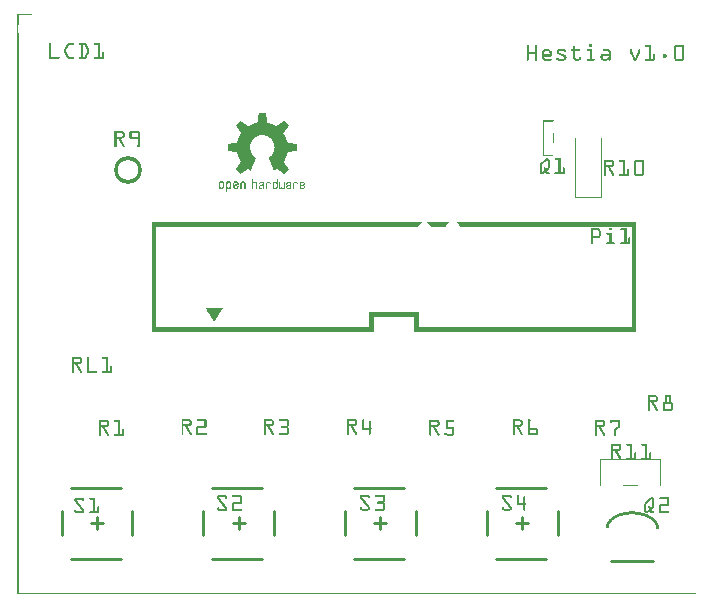
<source format=gto>
G04 MADE WITH FRITZING*
G04 WWW.FRITZING.ORG*
G04 DOUBLE SIDED*
G04 HOLES PLATED*
G04 CONTOUR ON CENTER OF CONTOUR VECTOR*
%ASAXBY*%
%FSLAX23Y23*%
%MOIN*%
%OFA0B0*%
%SFA1.0B1.0*%
%ADD10C,0.092000X0.068*%
%ADD11C,0.010000*%
%ADD12R,0.001000X0.001000*%
%LNSILK1*%
G90*
G70*
G54D10*
X373Y1414D03*
G54D11*
X152Y198D02*
X152Y277D01*
D02*
X349Y119D02*
X182Y119D01*
D02*
X349Y355D02*
X182Y355D01*
D02*
X388Y198D02*
X388Y277D01*
D02*
X270Y217D02*
X270Y257D01*
D02*
X250Y237D02*
X290Y237D01*
D02*
X624Y198D02*
X624Y277D01*
D02*
X821Y119D02*
X654Y119D01*
D02*
X821Y355D02*
X654Y355D01*
D02*
X861Y198D02*
X861Y277D01*
D02*
X743Y217D02*
X743Y257D01*
D02*
X723Y237D02*
X762Y237D01*
D02*
X2123Y112D02*
X1983Y112D01*
D02*
X1097Y198D02*
X1097Y277D01*
D02*
X1294Y119D02*
X1126Y119D01*
D02*
X1294Y355D02*
X1126Y355D01*
D02*
X1333Y198D02*
X1333Y277D01*
D02*
X1215Y217D02*
X1215Y257D01*
D02*
X1195Y237D02*
X1235Y237D01*
D02*
X1569Y198D02*
X1569Y277D01*
D02*
X1766Y119D02*
X1599Y119D01*
D02*
X1766Y355D02*
X1599Y355D01*
D02*
X1806Y198D02*
X1806Y277D01*
D02*
X1687Y217D02*
X1687Y257D01*
D02*
X1668Y237D02*
X1707Y237D01*
G54D12*
X4Y1934D02*
X52Y1934D01*
X4Y1933D02*
X45Y1933D01*
X4Y1932D02*
X41Y1932D01*
X4Y1931D02*
X38Y1931D01*
X4Y1930D02*
X11Y1930D01*
X4Y1929D02*
X11Y1929D01*
X4Y1928D02*
X11Y1928D01*
X4Y1927D02*
X11Y1927D01*
X4Y1926D02*
X11Y1926D01*
X4Y1925D02*
X11Y1925D01*
X4Y1924D02*
X11Y1924D01*
X4Y1923D02*
X11Y1923D01*
X4Y1922D02*
X11Y1922D01*
X4Y1921D02*
X11Y1921D01*
X4Y1920D02*
X11Y1920D01*
X4Y1919D02*
X11Y1919D01*
X4Y1918D02*
X11Y1918D01*
X4Y1917D02*
X11Y1917D01*
X4Y1916D02*
X11Y1916D01*
X4Y1915D02*
X11Y1915D01*
X4Y1914D02*
X11Y1914D01*
X4Y1913D02*
X11Y1913D01*
X4Y1912D02*
X11Y1912D01*
X4Y1911D02*
X11Y1911D01*
X4Y1910D02*
X11Y1910D01*
X4Y1909D02*
X11Y1909D01*
X4Y1908D02*
X11Y1908D01*
X4Y1907D02*
X11Y1907D01*
X4Y1906D02*
X11Y1906D01*
X4Y1905D02*
X10Y1905D01*
X4Y1904D02*
X10Y1904D01*
X4Y1903D02*
X10Y1903D01*
X4Y1902D02*
X9Y1902D01*
X4Y1901D02*
X9Y1901D01*
X4Y1900D02*
X9Y1900D01*
X4Y1899D02*
X8Y1899D01*
X4Y1898D02*
X8Y1898D01*
X4Y1897D02*
X8Y1897D01*
X4Y1896D02*
X7Y1896D01*
X4Y1895D02*
X7Y1895D01*
X4Y1894D02*
X7Y1894D01*
X4Y1893D02*
X7Y1893D01*
X4Y1892D02*
X7Y1892D01*
X4Y1891D02*
X7Y1891D01*
X4Y1890D02*
X6Y1890D01*
X4Y1889D02*
X6Y1889D01*
X4Y1888D02*
X6Y1888D01*
X4Y1887D02*
X6Y1887D01*
X4Y1886D02*
X6Y1886D01*
X4Y1885D02*
X6Y1885D01*
X4Y1884D02*
X6Y1884D01*
X4Y1883D02*
X6Y1883D01*
X4Y1882D02*
X6Y1882D01*
X4Y1881D02*
X7Y1881D01*
X4Y1880D02*
X7Y1880D01*
X4Y1879D02*
X7Y1879D01*
X4Y1878D02*
X7Y1878D01*
X4Y1877D02*
X7Y1877D01*
X4Y1876D02*
X7Y1876D01*
X4Y1875D02*
X8Y1875D01*
X4Y1874D02*
X8Y1874D01*
X4Y1873D02*
X8Y1873D01*
X4Y1872D02*
X8Y1872D01*
X4Y1871D02*
X9Y1871D01*
X4Y1870D02*
X9Y1870D01*
X4Y1869D02*
X9Y1869D01*
X4Y1868D02*
X10Y1868D01*
X4Y1867D02*
X10Y1867D01*
X4Y1866D02*
X11Y1866D01*
X4Y1865D02*
X11Y1865D01*
X4Y1864D02*
X11Y1864D01*
X4Y1863D02*
X11Y1863D01*
X4Y1862D02*
X11Y1862D01*
X4Y1861D02*
X11Y1861D01*
X4Y1860D02*
X11Y1860D01*
X4Y1859D02*
X11Y1859D01*
X4Y1858D02*
X11Y1858D01*
X4Y1857D02*
X11Y1857D01*
X4Y1856D02*
X11Y1856D01*
X4Y1855D02*
X11Y1855D01*
X4Y1854D02*
X11Y1854D01*
X4Y1853D02*
X11Y1853D01*
X4Y1852D02*
X11Y1852D01*
X4Y1851D02*
X11Y1851D01*
X4Y1850D02*
X11Y1850D01*
X4Y1849D02*
X11Y1849D01*
X4Y1848D02*
X11Y1848D01*
X4Y1847D02*
X11Y1847D01*
X4Y1846D02*
X11Y1846D01*
X4Y1845D02*
X11Y1845D01*
X4Y1844D02*
X11Y1844D01*
X4Y1843D02*
X11Y1843D01*
X4Y1842D02*
X11Y1842D01*
X4Y1841D02*
X11Y1841D01*
X4Y1840D02*
X11Y1840D01*
X4Y1839D02*
X11Y1839D01*
X114Y1839D02*
X115Y1839D01*
X178Y1839D02*
X192Y1839D01*
X214Y1839D02*
X227Y1839D01*
X263Y1839D02*
X280Y1839D01*
X4Y1838D02*
X11Y1838D01*
X112Y1838D02*
X116Y1838D01*
X174Y1838D02*
X193Y1838D01*
X212Y1838D02*
X231Y1838D01*
X262Y1838D02*
X280Y1838D01*
X4Y1837D02*
X11Y1837D01*
X112Y1837D02*
X117Y1837D01*
X173Y1837D02*
X194Y1837D01*
X211Y1837D02*
X232Y1837D01*
X261Y1837D02*
X280Y1837D01*
X4Y1836D02*
X11Y1836D01*
X111Y1836D02*
X117Y1836D01*
X172Y1836D02*
X194Y1836D01*
X211Y1836D02*
X233Y1836D01*
X261Y1836D02*
X280Y1836D01*
X4Y1835D02*
X11Y1835D01*
X111Y1835D02*
X117Y1835D01*
X171Y1835D02*
X194Y1835D01*
X211Y1835D02*
X234Y1835D01*
X261Y1835D02*
X280Y1835D01*
X1912Y1835D02*
X1917Y1835D01*
X4Y1834D02*
X11Y1834D01*
X111Y1834D02*
X117Y1834D01*
X170Y1834D02*
X194Y1834D01*
X211Y1834D02*
X235Y1834D01*
X261Y1834D02*
X280Y1834D01*
X1911Y1834D02*
X1919Y1834D01*
X4Y1833D02*
X11Y1833D01*
X111Y1833D02*
X117Y1833D01*
X170Y1833D02*
X193Y1833D01*
X212Y1833D02*
X235Y1833D01*
X262Y1833D02*
X280Y1833D01*
X1911Y1833D02*
X1919Y1833D01*
X4Y1832D02*
X11Y1832D01*
X111Y1832D02*
X117Y1832D01*
X169Y1832D02*
X177Y1832D01*
X217Y1832D02*
X224Y1832D01*
X228Y1832D02*
X236Y1832D01*
X274Y1832D02*
X280Y1832D01*
X1705Y1832D02*
X1708Y1832D01*
X1732Y1832D02*
X1735Y1832D01*
X1910Y1832D02*
X1920Y1832D01*
X2099Y1832D02*
X2116Y1832D01*
X2200Y1832D02*
X2223Y1832D01*
X4Y1831D02*
X11Y1831D01*
X111Y1831D02*
X117Y1831D01*
X169Y1831D02*
X176Y1831D01*
X218Y1831D02*
X224Y1831D01*
X230Y1831D02*
X236Y1831D01*
X274Y1831D02*
X280Y1831D01*
X1704Y1831D02*
X1709Y1831D01*
X1731Y1831D02*
X1736Y1831D01*
X1910Y1831D02*
X1920Y1831D01*
X2098Y1831D02*
X2116Y1831D01*
X2198Y1831D02*
X2225Y1831D01*
X4Y1830D02*
X11Y1830D01*
X111Y1830D02*
X117Y1830D01*
X168Y1830D02*
X175Y1830D01*
X218Y1830D02*
X224Y1830D01*
X230Y1830D02*
X237Y1830D01*
X274Y1830D02*
X280Y1830D01*
X1704Y1830D02*
X1709Y1830D01*
X1731Y1830D02*
X1736Y1830D01*
X1910Y1830D02*
X1920Y1830D01*
X2097Y1830D02*
X2116Y1830D01*
X2197Y1830D02*
X2226Y1830D01*
X4Y1829D02*
X11Y1829D01*
X111Y1829D02*
X117Y1829D01*
X168Y1829D02*
X174Y1829D01*
X218Y1829D02*
X224Y1829D01*
X231Y1829D02*
X238Y1829D01*
X274Y1829D02*
X280Y1829D01*
X1704Y1829D02*
X1709Y1829D01*
X1731Y1829D02*
X1736Y1829D01*
X1859Y1829D02*
X1862Y1829D01*
X1910Y1829D02*
X1920Y1829D01*
X2097Y1829D02*
X2116Y1829D01*
X2196Y1829D02*
X2227Y1829D01*
X4Y1828D02*
X11Y1828D01*
X111Y1828D02*
X117Y1828D01*
X167Y1828D02*
X174Y1828D01*
X218Y1828D02*
X224Y1828D01*
X231Y1828D02*
X238Y1828D01*
X274Y1828D02*
X280Y1828D01*
X1704Y1828D02*
X1710Y1828D01*
X1731Y1828D02*
X1737Y1828D01*
X1858Y1828D02*
X1863Y1828D01*
X1910Y1828D02*
X1919Y1828D01*
X2097Y1828D02*
X2116Y1828D01*
X2196Y1828D02*
X2228Y1828D01*
X4Y1827D02*
X11Y1827D01*
X111Y1827D02*
X117Y1827D01*
X167Y1827D02*
X173Y1827D01*
X218Y1827D02*
X224Y1827D01*
X232Y1827D02*
X239Y1827D01*
X274Y1827D02*
X280Y1827D01*
X1704Y1827D02*
X1710Y1827D01*
X1731Y1827D02*
X1737Y1827D01*
X1858Y1827D02*
X1864Y1827D01*
X1911Y1827D02*
X1919Y1827D01*
X2098Y1827D02*
X2116Y1827D01*
X2195Y1827D02*
X2228Y1827D01*
X4Y1826D02*
X11Y1826D01*
X111Y1826D02*
X117Y1826D01*
X166Y1826D02*
X173Y1826D01*
X218Y1826D02*
X224Y1826D01*
X232Y1826D02*
X239Y1826D01*
X274Y1826D02*
X280Y1826D01*
X1704Y1826D02*
X1710Y1826D01*
X1731Y1826D02*
X1737Y1826D01*
X1858Y1826D02*
X1864Y1826D01*
X1912Y1826D02*
X1918Y1826D01*
X2099Y1826D02*
X2116Y1826D01*
X2195Y1826D02*
X2228Y1826D01*
X4Y1825D02*
X11Y1825D01*
X111Y1825D02*
X117Y1825D01*
X166Y1825D02*
X172Y1825D01*
X218Y1825D02*
X224Y1825D01*
X233Y1825D02*
X240Y1825D01*
X274Y1825D02*
X280Y1825D01*
X1704Y1825D02*
X1710Y1825D01*
X1731Y1825D02*
X1737Y1825D01*
X1858Y1825D02*
X1864Y1825D01*
X2110Y1825D02*
X2116Y1825D01*
X2195Y1825D02*
X2201Y1825D01*
X2222Y1825D02*
X2228Y1825D01*
X4Y1824D02*
X11Y1824D01*
X111Y1824D02*
X117Y1824D01*
X165Y1824D02*
X172Y1824D01*
X218Y1824D02*
X224Y1824D01*
X233Y1824D02*
X240Y1824D01*
X274Y1824D02*
X280Y1824D01*
X1704Y1824D02*
X1710Y1824D01*
X1731Y1824D02*
X1737Y1824D01*
X1858Y1824D02*
X1864Y1824D01*
X2110Y1824D02*
X2116Y1824D01*
X2195Y1824D02*
X2201Y1824D01*
X2222Y1824D02*
X2228Y1824D01*
X4Y1823D02*
X11Y1823D01*
X111Y1823D02*
X117Y1823D01*
X165Y1823D02*
X171Y1823D01*
X218Y1823D02*
X224Y1823D01*
X234Y1823D02*
X241Y1823D01*
X274Y1823D02*
X280Y1823D01*
X1704Y1823D02*
X1710Y1823D01*
X1731Y1823D02*
X1737Y1823D01*
X1858Y1823D02*
X1864Y1823D01*
X2110Y1823D02*
X2116Y1823D01*
X2195Y1823D02*
X2201Y1823D01*
X2222Y1823D02*
X2228Y1823D01*
X4Y1822D02*
X11Y1822D01*
X111Y1822D02*
X117Y1822D01*
X164Y1822D02*
X171Y1822D01*
X218Y1822D02*
X224Y1822D01*
X234Y1822D02*
X241Y1822D01*
X274Y1822D02*
X280Y1822D01*
X1704Y1822D02*
X1710Y1822D01*
X1731Y1822D02*
X1737Y1822D01*
X1858Y1822D02*
X1864Y1822D01*
X2110Y1822D02*
X2116Y1822D01*
X2195Y1822D02*
X2201Y1822D01*
X2222Y1822D02*
X2228Y1822D01*
X4Y1821D02*
X11Y1821D01*
X111Y1821D02*
X117Y1821D01*
X164Y1821D02*
X170Y1821D01*
X218Y1821D02*
X224Y1821D01*
X235Y1821D02*
X242Y1821D01*
X274Y1821D02*
X280Y1821D01*
X1704Y1821D02*
X1710Y1821D01*
X1731Y1821D02*
X1737Y1821D01*
X1858Y1821D02*
X1864Y1821D01*
X2110Y1821D02*
X2116Y1821D01*
X2195Y1821D02*
X2201Y1821D01*
X2222Y1821D02*
X2228Y1821D01*
X4Y1820D02*
X11Y1820D01*
X111Y1820D02*
X117Y1820D01*
X163Y1820D02*
X170Y1820D01*
X218Y1820D02*
X224Y1820D01*
X235Y1820D02*
X242Y1820D01*
X274Y1820D02*
X280Y1820D01*
X1704Y1820D02*
X1710Y1820D01*
X1731Y1820D02*
X1737Y1820D01*
X1858Y1820D02*
X1864Y1820D01*
X2110Y1820D02*
X2116Y1820D01*
X2195Y1820D02*
X2201Y1820D01*
X2222Y1820D02*
X2228Y1820D01*
X4Y1819D02*
X11Y1819D01*
X111Y1819D02*
X117Y1819D01*
X163Y1819D02*
X169Y1819D01*
X218Y1819D02*
X224Y1819D01*
X236Y1819D02*
X243Y1819D01*
X274Y1819D02*
X280Y1819D01*
X1704Y1819D02*
X1710Y1819D01*
X1731Y1819D02*
X1737Y1819D01*
X1858Y1819D02*
X1864Y1819D01*
X2110Y1819D02*
X2116Y1819D01*
X2195Y1819D02*
X2201Y1819D01*
X2222Y1819D02*
X2228Y1819D01*
X4Y1818D02*
X11Y1818D01*
X111Y1818D02*
X117Y1818D01*
X162Y1818D02*
X169Y1818D01*
X218Y1818D02*
X224Y1818D01*
X236Y1818D02*
X243Y1818D01*
X274Y1818D02*
X280Y1818D01*
X1704Y1818D02*
X1710Y1818D01*
X1731Y1818D02*
X1737Y1818D01*
X1857Y1818D02*
X1864Y1818D01*
X2110Y1818D02*
X2116Y1818D01*
X2195Y1818D02*
X2201Y1818D01*
X2222Y1818D02*
X2228Y1818D01*
X4Y1817D02*
X11Y1817D01*
X111Y1817D02*
X117Y1817D01*
X162Y1817D02*
X168Y1817D01*
X218Y1817D02*
X224Y1817D01*
X237Y1817D02*
X243Y1817D01*
X274Y1817D02*
X280Y1817D01*
X1704Y1817D02*
X1710Y1817D01*
X1731Y1817D02*
X1737Y1817D01*
X1761Y1817D02*
X1777Y1817D01*
X1807Y1817D02*
X1829Y1817D01*
X1852Y1817D02*
X1879Y1817D01*
X1905Y1817D02*
X1919Y1817D01*
X1957Y1817D02*
X1976Y1817D01*
X2049Y1817D02*
X2053Y1817D01*
X2076Y1817D02*
X2080Y1817D01*
X2110Y1817D02*
X2116Y1817D01*
X2195Y1817D02*
X2201Y1817D01*
X2222Y1817D02*
X2228Y1817D01*
X4Y1816D02*
X11Y1816D01*
X111Y1816D02*
X117Y1816D01*
X162Y1816D02*
X168Y1816D01*
X218Y1816D02*
X224Y1816D01*
X237Y1816D02*
X244Y1816D01*
X274Y1816D02*
X280Y1816D01*
X1704Y1816D02*
X1710Y1816D01*
X1731Y1816D02*
X1737Y1816D01*
X1759Y1816D02*
X1779Y1816D01*
X1806Y1816D02*
X1831Y1816D01*
X1852Y1816D02*
X1880Y1816D01*
X1904Y1816D02*
X1919Y1816D01*
X1956Y1816D02*
X1978Y1816D01*
X2048Y1816D02*
X2053Y1816D01*
X2075Y1816D02*
X2080Y1816D01*
X2110Y1816D02*
X2116Y1816D01*
X2195Y1816D02*
X2201Y1816D01*
X2222Y1816D02*
X2228Y1816D01*
X4Y1815D02*
X11Y1815D01*
X111Y1815D02*
X117Y1815D01*
X161Y1815D02*
X168Y1815D01*
X218Y1815D02*
X224Y1815D01*
X238Y1815D02*
X244Y1815D01*
X274Y1815D02*
X280Y1815D01*
X1704Y1815D02*
X1710Y1815D01*
X1731Y1815D02*
X1737Y1815D01*
X1758Y1815D02*
X1780Y1815D01*
X1805Y1815D02*
X1832Y1815D01*
X1852Y1815D02*
X1880Y1815D01*
X1904Y1815D02*
X1920Y1815D01*
X1956Y1815D02*
X1979Y1815D01*
X2048Y1815D02*
X2054Y1815D01*
X2075Y1815D02*
X2081Y1815D01*
X2110Y1815D02*
X2116Y1815D01*
X2195Y1815D02*
X2201Y1815D01*
X2222Y1815D02*
X2228Y1815D01*
X4Y1814D02*
X11Y1814D01*
X111Y1814D02*
X117Y1814D01*
X161Y1814D02*
X167Y1814D01*
X218Y1814D02*
X224Y1814D01*
X238Y1814D02*
X244Y1814D01*
X274Y1814D02*
X280Y1814D01*
X1704Y1814D02*
X1710Y1814D01*
X1731Y1814D02*
X1737Y1814D01*
X1757Y1814D02*
X1781Y1814D01*
X1804Y1814D02*
X1833Y1814D01*
X1852Y1814D02*
X1880Y1814D01*
X1904Y1814D02*
X1920Y1814D01*
X1956Y1814D02*
X1980Y1814D01*
X2048Y1814D02*
X2054Y1814D01*
X2075Y1814D02*
X2081Y1814D01*
X2110Y1814D02*
X2116Y1814D01*
X2195Y1814D02*
X2201Y1814D01*
X2222Y1814D02*
X2228Y1814D01*
X4Y1813D02*
X11Y1813D01*
X111Y1813D02*
X117Y1813D01*
X161Y1813D02*
X167Y1813D01*
X218Y1813D02*
X224Y1813D01*
X238Y1813D02*
X244Y1813D01*
X274Y1813D02*
X280Y1813D01*
X1704Y1813D02*
X1710Y1813D01*
X1731Y1813D02*
X1737Y1813D01*
X1756Y1813D02*
X1783Y1813D01*
X1804Y1813D02*
X1834Y1813D01*
X1852Y1813D02*
X1880Y1813D01*
X1904Y1813D02*
X1920Y1813D01*
X1957Y1813D02*
X1980Y1813D01*
X2048Y1813D02*
X2054Y1813D01*
X2075Y1813D02*
X2081Y1813D01*
X2110Y1813D02*
X2116Y1813D01*
X2195Y1813D02*
X2201Y1813D01*
X2222Y1813D02*
X2228Y1813D01*
X4Y1812D02*
X11Y1812D01*
X111Y1812D02*
X117Y1812D01*
X161Y1812D02*
X167Y1812D01*
X218Y1812D02*
X224Y1812D01*
X238Y1812D02*
X244Y1812D01*
X274Y1812D02*
X280Y1812D01*
X1704Y1812D02*
X1710Y1812D01*
X1731Y1812D02*
X1737Y1812D01*
X1755Y1812D02*
X1783Y1812D01*
X1803Y1812D02*
X1834Y1812D01*
X1852Y1812D02*
X1879Y1812D01*
X1905Y1812D02*
X1920Y1812D01*
X1957Y1812D02*
X1981Y1812D01*
X2048Y1812D02*
X2054Y1812D01*
X2075Y1812D02*
X2081Y1812D01*
X2110Y1812D02*
X2116Y1812D01*
X2195Y1812D02*
X2201Y1812D01*
X2222Y1812D02*
X2228Y1812D01*
X4Y1811D02*
X11Y1811D01*
X111Y1811D02*
X117Y1811D01*
X161Y1811D02*
X167Y1811D01*
X218Y1811D02*
X224Y1811D01*
X238Y1811D02*
X244Y1811D01*
X274Y1811D02*
X280Y1811D01*
X1704Y1811D02*
X1710Y1811D01*
X1731Y1811D02*
X1737Y1811D01*
X1754Y1811D02*
X1763Y1811D01*
X1775Y1811D02*
X1784Y1811D01*
X1803Y1811D02*
X1810Y1811D01*
X1827Y1811D02*
X1834Y1811D01*
X1858Y1811D02*
X1864Y1811D01*
X1913Y1811D02*
X1920Y1811D01*
X1973Y1811D02*
X1981Y1811D01*
X2048Y1811D02*
X2054Y1811D01*
X2075Y1811D02*
X2081Y1811D01*
X2110Y1811D02*
X2116Y1811D01*
X2195Y1811D02*
X2201Y1811D01*
X2222Y1811D02*
X2228Y1811D01*
X4Y1810D02*
X11Y1810D01*
X111Y1810D02*
X117Y1810D01*
X161Y1810D02*
X167Y1810D01*
X218Y1810D02*
X224Y1810D01*
X238Y1810D02*
X244Y1810D01*
X274Y1810D02*
X280Y1810D01*
X1704Y1810D02*
X1710Y1810D01*
X1731Y1810D02*
X1737Y1810D01*
X1754Y1810D02*
X1762Y1810D01*
X1777Y1810D02*
X1785Y1810D01*
X1803Y1810D02*
X1809Y1810D01*
X1828Y1810D02*
X1834Y1810D01*
X1858Y1810D02*
X1864Y1810D01*
X1914Y1810D02*
X1920Y1810D01*
X1975Y1810D02*
X1982Y1810D01*
X2048Y1810D02*
X2054Y1810D01*
X2075Y1810D02*
X2081Y1810D01*
X2110Y1810D02*
X2116Y1810D01*
X2195Y1810D02*
X2201Y1810D01*
X2222Y1810D02*
X2228Y1810D01*
X4Y1809D02*
X11Y1809D01*
X111Y1809D02*
X117Y1809D01*
X161Y1809D02*
X168Y1809D01*
X218Y1809D02*
X224Y1809D01*
X237Y1809D02*
X244Y1809D01*
X274Y1809D02*
X280Y1809D01*
X289Y1809D02*
X293Y1809D01*
X1704Y1809D02*
X1737Y1809D01*
X1753Y1809D02*
X1761Y1809D01*
X1778Y1809D02*
X1785Y1809D01*
X1803Y1809D02*
X1809Y1809D01*
X1830Y1809D02*
X1833Y1809D01*
X1858Y1809D02*
X1864Y1809D01*
X1914Y1809D02*
X1920Y1809D01*
X1975Y1809D02*
X1982Y1809D01*
X2048Y1809D02*
X2054Y1809D01*
X2075Y1809D02*
X2081Y1809D01*
X2110Y1809D02*
X2116Y1809D01*
X2195Y1809D02*
X2201Y1809D01*
X2222Y1809D02*
X2228Y1809D01*
X4Y1808D02*
X11Y1808D01*
X111Y1808D02*
X117Y1808D01*
X162Y1808D02*
X168Y1808D01*
X218Y1808D02*
X224Y1808D01*
X237Y1808D02*
X243Y1808D01*
X274Y1808D02*
X280Y1808D01*
X288Y1808D02*
X293Y1808D01*
X1704Y1808D02*
X1737Y1808D01*
X1753Y1808D02*
X1760Y1808D01*
X1779Y1808D02*
X1785Y1808D01*
X1803Y1808D02*
X1809Y1808D01*
X1858Y1808D02*
X1864Y1808D01*
X1914Y1808D02*
X1920Y1808D01*
X1975Y1808D02*
X1982Y1808D01*
X2048Y1808D02*
X2054Y1808D01*
X2074Y1808D02*
X2080Y1808D01*
X2110Y1808D02*
X2116Y1808D01*
X2195Y1808D02*
X2201Y1808D01*
X2222Y1808D02*
X2228Y1808D01*
X4Y1807D02*
X11Y1807D01*
X111Y1807D02*
X117Y1807D01*
X162Y1807D02*
X169Y1807D01*
X218Y1807D02*
X224Y1807D01*
X237Y1807D02*
X243Y1807D01*
X274Y1807D02*
X280Y1807D01*
X288Y1807D02*
X294Y1807D01*
X1704Y1807D02*
X1737Y1807D01*
X1753Y1807D02*
X1759Y1807D01*
X1779Y1807D02*
X1786Y1807D01*
X1803Y1807D02*
X1811Y1807D01*
X1858Y1807D02*
X1864Y1807D01*
X1914Y1807D02*
X1920Y1807D01*
X1976Y1807D02*
X1982Y1807D01*
X2048Y1807D02*
X2055Y1807D01*
X2074Y1807D02*
X2080Y1807D01*
X2110Y1807D02*
X2116Y1807D01*
X2195Y1807D02*
X2201Y1807D01*
X2222Y1807D02*
X2228Y1807D01*
X4Y1806D02*
X11Y1806D01*
X111Y1806D02*
X117Y1806D01*
X162Y1806D02*
X169Y1806D01*
X218Y1806D02*
X224Y1806D01*
X236Y1806D02*
X243Y1806D01*
X274Y1806D02*
X280Y1806D01*
X288Y1806D02*
X294Y1806D01*
X1704Y1806D02*
X1737Y1806D01*
X1753Y1806D02*
X1759Y1806D01*
X1780Y1806D02*
X1786Y1806D01*
X1803Y1806D02*
X1813Y1806D01*
X1858Y1806D02*
X1864Y1806D01*
X1914Y1806D02*
X1920Y1806D01*
X1976Y1806D02*
X1982Y1806D01*
X2049Y1806D02*
X2055Y1806D01*
X2073Y1806D02*
X2080Y1806D01*
X2110Y1806D02*
X2116Y1806D01*
X2195Y1806D02*
X2201Y1806D01*
X2222Y1806D02*
X2228Y1806D01*
X4Y1805D02*
X11Y1805D01*
X111Y1805D02*
X117Y1805D01*
X163Y1805D02*
X170Y1805D01*
X218Y1805D02*
X224Y1805D01*
X235Y1805D02*
X242Y1805D01*
X274Y1805D02*
X280Y1805D01*
X288Y1805D02*
X294Y1805D01*
X1704Y1805D02*
X1737Y1805D01*
X1753Y1805D02*
X1759Y1805D01*
X1780Y1805D02*
X1786Y1805D01*
X1804Y1805D02*
X1816Y1805D01*
X1858Y1805D02*
X1864Y1805D01*
X1914Y1805D02*
X1920Y1805D01*
X1976Y1805D02*
X1982Y1805D01*
X2049Y1805D02*
X2056Y1805D01*
X2073Y1805D02*
X2079Y1805D01*
X2110Y1805D02*
X2116Y1805D01*
X2195Y1805D02*
X2201Y1805D01*
X2222Y1805D02*
X2228Y1805D01*
X4Y1804D02*
X11Y1804D01*
X111Y1804D02*
X117Y1804D01*
X163Y1804D02*
X170Y1804D01*
X218Y1804D02*
X224Y1804D01*
X235Y1804D02*
X242Y1804D01*
X274Y1804D02*
X280Y1804D01*
X288Y1804D02*
X294Y1804D01*
X1704Y1804D02*
X1737Y1804D01*
X1753Y1804D02*
X1759Y1804D01*
X1780Y1804D02*
X1786Y1804D01*
X1805Y1804D02*
X1818Y1804D01*
X1858Y1804D02*
X1864Y1804D01*
X1914Y1804D02*
X1920Y1804D01*
X1976Y1804D02*
X1982Y1804D01*
X2049Y1804D02*
X2056Y1804D01*
X2072Y1804D02*
X2079Y1804D01*
X2110Y1804D02*
X2116Y1804D01*
X2195Y1804D02*
X2201Y1804D01*
X2222Y1804D02*
X2228Y1804D01*
X4Y1803D02*
X11Y1803D01*
X111Y1803D02*
X117Y1803D01*
X164Y1803D02*
X171Y1803D01*
X218Y1803D02*
X224Y1803D01*
X234Y1803D02*
X241Y1803D01*
X274Y1803D02*
X280Y1803D01*
X288Y1803D02*
X294Y1803D01*
X1704Y1803D02*
X1737Y1803D01*
X1753Y1803D02*
X1759Y1803D01*
X1780Y1803D02*
X1786Y1803D01*
X1805Y1803D02*
X1820Y1803D01*
X1858Y1803D02*
X1864Y1803D01*
X1914Y1803D02*
X1920Y1803D01*
X1956Y1803D02*
X1982Y1803D01*
X2050Y1803D02*
X2056Y1803D01*
X2072Y1803D02*
X2078Y1803D01*
X2110Y1803D02*
X2116Y1803D01*
X2125Y1803D02*
X2128Y1803D01*
X2195Y1803D02*
X2201Y1803D01*
X2222Y1803D02*
X2228Y1803D01*
X4Y1802D02*
X11Y1802D01*
X111Y1802D02*
X117Y1802D01*
X164Y1802D02*
X171Y1802D01*
X218Y1802D02*
X224Y1802D01*
X234Y1802D02*
X241Y1802D01*
X274Y1802D02*
X280Y1802D01*
X288Y1802D02*
X294Y1802D01*
X1704Y1802D02*
X1710Y1802D01*
X1731Y1802D02*
X1737Y1802D01*
X1753Y1802D02*
X1759Y1802D01*
X1780Y1802D02*
X1786Y1802D01*
X1807Y1802D02*
X1822Y1802D01*
X1858Y1802D02*
X1864Y1802D01*
X1914Y1802D02*
X1920Y1802D01*
X1954Y1802D02*
X1982Y1802D01*
X2050Y1802D02*
X2057Y1802D01*
X2071Y1802D02*
X2078Y1802D01*
X2110Y1802D02*
X2116Y1802D01*
X2124Y1802D02*
X2129Y1802D01*
X2195Y1802D02*
X2201Y1802D01*
X2222Y1802D02*
X2228Y1802D01*
X4Y1801D02*
X11Y1801D01*
X111Y1801D02*
X117Y1801D01*
X165Y1801D02*
X172Y1801D01*
X218Y1801D02*
X224Y1801D01*
X233Y1801D02*
X240Y1801D01*
X274Y1801D02*
X280Y1801D01*
X288Y1801D02*
X294Y1801D01*
X1704Y1801D02*
X1710Y1801D01*
X1731Y1801D02*
X1737Y1801D01*
X1753Y1801D02*
X1759Y1801D01*
X1780Y1801D02*
X1786Y1801D01*
X1809Y1801D02*
X1825Y1801D01*
X1858Y1801D02*
X1864Y1801D01*
X1914Y1801D02*
X1920Y1801D01*
X1953Y1801D02*
X1982Y1801D01*
X2051Y1801D02*
X2057Y1801D01*
X2071Y1801D02*
X2077Y1801D01*
X2110Y1801D02*
X2116Y1801D01*
X2124Y1801D02*
X2130Y1801D01*
X2195Y1801D02*
X2201Y1801D01*
X2222Y1801D02*
X2228Y1801D01*
X4Y1800D02*
X11Y1800D01*
X111Y1800D02*
X117Y1800D01*
X165Y1800D02*
X172Y1800D01*
X218Y1800D02*
X224Y1800D01*
X233Y1800D02*
X240Y1800D01*
X274Y1800D02*
X280Y1800D01*
X288Y1800D02*
X294Y1800D01*
X1704Y1800D02*
X1710Y1800D01*
X1731Y1800D02*
X1737Y1800D01*
X1753Y1800D02*
X1786Y1800D01*
X1811Y1800D02*
X1827Y1800D01*
X1858Y1800D02*
X1864Y1800D01*
X1914Y1800D02*
X1920Y1800D01*
X1952Y1800D02*
X1982Y1800D01*
X2051Y1800D02*
X2058Y1800D01*
X2071Y1800D02*
X2077Y1800D01*
X2110Y1800D02*
X2116Y1800D01*
X2124Y1800D02*
X2130Y1800D01*
X2158Y1800D02*
X2167Y1800D01*
X2195Y1800D02*
X2201Y1800D01*
X2222Y1800D02*
X2228Y1800D01*
X4Y1799D02*
X11Y1799D01*
X111Y1799D02*
X117Y1799D01*
X166Y1799D02*
X173Y1799D01*
X218Y1799D02*
X224Y1799D01*
X232Y1799D02*
X239Y1799D01*
X274Y1799D02*
X280Y1799D01*
X288Y1799D02*
X294Y1799D01*
X1704Y1799D02*
X1710Y1799D01*
X1731Y1799D02*
X1737Y1799D01*
X1753Y1799D02*
X1786Y1799D01*
X1813Y1799D02*
X1829Y1799D01*
X1858Y1799D02*
X1864Y1799D01*
X1914Y1799D02*
X1920Y1799D01*
X1951Y1799D02*
X1982Y1799D01*
X2052Y1799D02*
X2058Y1799D01*
X2070Y1799D02*
X2077Y1799D01*
X2110Y1799D02*
X2116Y1799D01*
X2124Y1799D02*
X2130Y1799D01*
X2157Y1799D02*
X2168Y1799D01*
X2195Y1799D02*
X2201Y1799D01*
X2222Y1799D02*
X2228Y1799D01*
X4Y1798D02*
X11Y1798D01*
X111Y1798D02*
X117Y1798D01*
X166Y1798D02*
X173Y1798D01*
X218Y1798D02*
X224Y1798D01*
X232Y1798D02*
X239Y1798D01*
X274Y1798D02*
X280Y1798D01*
X288Y1798D02*
X294Y1798D01*
X1704Y1798D02*
X1710Y1798D01*
X1731Y1798D02*
X1737Y1798D01*
X1753Y1798D02*
X1786Y1798D01*
X1815Y1798D02*
X1831Y1798D01*
X1858Y1798D02*
X1864Y1798D01*
X1914Y1798D02*
X1920Y1798D01*
X1950Y1798D02*
X1982Y1798D01*
X2052Y1798D02*
X2059Y1798D01*
X2070Y1798D02*
X2076Y1798D01*
X2110Y1798D02*
X2116Y1798D01*
X2124Y1798D02*
X2130Y1798D01*
X2156Y1798D02*
X2169Y1798D01*
X2195Y1798D02*
X2201Y1798D01*
X2222Y1798D02*
X2228Y1798D01*
X4Y1797D02*
X11Y1797D01*
X111Y1797D02*
X117Y1797D01*
X167Y1797D02*
X174Y1797D01*
X218Y1797D02*
X224Y1797D01*
X231Y1797D02*
X238Y1797D01*
X274Y1797D02*
X280Y1797D01*
X288Y1797D02*
X294Y1797D01*
X1704Y1797D02*
X1710Y1797D01*
X1731Y1797D02*
X1737Y1797D01*
X1753Y1797D02*
X1786Y1797D01*
X1818Y1797D02*
X1832Y1797D01*
X1858Y1797D02*
X1864Y1797D01*
X1914Y1797D02*
X1920Y1797D01*
X1950Y1797D02*
X1982Y1797D01*
X2053Y1797D02*
X2059Y1797D01*
X2069Y1797D02*
X2076Y1797D01*
X2110Y1797D02*
X2116Y1797D01*
X2124Y1797D02*
X2130Y1797D01*
X2156Y1797D02*
X2169Y1797D01*
X2195Y1797D02*
X2201Y1797D01*
X2222Y1797D02*
X2228Y1797D01*
X4Y1796D02*
X11Y1796D01*
X111Y1796D02*
X117Y1796D01*
X167Y1796D02*
X174Y1796D01*
X218Y1796D02*
X224Y1796D01*
X231Y1796D02*
X238Y1796D01*
X274Y1796D02*
X280Y1796D01*
X288Y1796D02*
X294Y1796D01*
X1704Y1796D02*
X1710Y1796D01*
X1731Y1796D02*
X1737Y1796D01*
X1753Y1796D02*
X1785Y1796D01*
X1820Y1796D02*
X1833Y1796D01*
X1858Y1796D02*
X1864Y1796D01*
X1914Y1796D02*
X1920Y1796D01*
X1950Y1796D02*
X1957Y1796D01*
X1975Y1796D02*
X1982Y1796D01*
X2053Y1796D02*
X2059Y1796D01*
X2069Y1796D02*
X2075Y1796D01*
X2110Y1796D02*
X2116Y1796D01*
X2124Y1796D02*
X2130Y1796D01*
X2156Y1796D02*
X2169Y1796D01*
X2195Y1796D02*
X2201Y1796D01*
X2222Y1796D02*
X2228Y1796D01*
X4Y1795D02*
X11Y1795D01*
X111Y1795D02*
X117Y1795D01*
X168Y1795D02*
X175Y1795D01*
X218Y1795D02*
X224Y1795D01*
X230Y1795D02*
X237Y1795D01*
X274Y1795D02*
X280Y1795D01*
X288Y1795D02*
X294Y1795D01*
X1704Y1795D02*
X1710Y1795D01*
X1731Y1795D02*
X1737Y1795D01*
X1753Y1795D02*
X1785Y1795D01*
X1822Y1795D02*
X1833Y1795D01*
X1858Y1795D02*
X1864Y1795D01*
X1914Y1795D02*
X1920Y1795D01*
X1950Y1795D02*
X1956Y1795D01*
X1976Y1795D02*
X1982Y1795D01*
X2053Y1795D02*
X2060Y1795D01*
X2068Y1795D02*
X2075Y1795D01*
X2110Y1795D02*
X2116Y1795D01*
X2124Y1795D02*
X2130Y1795D01*
X2156Y1795D02*
X2169Y1795D01*
X2195Y1795D02*
X2201Y1795D01*
X2222Y1795D02*
X2228Y1795D01*
X4Y1794D02*
X11Y1794D01*
X111Y1794D02*
X117Y1794D01*
X168Y1794D02*
X175Y1794D01*
X218Y1794D02*
X224Y1794D01*
X230Y1794D02*
X237Y1794D01*
X274Y1794D02*
X280Y1794D01*
X288Y1794D02*
X294Y1794D01*
X1704Y1794D02*
X1710Y1794D01*
X1731Y1794D02*
X1737Y1794D01*
X1753Y1794D02*
X1783Y1794D01*
X1825Y1794D02*
X1834Y1794D01*
X1858Y1794D02*
X1864Y1794D01*
X1914Y1794D02*
X1920Y1794D01*
X1949Y1794D02*
X1955Y1794D01*
X1976Y1794D02*
X1982Y1794D01*
X2054Y1794D02*
X2060Y1794D01*
X2068Y1794D02*
X2074Y1794D01*
X2110Y1794D02*
X2116Y1794D01*
X2124Y1794D02*
X2130Y1794D01*
X2156Y1794D02*
X2169Y1794D01*
X2195Y1794D02*
X2201Y1794D01*
X2222Y1794D02*
X2228Y1794D01*
X4Y1793D02*
X11Y1793D01*
X111Y1793D02*
X117Y1793D01*
X169Y1793D02*
X176Y1793D01*
X218Y1793D02*
X224Y1793D01*
X229Y1793D02*
X236Y1793D01*
X274Y1793D02*
X280Y1793D01*
X288Y1793D02*
X294Y1793D01*
X1704Y1793D02*
X1710Y1793D01*
X1731Y1793D02*
X1737Y1793D01*
X1753Y1793D02*
X1759Y1793D01*
X1827Y1793D02*
X1834Y1793D01*
X1858Y1793D02*
X1864Y1793D01*
X1914Y1793D02*
X1920Y1793D01*
X1949Y1793D02*
X1955Y1793D01*
X1976Y1793D02*
X1982Y1793D01*
X2054Y1793D02*
X2061Y1793D01*
X2067Y1793D02*
X2074Y1793D01*
X2110Y1793D02*
X2116Y1793D01*
X2124Y1793D02*
X2130Y1793D01*
X2156Y1793D02*
X2169Y1793D01*
X2195Y1793D02*
X2201Y1793D01*
X2222Y1793D02*
X2228Y1793D01*
X4Y1792D02*
X11Y1792D01*
X111Y1792D02*
X143Y1792D01*
X169Y1792D02*
X192Y1792D01*
X213Y1792D02*
X236Y1792D01*
X262Y1792D02*
X294Y1792D01*
X1704Y1792D02*
X1710Y1792D01*
X1731Y1792D02*
X1737Y1792D01*
X1753Y1792D02*
X1759Y1792D01*
X1828Y1792D02*
X1834Y1792D01*
X1858Y1792D02*
X1864Y1792D01*
X1881Y1792D02*
X1881Y1792D01*
X1914Y1792D02*
X1920Y1792D01*
X1949Y1792D02*
X1955Y1792D01*
X1976Y1792D02*
X1982Y1792D01*
X2055Y1792D02*
X2061Y1792D01*
X2067Y1792D02*
X2074Y1792D01*
X2110Y1792D02*
X2116Y1792D01*
X2124Y1792D02*
X2130Y1792D01*
X2156Y1792D02*
X2169Y1792D01*
X2195Y1792D02*
X2201Y1792D01*
X2222Y1792D02*
X2228Y1792D01*
X4Y1791D02*
X11Y1791D01*
X111Y1791D02*
X144Y1791D01*
X170Y1791D02*
X194Y1791D01*
X212Y1791D02*
X235Y1791D01*
X261Y1791D02*
X294Y1791D01*
X1704Y1791D02*
X1710Y1791D01*
X1731Y1791D02*
X1737Y1791D01*
X1753Y1791D02*
X1759Y1791D01*
X1829Y1791D02*
X1835Y1791D01*
X1858Y1791D02*
X1864Y1791D01*
X1879Y1791D02*
X1883Y1791D01*
X1914Y1791D02*
X1920Y1791D01*
X1949Y1791D02*
X1955Y1791D01*
X1976Y1791D02*
X1982Y1791D01*
X2055Y1791D02*
X2062Y1791D01*
X2067Y1791D02*
X2073Y1791D01*
X2110Y1791D02*
X2116Y1791D01*
X2124Y1791D02*
X2130Y1791D01*
X2156Y1791D02*
X2169Y1791D01*
X2195Y1791D02*
X2201Y1791D01*
X2222Y1791D02*
X2228Y1791D01*
X4Y1790D02*
X11Y1790D01*
X111Y1790D02*
X145Y1790D01*
X171Y1790D02*
X194Y1790D01*
X211Y1790D02*
X235Y1790D01*
X261Y1790D02*
X294Y1790D01*
X1704Y1790D02*
X1710Y1790D01*
X1731Y1790D02*
X1737Y1790D01*
X1753Y1790D02*
X1759Y1790D01*
X1829Y1790D02*
X1835Y1790D01*
X1858Y1790D02*
X1864Y1790D01*
X1878Y1790D02*
X1884Y1790D01*
X1914Y1790D02*
X1920Y1790D01*
X1949Y1790D02*
X1955Y1790D01*
X1975Y1790D02*
X1982Y1790D01*
X2056Y1790D02*
X2062Y1790D01*
X2066Y1790D02*
X2073Y1790D01*
X2110Y1790D02*
X2116Y1790D01*
X2124Y1790D02*
X2130Y1790D01*
X2156Y1790D02*
X2168Y1790D01*
X2195Y1790D02*
X2201Y1790D01*
X2222Y1790D02*
X2228Y1790D01*
X4Y1789D02*
X11Y1789D01*
X111Y1789D02*
X145Y1789D01*
X171Y1789D02*
X194Y1789D01*
X211Y1789D02*
X234Y1789D01*
X261Y1789D02*
X294Y1789D01*
X1704Y1789D02*
X1710Y1789D01*
X1731Y1789D02*
X1737Y1789D01*
X1753Y1789D02*
X1760Y1789D01*
X1804Y1789D02*
X1805Y1789D01*
X1829Y1789D02*
X1835Y1789D01*
X1858Y1789D02*
X1864Y1789D01*
X1878Y1789D02*
X1884Y1789D01*
X1914Y1789D02*
X1920Y1789D01*
X1949Y1789D02*
X1955Y1789D01*
X1973Y1789D02*
X1982Y1789D01*
X2056Y1789D02*
X2062Y1789D01*
X2066Y1789D02*
X2072Y1789D01*
X2110Y1789D02*
X2116Y1789D01*
X2124Y1789D02*
X2130Y1789D01*
X2157Y1789D02*
X2168Y1789D01*
X2195Y1789D02*
X2201Y1789D01*
X2222Y1789D02*
X2228Y1789D01*
X4Y1788D02*
X11Y1788D01*
X111Y1788D02*
X145Y1788D01*
X172Y1788D02*
X194Y1788D01*
X211Y1788D02*
X233Y1788D01*
X261Y1788D02*
X294Y1788D01*
X1704Y1788D02*
X1710Y1788D01*
X1731Y1788D02*
X1737Y1788D01*
X1753Y1788D02*
X1761Y1788D01*
X1803Y1788D02*
X1807Y1788D01*
X1828Y1788D02*
X1835Y1788D01*
X1858Y1788D02*
X1864Y1788D01*
X1878Y1788D02*
X1884Y1788D01*
X1914Y1788D02*
X1920Y1788D01*
X1950Y1788D02*
X1956Y1788D01*
X1972Y1788D02*
X1982Y1788D01*
X2056Y1788D02*
X2063Y1788D01*
X2065Y1788D02*
X2072Y1788D01*
X2110Y1788D02*
X2116Y1788D01*
X2124Y1788D02*
X2130Y1788D01*
X2195Y1788D02*
X2201Y1788D01*
X2222Y1788D02*
X2228Y1788D01*
X4Y1787D02*
X11Y1787D01*
X111Y1787D02*
X144Y1787D01*
X174Y1787D02*
X194Y1787D01*
X211Y1787D02*
X232Y1787D01*
X261Y1787D02*
X293Y1787D01*
X1704Y1787D02*
X1710Y1787D01*
X1731Y1787D02*
X1737Y1787D01*
X1754Y1787D02*
X1762Y1787D01*
X1802Y1787D02*
X1809Y1787D01*
X1827Y1787D02*
X1834Y1787D01*
X1858Y1787D02*
X1865Y1787D01*
X1877Y1787D02*
X1884Y1787D01*
X1914Y1787D02*
X1920Y1787D01*
X1950Y1787D02*
X1957Y1787D01*
X1970Y1787D02*
X1982Y1787D01*
X2057Y1787D02*
X2071Y1787D01*
X2110Y1787D02*
X2116Y1787D01*
X2124Y1787D02*
X2130Y1787D01*
X2195Y1787D02*
X2201Y1787D01*
X2222Y1787D02*
X2228Y1787D01*
X4Y1786D02*
X11Y1786D01*
X111Y1786D02*
X143Y1786D01*
X176Y1786D02*
X193Y1786D01*
X212Y1786D02*
X229Y1786D01*
X262Y1786D02*
X292Y1786D01*
X1704Y1786D02*
X1710Y1786D01*
X1731Y1786D02*
X1737Y1786D01*
X1754Y1786D02*
X1783Y1786D01*
X1802Y1786D02*
X1834Y1786D01*
X1858Y1786D02*
X1883Y1786D01*
X1906Y1786D02*
X1928Y1786D01*
X1950Y1786D02*
X1982Y1786D01*
X2057Y1786D02*
X2071Y1786D01*
X2099Y1786D02*
X2130Y1786D01*
X2195Y1786D02*
X2228Y1786D01*
X4Y1785D02*
X11Y1785D01*
X1704Y1785D02*
X1710Y1785D01*
X1731Y1785D02*
X1737Y1785D01*
X1755Y1785D02*
X1785Y1785D01*
X1802Y1785D02*
X1834Y1785D01*
X1859Y1785D02*
X1883Y1785D01*
X1904Y1785D02*
X1929Y1785D01*
X1950Y1785D02*
X1982Y1785D01*
X2058Y1785D02*
X2070Y1785D01*
X2098Y1785D02*
X2130Y1785D01*
X2195Y1785D02*
X2228Y1785D01*
X4Y1784D02*
X11Y1784D01*
X1704Y1784D02*
X1710Y1784D01*
X1731Y1784D02*
X1737Y1784D01*
X1756Y1784D02*
X1785Y1784D01*
X1802Y1784D02*
X1833Y1784D01*
X1860Y1784D02*
X1882Y1784D01*
X1904Y1784D02*
X1929Y1784D01*
X1951Y1784D02*
X1982Y1784D01*
X2058Y1784D02*
X2070Y1784D01*
X2097Y1784D02*
X2130Y1784D01*
X2196Y1784D02*
X2228Y1784D01*
X4Y1783D02*
X11Y1783D01*
X1704Y1783D02*
X1710Y1783D01*
X1731Y1783D02*
X1737Y1783D01*
X1757Y1783D02*
X1786Y1783D01*
X1803Y1783D02*
X1832Y1783D01*
X1860Y1783D02*
X1881Y1783D01*
X1904Y1783D02*
X1930Y1783D01*
X1952Y1783D02*
X1982Y1783D01*
X2059Y1783D02*
X2070Y1783D01*
X2097Y1783D02*
X2130Y1783D01*
X2196Y1783D02*
X2227Y1783D01*
X4Y1782D02*
X11Y1782D01*
X1704Y1782D02*
X1709Y1782D01*
X1731Y1782D02*
X1736Y1782D01*
X1759Y1782D02*
X1786Y1782D01*
X1805Y1782D02*
X1831Y1782D01*
X1861Y1782D02*
X1880Y1782D01*
X1904Y1782D02*
X1930Y1782D01*
X1953Y1782D02*
X1974Y1782D01*
X1976Y1782D02*
X1982Y1782D01*
X2059Y1782D02*
X2069Y1782D01*
X2097Y1782D02*
X2130Y1782D01*
X2197Y1782D02*
X2226Y1782D01*
X4Y1781D02*
X11Y1781D01*
X1704Y1781D02*
X1709Y1781D01*
X1731Y1781D02*
X1736Y1781D01*
X1760Y1781D02*
X1785Y1781D01*
X1806Y1781D02*
X1830Y1781D01*
X1863Y1781D02*
X1879Y1781D01*
X1904Y1781D02*
X1929Y1781D01*
X1954Y1781D02*
X1972Y1781D01*
X1977Y1781D02*
X1981Y1781D01*
X2060Y1781D02*
X2069Y1781D01*
X2097Y1781D02*
X2129Y1781D01*
X2198Y1781D02*
X2226Y1781D01*
X4Y1780D02*
X11Y1780D01*
X1705Y1780D02*
X1708Y1780D01*
X1732Y1780D02*
X1735Y1780D01*
X1762Y1780D02*
X1784Y1780D01*
X1808Y1780D02*
X1828Y1780D01*
X1864Y1780D02*
X1877Y1780D01*
X1905Y1780D02*
X1928Y1780D01*
X1956Y1780D02*
X1971Y1780D01*
X1978Y1780D02*
X1980Y1780D01*
X2060Y1780D02*
X2068Y1780D01*
X2098Y1780D02*
X2128Y1780D01*
X2199Y1780D02*
X2224Y1780D01*
X4Y1779D02*
X11Y1779D01*
X4Y1778D02*
X11Y1778D01*
X4Y1777D02*
X11Y1777D01*
X4Y1776D02*
X11Y1776D01*
X4Y1775D02*
X11Y1775D01*
X4Y1774D02*
X11Y1774D01*
X4Y1773D02*
X11Y1773D01*
X4Y1772D02*
X11Y1772D01*
X4Y1771D02*
X11Y1771D01*
X4Y1770D02*
X11Y1770D01*
X4Y1769D02*
X11Y1769D01*
X4Y1768D02*
X11Y1768D01*
X4Y1767D02*
X11Y1767D01*
X4Y1766D02*
X11Y1766D01*
X4Y1765D02*
X11Y1765D01*
X4Y1764D02*
X11Y1764D01*
X4Y1763D02*
X11Y1763D01*
X4Y1762D02*
X11Y1762D01*
X4Y1761D02*
X11Y1761D01*
X4Y1760D02*
X11Y1760D01*
X4Y1759D02*
X11Y1759D01*
X4Y1758D02*
X11Y1758D01*
X4Y1757D02*
X11Y1757D01*
X4Y1756D02*
X11Y1756D01*
X4Y1755D02*
X11Y1755D01*
X4Y1754D02*
X11Y1754D01*
X4Y1753D02*
X11Y1753D01*
X4Y1752D02*
X11Y1752D01*
X4Y1751D02*
X11Y1751D01*
X4Y1750D02*
X11Y1750D01*
X4Y1749D02*
X11Y1749D01*
X4Y1748D02*
X11Y1748D01*
X4Y1747D02*
X11Y1747D01*
X4Y1746D02*
X11Y1746D01*
X4Y1745D02*
X11Y1745D01*
X4Y1744D02*
X11Y1744D01*
X4Y1743D02*
X11Y1743D01*
X4Y1742D02*
X11Y1742D01*
X4Y1741D02*
X11Y1741D01*
X4Y1740D02*
X11Y1740D01*
X4Y1739D02*
X11Y1739D01*
X4Y1738D02*
X11Y1738D01*
X4Y1737D02*
X11Y1737D01*
X4Y1736D02*
X11Y1736D01*
X4Y1735D02*
X11Y1735D01*
X4Y1734D02*
X11Y1734D01*
X4Y1733D02*
X11Y1733D01*
X4Y1732D02*
X11Y1732D01*
X4Y1731D02*
X11Y1731D01*
X4Y1730D02*
X11Y1730D01*
X4Y1729D02*
X11Y1729D01*
X4Y1728D02*
X11Y1728D01*
X4Y1727D02*
X11Y1727D01*
X4Y1726D02*
X11Y1726D01*
X4Y1725D02*
X11Y1725D01*
X4Y1724D02*
X11Y1724D01*
X4Y1723D02*
X11Y1723D01*
X4Y1722D02*
X11Y1722D01*
X4Y1721D02*
X11Y1721D01*
X4Y1720D02*
X11Y1720D01*
X4Y1719D02*
X11Y1719D01*
X4Y1718D02*
X11Y1718D01*
X4Y1717D02*
X11Y1717D01*
X4Y1716D02*
X11Y1716D01*
X4Y1715D02*
X11Y1715D01*
X4Y1714D02*
X11Y1714D01*
X4Y1713D02*
X11Y1713D01*
X4Y1712D02*
X11Y1712D01*
X4Y1711D02*
X11Y1711D01*
X4Y1710D02*
X11Y1710D01*
X4Y1709D02*
X11Y1709D01*
X4Y1708D02*
X11Y1708D01*
X4Y1707D02*
X11Y1707D01*
X4Y1706D02*
X11Y1706D01*
X4Y1705D02*
X11Y1705D01*
X4Y1704D02*
X11Y1704D01*
X4Y1703D02*
X11Y1703D01*
X4Y1702D02*
X11Y1702D01*
X4Y1701D02*
X11Y1701D01*
X4Y1700D02*
X11Y1700D01*
X4Y1699D02*
X11Y1699D01*
X4Y1698D02*
X11Y1698D01*
X4Y1697D02*
X11Y1697D01*
X4Y1696D02*
X11Y1696D01*
X4Y1695D02*
X11Y1695D01*
X4Y1694D02*
X11Y1694D01*
X4Y1693D02*
X11Y1693D01*
X4Y1692D02*
X11Y1692D01*
X4Y1691D02*
X11Y1691D01*
X4Y1690D02*
X11Y1690D01*
X4Y1689D02*
X11Y1689D01*
X4Y1688D02*
X11Y1688D01*
X4Y1687D02*
X11Y1687D01*
X4Y1686D02*
X11Y1686D01*
X4Y1685D02*
X11Y1685D01*
X4Y1684D02*
X11Y1684D01*
X4Y1683D02*
X11Y1683D01*
X4Y1682D02*
X11Y1682D01*
X4Y1681D02*
X11Y1681D01*
X4Y1680D02*
X11Y1680D01*
X4Y1679D02*
X11Y1679D01*
X4Y1678D02*
X11Y1678D01*
X4Y1677D02*
X11Y1677D01*
X4Y1676D02*
X11Y1676D01*
X4Y1675D02*
X11Y1675D01*
X4Y1674D02*
X11Y1674D01*
X4Y1673D02*
X11Y1673D01*
X4Y1672D02*
X11Y1672D01*
X4Y1671D02*
X11Y1671D01*
X4Y1670D02*
X11Y1670D01*
X4Y1669D02*
X11Y1669D01*
X4Y1668D02*
X11Y1668D01*
X4Y1667D02*
X11Y1667D01*
X4Y1666D02*
X11Y1666D01*
X4Y1665D02*
X11Y1665D01*
X4Y1664D02*
X11Y1664D01*
X4Y1663D02*
X11Y1663D01*
X4Y1662D02*
X11Y1662D01*
X4Y1661D02*
X11Y1661D01*
X4Y1660D02*
X11Y1660D01*
X4Y1659D02*
X11Y1659D01*
X4Y1658D02*
X11Y1658D01*
X4Y1657D02*
X11Y1657D01*
X4Y1656D02*
X11Y1656D01*
X4Y1655D02*
X11Y1655D01*
X4Y1654D02*
X11Y1654D01*
X4Y1653D02*
X11Y1653D01*
X4Y1652D02*
X11Y1652D01*
X4Y1651D02*
X11Y1651D01*
X4Y1650D02*
X11Y1650D01*
X4Y1649D02*
X11Y1649D01*
X4Y1648D02*
X11Y1648D01*
X4Y1647D02*
X11Y1647D01*
X4Y1646D02*
X11Y1646D01*
X4Y1645D02*
X11Y1645D01*
X4Y1644D02*
X11Y1644D01*
X4Y1643D02*
X11Y1643D01*
X4Y1642D02*
X11Y1642D01*
X4Y1641D02*
X11Y1641D01*
X4Y1640D02*
X11Y1640D01*
X4Y1639D02*
X11Y1639D01*
X4Y1638D02*
X11Y1638D01*
X4Y1637D02*
X11Y1637D01*
X4Y1636D02*
X11Y1636D01*
X4Y1635D02*
X11Y1635D01*
X4Y1634D02*
X11Y1634D01*
X4Y1633D02*
X11Y1633D01*
X4Y1632D02*
X11Y1632D01*
X4Y1631D02*
X11Y1631D01*
X4Y1630D02*
X11Y1630D01*
X4Y1629D02*
X11Y1629D01*
X4Y1628D02*
X11Y1628D01*
X4Y1627D02*
X11Y1627D01*
X4Y1626D02*
X11Y1626D01*
X4Y1625D02*
X11Y1625D01*
X4Y1624D02*
X11Y1624D01*
X4Y1623D02*
X11Y1623D01*
X4Y1622D02*
X11Y1622D01*
X4Y1621D02*
X11Y1621D01*
X4Y1620D02*
X11Y1620D01*
X4Y1619D02*
X11Y1619D01*
X4Y1618D02*
X11Y1618D01*
X4Y1617D02*
X11Y1617D01*
X4Y1616D02*
X11Y1616D01*
X4Y1615D02*
X11Y1615D01*
X4Y1614D02*
X11Y1614D01*
X4Y1613D02*
X11Y1613D01*
X4Y1612D02*
X11Y1612D01*
X4Y1611D02*
X11Y1611D01*
X4Y1610D02*
X11Y1610D01*
X4Y1609D02*
X11Y1609D01*
X4Y1608D02*
X11Y1608D01*
X4Y1607D02*
X11Y1607D01*
X4Y1606D02*
X11Y1606D01*
X4Y1605D02*
X11Y1605D01*
X811Y1605D02*
X831Y1605D01*
X4Y1604D02*
X11Y1604D01*
X811Y1604D02*
X832Y1604D01*
X4Y1603D02*
X11Y1603D01*
X810Y1603D02*
X832Y1603D01*
X4Y1602D02*
X11Y1602D01*
X810Y1602D02*
X832Y1602D01*
X4Y1601D02*
X11Y1601D01*
X810Y1601D02*
X833Y1601D01*
X4Y1600D02*
X11Y1600D01*
X810Y1600D02*
X833Y1600D01*
X4Y1599D02*
X11Y1599D01*
X810Y1599D02*
X833Y1599D01*
X4Y1598D02*
X11Y1598D01*
X810Y1598D02*
X833Y1598D01*
X4Y1597D02*
X11Y1597D01*
X809Y1597D02*
X833Y1597D01*
X4Y1596D02*
X11Y1596D01*
X809Y1596D02*
X834Y1596D01*
X4Y1595D02*
X11Y1595D01*
X809Y1595D02*
X834Y1595D01*
X4Y1594D02*
X11Y1594D01*
X809Y1594D02*
X834Y1594D01*
X4Y1593D02*
X11Y1593D01*
X809Y1593D02*
X834Y1593D01*
X4Y1592D02*
X11Y1592D01*
X808Y1592D02*
X834Y1592D01*
X4Y1591D02*
X11Y1591D01*
X808Y1591D02*
X835Y1591D01*
X4Y1590D02*
X11Y1590D01*
X808Y1590D02*
X835Y1590D01*
X4Y1589D02*
X11Y1589D01*
X808Y1589D02*
X835Y1589D01*
X4Y1588D02*
X11Y1588D01*
X808Y1588D02*
X835Y1588D01*
X4Y1587D02*
X11Y1587D01*
X807Y1587D02*
X835Y1587D01*
X4Y1586D02*
X11Y1586D01*
X807Y1586D02*
X835Y1586D01*
X4Y1585D02*
X11Y1585D01*
X807Y1585D02*
X836Y1585D01*
X4Y1584D02*
X11Y1584D01*
X807Y1584D02*
X836Y1584D01*
X4Y1583D02*
X11Y1583D01*
X807Y1583D02*
X836Y1583D01*
X4Y1582D02*
X11Y1582D01*
X807Y1582D02*
X836Y1582D01*
X4Y1581D02*
X11Y1581D01*
X806Y1581D02*
X836Y1581D01*
X4Y1580D02*
X11Y1580D01*
X806Y1580D02*
X837Y1580D01*
X1756Y1580D02*
X1794Y1580D01*
X4Y1579D02*
X11Y1579D01*
X806Y1579D02*
X837Y1579D01*
X894Y1579D02*
X894Y1579D01*
X1756Y1579D02*
X1791Y1579D01*
X4Y1578D02*
X11Y1578D01*
X748Y1578D02*
X750Y1578D01*
X806Y1578D02*
X837Y1578D01*
X893Y1578D02*
X895Y1578D01*
X1756Y1578D02*
X1791Y1578D01*
X4Y1577D02*
X11Y1577D01*
X747Y1577D02*
X751Y1577D01*
X806Y1577D02*
X837Y1577D01*
X891Y1577D02*
X896Y1577D01*
X1756Y1577D02*
X1791Y1577D01*
X4Y1576D02*
X11Y1576D01*
X746Y1576D02*
X753Y1576D01*
X805Y1576D02*
X837Y1576D01*
X890Y1576D02*
X897Y1576D01*
X1756Y1576D02*
X1759Y1576D01*
X4Y1575D02*
X11Y1575D01*
X745Y1575D02*
X754Y1575D01*
X805Y1575D02*
X837Y1575D01*
X889Y1575D02*
X898Y1575D01*
X1756Y1575D02*
X1759Y1575D01*
X4Y1574D02*
X11Y1574D01*
X744Y1574D02*
X756Y1574D01*
X805Y1574D02*
X838Y1574D01*
X887Y1574D02*
X899Y1574D01*
X1756Y1574D02*
X1759Y1574D01*
X4Y1573D02*
X11Y1573D01*
X743Y1573D02*
X757Y1573D01*
X805Y1573D02*
X838Y1573D01*
X886Y1573D02*
X900Y1573D01*
X1756Y1573D02*
X1759Y1573D01*
X4Y1572D02*
X11Y1572D01*
X742Y1572D02*
X759Y1572D01*
X801Y1572D02*
X841Y1572D01*
X884Y1572D02*
X901Y1572D01*
X1756Y1572D02*
X1759Y1572D01*
X4Y1571D02*
X11Y1571D01*
X741Y1571D02*
X760Y1571D01*
X798Y1571D02*
X845Y1571D01*
X883Y1571D02*
X902Y1571D01*
X1756Y1571D02*
X1759Y1571D01*
X4Y1570D02*
X11Y1570D01*
X740Y1570D02*
X761Y1570D01*
X794Y1570D02*
X848Y1570D01*
X881Y1570D02*
X903Y1570D01*
X1756Y1570D02*
X1759Y1570D01*
X4Y1569D02*
X11Y1569D01*
X739Y1569D02*
X763Y1569D01*
X792Y1569D02*
X851Y1569D01*
X880Y1569D02*
X904Y1569D01*
X1756Y1569D02*
X1759Y1569D01*
X4Y1568D02*
X11Y1568D01*
X738Y1568D02*
X764Y1568D01*
X789Y1568D02*
X854Y1568D01*
X878Y1568D02*
X905Y1568D01*
X1756Y1568D02*
X1759Y1568D01*
X4Y1567D02*
X11Y1567D01*
X737Y1567D02*
X766Y1567D01*
X787Y1567D02*
X856Y1567D01*
X877Y1567D02*
X906Y1567D01*
X1756Y1567D02*
X1759Y1567D01*
X4Y1566D02*
X11Y1566D01*
X736Y1566D02*
X767Y1566D01*
X785Y1566D02*
X858Y1566D01*
X875Y1566D02*
X907Y1566D01*
X1756Y1566D02*
X1759Y1566D01*
X4Y1565D02*
X11Y1565D01*
X735Y1565D02*
X769Y1565D01*
X783Y1565D02*
X860Y1565D01*
X874Y1565D02*
X908Y1565D01*
X1756Y1565D02*
X1759Y1565D01*
X4Y1564D02*
X11Y1564D01*
X734Y1564D02*
X770Y1564D01*
X781Y1564D02*
X862Y1564D01*
X872Y1564D02*
X909Y1564D01*
X1756Y1564D02*
X1759Y1564D01*
X4Y1563D02*
X11Y1563D01*
X734Y1563D02*
X772Y1563D01*
X779Y1563D02*
X864Y1563D01*
X871Y1563D02*
X909Y1563D01*
X1756Y1563D02*
X1759Y1563D01*
X4Y1562D02*
X11Y1562D01*
X734Y1562D02*
X773Y1562D01*
X777Y1562D02*
X865Y1562D01*
X870Y1562D02*
X908Y1562D01*
X1756Y1562D02*
X1759Y1562D01*
X4Y1561D02*
X11Y1561D01*
X735Y1561D02*
X908Y1561D01*
X1756Y1561D02*
X1759Y1561D01*
X4Y1560D02*
X11Y1560D01*
X736Y1560D02*
X907Y1560D01*
X1756Y1560D02*
X1759Y1560D01*
X4Y1559D02*
X11Y1559D01*
X736Y1559D02*
X906Y1559D01*
X1756Y1559D02*
X1759Y1559D01*
X4Y1558D02*
X11Y1558D01*
X737Y1558D02*
X906Y1558D01*
X1756Y1558D02*
X1759Y1558D01*
X4Y1557D02*
X11Y1557D01*
X738Y1557D02*
X905Y1557D01*
X1756Y1557D02*
X1759Y1557D01*
X4Y1556D02*
X11Y1556D01*
X739Y1556D02*
X904Y1556D01*
X1756Y1556D02*
X1759Y1556D01*
X4Y1555D02*
X11Y1555D01*
X739Y1555D02*
X904Y1555D01*
X1756Y1555D02*
X1759Y1555D01*
X4Y1554D02*
X11Y1554D01*
X740Y1554D02*
X903Y1554D01*
X1756Y1554D02*
X1759Y1554D01*
X4Y1553D02*
X11Y1553D01*
X741Y1553D02*
X902Y1553D01*
X1756Y1553D02*
X1759Y1553D01*
X4Y1552D02*
X11Y1552D01*
X741Y1552D02*
X901Y1552D01*
X1756Y1552D02*
X1759Y1552D01*
X4Y1551D02*
X11Y1551D01*
X742Y1551D02*
X901Y1551D01*
X1756Y1551D02*
X1759Y1551D01*
X4Y1550D02*
X11Y1550D01*
X743Y1550D02*
X900Y1550D01*
X1756Y1550D02*
X1759Y1550D01*
X4Y1549D02*
X11Y1549D01*
X743Y1549D02*
X899Y1549D01*
X1756Y1549D02*
X1759Y1549D01*
X4Y1548D02*
X11Y1548D01*
X744Y1548D02*
X899Y1548D01*
X1756Y1548D02*
X1759Y1548D01*
X4Y1547D02*
X11Y1547D01*
X745Y1547D02*
X898Y1547D01*
X1756Y1547D02*
X1759Y1547D01*
X4Y1546D02*
X11Y1546D01*
X745Y1546D02*
X897Y1546D01*
X1756Y1546D02*
X1759Y1546D01*
X4Y1545D02*
X11Y1545D01*
X746Y1545D02*
X897Y1545D01*
X1756Y1545D02*
X1759Y1545D01*
X4Y1544D02*
X11Y1544D01*
X329Y1544D02*
X355Y1544D01*
X381Y1544D02*
X410Y1544D01*
X747Y1544D02*
X896Y1544D01*
X1756Y1544D02*
X1759Y1544D01*
X4Y1543D02*
X11Y1543D01*
X329Y1543D02*
X357Y1543D01*
X380Y1543D02*
X411Y1543D01*
X747Y1543D02*
X895Y1543D01*
X1756Y1543D02*
X1759Y1543D01*
X4Y1542D02*
X11Y1542D01*
X329Y1542D02*
X359Y1542D01*
X379Y1542D02*
X412Y1542D01*
X748Y1542D02*
X895Y1542D01*
X1759Y1542D02*
X1759Y1542D01*
X4Y1541D02*
X11Y1541D01*
X329Y1541D02*
X360Y1541D01*
X379Y1541D02*
X412Y1541D01*
X749Y1541D02*
X894Y1541D01*
X1759Y1541D02*
X1759Y1541D01*
X4Y1540D02*
X11Y1540D01*
X329Y1540D02*
X361Y1540D01*
X379Y1540D02*
X412Y1540D01*
X750Y1540D02*
X893Y1540D01*
X1759Y1540D02*
X1759Y1540D01*
X4Y1539D02*
X11Y1539D01*
X329Y1539D02*
X361Y1539D01*
X379Y1539D02*
X412Y1539D01*
X750Y1539D02*
X893Y1539D01*
X1759Y1539D02*
X1759Y1539D01*
X4Y1538D02*
X11Y1538D01*
X329Y1538D02*
X362Y1538D01*
X379Y1538D02*
X412Y1538D01*
X751Y1538D02*
X892Y1538D01*
X1759Y1538D02*
X1759Y1538D01*
X1792Y1538D02*
X1794Y1538D01*
X4Y1537D02*
X11Y1537D01*
X329Y1537D02*
X335Y1537D01*
X355Y1537D02*
X362Y1537D01*
X379Y1537D02*
X385Y1537D01*
X406Y1537D02*
X412Y1537D01*
X751Y1537D02*
X891Y1537D01*
X1759Y1537D02*
X1759Y1537D01*
X1792Y1537D02*
X1794Y1537D01*
X4Y1536D02*
X11Y1536D01*
X329Y1536D02*
X335Y1536D01*
X356Y1536D02*
X362Y1536D01*
X379Y1536D02*
X385Y1536D01*
X406Y1536D02*
X412Y1536D01*
X751Y1536D02*
X892Y1536D01*
X1759Y1536D02*
X1759Y1536D01*
X1792Y1536D02*
X1794Y1536D01*
X4Y1535D02*
X11Y1535D01*
X329Y1535D02*
X335Y1535D01*
X356Y1535D02*
X362Y1535D01*
X379Y1535D02*
X385Y1535D01*
X406Y1535D02*
X412Y1535D01*
X750Y1535D02*
X893Y1535D01*
X1759Y1535D02*
X1759Y1535D01*
X1792Y1535D02*
X1794Y1535D01*
X4Y1534D02*
X11Y1534D01*
X329Y1534D02*
X335Y1534D01*
X357Y1534D02*
X363Y1534D01*
X379Y1534D02*
X385Y1534D01*
X406Y1534D02*
X412Y1534D01*
X749Y1534D02*
X893Y1534D01*
X1759Y1534D02*
X1759Y1534D01*
X1792Y1534D02*
X1794Y1534D01*
X4Y1533D02*
X11Y1533D01*
X329Y1533D02*
X335Y1533D01*
X357Y1533D02*
X363Y1533D01*
X379Y1533D02*
X385Y1533D01*
X406Y1533D02*
X412Y1533D01*
X749Y1533D02*
X894Y1533D01*
X1759Y1533D02*
X1759Y1533D01*
X1792Y1533D02*
X1794Y1533D01*
X4Y1532D02*
X11Y1532D01*
X329Y1532D02*
X335Y1532D01*
X357Y1532D02*
X363Y1532D01*
X379Y1532D02*
X385Y1532D01*
X406Y1532D02*
X412Y1532D01*
X748Y1532D02*
X895Y1532D01*
X1759Y1532D02*
X1759Y1532D01*
X1792Y1532D02*
X1794Y1532D01*
X4Y1531D02*
X11Y1531D01*
X329Y1531D02*
X335Y1531D01*
X357Y1531D02*
X363Y1531D01*
X379Y1531D02*
X385Y1531D01*
X406Y1531D02*
X412Y1531D01*
X748Y1531D02*
X816Y1531D01*
X827Y1531D02*
X895Y1531D01*
X1759Y1531D02*
X1759Y1531D01*
X1792Y1531D02*
X1794Y1531D01*
X4Y1530D02*
X11Y1530D01*
X329Y1530D02*
X335Y1530D01*
X357Y1530D02*
X363Y1530D01*
X379Y1530D02*
X385Y1530D01*
X406Y1530D02*
X412Y1530D01*
X747Y1530D02*
X811Y1530D01*
X832Y1530D02*
X896Y1530D01*
X1759Y1530D02*
X1759Y1530D01*
X1792Y1530D02*
X1794Y1530D01*
X4Y1529D02*
X11Y1529D01*
X329Y1529D02*
X335Y1529D01*
X356Y1529D02*
X362Y1529D01*
X379Y1529D02*
X385Y1529D01*
X406Y1529D02*
X412Y1529D01*
X747Y1529D02*
X807Y1529D01*
X835Y1529D02*
X896Y1529D01*
X1759Y1529D02*
X1759Y1529D01*
X1792Y1529D02*
X1794Y1529D01*
X4Y1528D02*
X11Y1528D01*
X329Y1528D02*
X335Y1528D01*
X356Y1528D02*
X362Y1528D01*
X379Y1528D02*
X385Y1528D01*
X406Y1528D02*
X412Y1528D01*
X746Y1528D02*
X805Y1528D01*
X838Y1528D02*
X897Y1528D01*
X1759Y1528D02*
X1759Y1528D01*
X1792Y1528D02*
X1794Y1528D01*
X4Y1527D02*
X11Y1527D01*
X329Y1527D02*
X335Y1527D01*
X354Y1527D02*
X362Y1527D01*
X379Y1527D02*
X385Y1527D01*
X406Y1527D02*
X412Y1527D01*
X745Y1527D02*
X803Y1527D01*
X840Y1527D02*
X897Y1527D01*
X1759Y1527D02*
X1759Y1527D01*
X1792Y1527D02*
X1794Y1527D01*
X4Y1526D02*
X11Y1526D01*
X329Y1526D02*
X362Y1526D01*
X379Y1526D02*
X412Y1526D01*
X745Y1526D02*
X801Y1526D01*
X842Y1526D02*
X898Y1526D01*
X1759Y1526D02*
X1759Y1526D01*
X1792Y1526D02*
X1794Y1526D01*
X4Y1525D02*
X11Y1525D01*
X329Y1525D02*
X361Y1525D01*
X379Y1525D02*
X412Y1525D01*
X745Y1525D02*
X799Y1525D01*
X844Y1525D02*
X898Y1525D01*
X1759Y1525D02*
X1759Y1525D01*
X1792Y1525D02*
X1794Y1525D01*
X4Y1524D02*
X11Y1524D01*
X329Y1524D02*
X360Y1524D01*
X379Y1524D02*
X412Y1524D01*
X744Y1524D02*
X798Y1524D01*
X845Y1524D02*
X899Y1524D01*
X1759Y1524D02*
X1759Y1524D01*
X1792Y1524D02*
X1794Y1524D01*
X4Y1523D02*
X11Y1523D01*
X329Y1523D02*
X359Y1523D01*
X379Y1523D02*
X412Y1523D01*
X744Y1523D02*
X796Y1523D01*
X846Y1523D02*
X899Y1523D01*
X1759Y1523D02*
X1759Y1523D01*
X1792Y1523D02*
X1794Y1523D01*
X1864Y1523D02*
X1954Y1523D01*
X4Y1522D02*
X11Y1522D01*
X329Y1522D02*
X358Y1522D01*
X379Y1522D02*
X412Y1522D01*
X743Y1522D02*
X795Y1522D01*
X848Y1522D02*
X900Y1522D01*
X1759Y1522D02*
X1759Y1522D01*
X1792Y1522D02*
X1794Y1522D01*
X1864Y1522D02*
X1954Y1522D01*
X4Y1521D02*
X11Y1521D01*
X329Y1521D02*
X357Y1521D01*
X380Y1521D02*
X412Y1521D01*
X743Y1521D02*
X794Y1521D01*
X849Y1521D02*
X900Y1521D01*
X1759Y1521D02*
X1759Y1521D01*
X1792Y1521D02*
X1794Y1521D01*
X1864Y1521D02*
X1954Y1521D01*
X4Y1520D02*
X11Y1520D01*
X329Y1520D02*
X354Y1520D01*
X382Y1520D02*
X412Y1520D01*
X742Y1520D02*
X793Y1520D01*
X850Y1520D02*
X900Y1520D01*
X1759Y1520D02*
X1759Y1520D01*
X1792Y1520D02*
X1794Y1520D01*
X1864Y1520D02*
X1866Y1520D01*
X1952Y1520D02*
X1954Y1520D01*
X4Y1519D02*
X11Y1519D01*
X329Y1519D02*
X335Y1519D01*
X341Y1519D02*
X349Y1519D01*
X406Y1519D02*
X412Y1519D01*
X742Y1519D02*
X792Y1519D01*
X851Y1519D02*
X901Y1519D01*
X1759Y1519D02*
X1759Y1519D01*
X1792Y1519D02*
X1794Y1519D01*
X1864Y1519D02*
X1866Y1519D01*
X1952Y1519D02*
X1954Y1519D01*
X4Y1518D02*
X11Y1518D01*
X329Y1518D02*
X335Y1518D01*
X342Y1518D02*
X349Y1518D01*
X406Y1518D02*
X412Y1518D01*
X742Y1518D02*
X791Y1518D01*
X852Y1518D02*
X901Y1518D01*
X1759Y1518D02*
X1759Y1518D01*
X1792Y1518D02*
X1794Y1518D01*
X1864Y1518D02*
X1866Y1518D01*
X1952Y1518D02*
X1954Y1518D01*
X4Y1517D02*
X11Y1517D01*
X329Y1517D02*
X335Y1517D01*
X343Y1517D02*
X350Y1517D01*
X406Y1517D02*
X412Y1517D01*
X741Y1517D02*
X790Y1517D01*
X853Y1517D02*
X901Y1517D01*
X1759Y1517D02*
X1759Y1517D01*
X1792Y1517D02*
X1794Y1517D01*
X1864Y1517D02*
X1866Y1517D01*
X1952Y1517D02*
X1954Y1517D01*
X4Y1516D02*
X11Y1516D01*
X329Y1516D02*
X335Y1516D01*
X343Y1516D02*
X350Y1516D01*
X406Y1516D02*
X412Y1516D01*
X741Y1516D02*
X789Y1516D01*
X854Y1516D02*
X902Y1516D01*
X1759Y1516D02*
X1759Y1516D01*
X1792Y1516D02*
X1794Y1516D01*
X1864Y1516D02*
X1866Y1516D01*
X1952Y1516D02*
X1954Y1516D01*
X4Y1515D02*
X11Y1515D01*
X329Y1515D02*
X335Y1515D01*
X344Y1515D02*
X351Y1515D01*
X406Y1515D02*
X412Y1515D01*
X741Y1515D02*
X788Y1515D01*
X854Y1515D02*
X902Y1515D01*
X1759Y1515D02*
X1759Y1515D01*
X1792Y1515D02*
X1794Y1515D01*
X1864Y1515D02*
X1866Y1515D01*
X1952Y1515D02*
X1954Y1515D01*
X4Y1514D02*
X11Y1514D01*
X329Y1514D02*
X335Y1514D01*
X344Y1514D02*
X352Y1514D01*
X406Y1514D02*
X412Y1514D01*
X740Y1514D02*
X788Y1514D01*
X855Y1514D02*
X902Y1514D01*
X1759Y1514D02*
X1759Y1514D01*
X1792Y1514D02*
X1794Y1514D01*
X1864Y1514D02*
X1866Y1514D01*
X1952Y1514D02*
X1954Y1514D01*
X4Y1513D02*
X11Y1513D01*
X329Y1513D02*
X335Y1513D01*
X345Y1513D02*
X352Y1513D01*
X406Y1513D02*
X412Y1513D01*
X740Y1513D02*
X787Y1513D01*
X856Y1513D02*
X903Y1513D01*
X1759Y1513D02*
X1759Y1513D01*
X1792Y1513D02*
X1794Y1513D01*
X1864Y1513D02*
X1866Y1513D01*
X1952Y1513D02*
X1954Y1513D01*
X4Y1512D02*
X11Y1512D01*
X329Y1512D02*
X335Y1512D01*
X346Y1512D02*
X353Y1512D01*
X406Y1512D02*
X412Y1512D01*
X740Y1512D02*
X786Y1512D01*
X856Y1512D02*
X903Y1512D01*
X1759Y1512D02*
X1759Y1512D01*
X1792Y1512D02*
X1794Y1512D01*
X1864Y1512D02*
X1866Y1512D01*
X1952Y1512D02*
X1954Y1512D01*
X4Y1511D02*
X11Y1511D01*
X329Y1511D02*
X335Y1511D01*
X346Y1511D02*
X353Y1511D01*
X406Y1511D02*
X412Y1511D01*
X740Y1511D02*
X786Y1511D01*
X857Y1511D02*
X903Y1511D01*
X1759Y1511D02*
X1759Y1511D01*
X1792Y1511D02*
X1794Y1511D01*
X1864Y1511D02*
X1866Y1511D01*
X1952Y1511D02*
X1954Y1511D01*
X4Y1510D02*
X11Y1510D01*
X329Y1510D02*
X335Y1510D01*
X347Y1510D02*
X354Y1510D01*
X406Y1510D02*
X412Y1510D01*
X739Y1510D02*
X785Y1510D01*
X858Y1510D02*
X903Y1510D01*
X1759Y1510D02*
X1759Y1510D01*
X1792Y1510D02*
X1794Y1510D01*
X1864Y1510D02*
X1866Y1510D01*
X1952Y1510D02*
X1954Y1510D01*
X4Y1509D02*
X11Y1509D01*
X329Y1509D02*
X335Y1509D01*
X347Y1509D02*
X354Y1509D01*
X406Y1509D02*
X412Y1509D01*
X739Y1509D02*
X785Y1509D01*
X858Y1509D02*
X904Y1509D01*
X1759Y1509D02*
X1759Y1509D01*
X1792Y1509D02*
X1794Y1509D01*
X1864Y1509D02*
X1866Y1509D01*
X1952Y1509D02*
X1954Y1509D01*
X4Y1508D02*
X11Y1508D01*
X329Y1508D02*
X335Y1508D01*
X348Y1508D02*
X355Y1508D01*
X406Y1508D02*
X412Y1508D01*
X739Y1508D02*
X784Y1508D01*
X859Y1508D02*
X904Y1508D01*
X1759Y1508D02*
X1759Y1508D01*
X1792Y1508D02*
X1794Y1508D01*
X1864Y1508D02*
X1866Y1508D01*
X1952Y1508D02*
X1954Y1508D01*
X4Y1507D02*
X11Y1507D01*
X329Y1507D02*
X335Y1507D01*
X348Y1507D02*
X356Y1507D01*
X406Y1507D02*
X412Y1507D01*
X736Y1507D02*
X784Y1507D01*
X859Y1507D02*
X907Y1507D01*
X1759Y1507D02*
X1759Y1507D01*
X1792Y1507D02*
X1794Y1507D01*
X1864Y1507D02*
X1866Y1507D01*
X1952Y1507D02*
X1954Y1507D01*
X4Y1506D02*
X11Y1506D01*
X329Y1506D02*
X335Y1506D01*
X349Y1506D02*
X356Y1506D01*
X406Y1506D02*
X412Y1506D01*
X730Y1506D02*
X783Y1506D01*
X860Y1506D02*
X913Y1506D01*
X1759Y1506D02*
X1759Y1506D01*
X1792Y1506D02*
X1794Y1506D01*
X1864Y1506D02*
X1866Y1506D01*
X1952Y1506D02*
X1954Y1506D01*
X4Y1505D02*
X11Y1505D01*
X329Y1505D02*
X335Y1505D01*
X350Y1505D02*
X357Y1505D01*
X406Y1505D02*
X412Y1505D01*
X725Y1505D02*
X783Y1505D01*
X860Y1505D02*
X918Y1505D01*
X1759Y1505D02*
X1759Y1505D01*
X1792Y1505D02*
X1792Y1505D01*
X1864Y1505D02*
X1866Y1505D01*
X1952Y1505D02*
X1954Y1505D01*
X4Y1504D02*
X11Y1504D01*
X329Y1504D02*
X335Y1504D01*
X350Y1504D02*
X357Y1504D01*
X406Y1504D02*
X412Y1504D01*
X719Y1504D02*
X782Y1504D01*
X860Y1504D02*
X923Y1504D01*
X1759Y1504D02*
X1759Y1504D01*
X1864Y1504D02*
X1866Y1504D01*
X1952Y1504D02*
X1954Y1504D01*
X4Y1503D02*
X11Y1503D01*
X329Y1503D02*
X335Y1503D01*
X351Y1503D02*
X358Y1503D01*
X406Y1503D02*
X412Y1503D01*
X714Y1503D02*
X782Y1503D01*
X861Y1503D02*
X929Y1503D01*
X1759Y1503D02*
X1759Y1503D01*
X1864Y1503D02*
X1866Y1503D01*
X1952Y1503D02*
X1954Y1503D01*
X4Y1502D02*
X11Y1502D01*
X329Y1502D02*
X335Y1502D01*
X351Y1502D02*
X359Y1502D01*
X406Y1502D02*
X412Y1502D01*
X709Y1502D02*
X782Y1502D01*
X861Y1502D02*
X934Y1502D01*
X1759Y1502D02*
X1759Y1502D01*
X1864Y1502D02*
X1866Y1502D01*
X1952Y1502D02*
X1954Y1502D01*
X4Y1501D02*
X11Y1501D01*
X329Y1501D02*
X335Y1501D01*
X352Y1501D02*
X359Y1501D01*
X406Y1501D02*
X412Y1501D01*
X708Y1501D02*
X782Y1501D01*
X861Y1501D02*
X935Y1501D01*
X1759Y1501D02*
X1759Y1501D01*
X1864Y1501D02*
X1866Y1501D01*
X1952Y1501D02*
X1954Y1501D01*
X4Y1500D02*
X11Y1500D01*
X329Y1500D02*
X335Y1500D01*
X353Y1500D02*
X360Y1500D01*
X406Y1500D02*
X412Y1500D01*
X708Y1500D02*
X781Y1500D01*
X861Y1500D02*
X935Y1500D01*
X1756Y1500D02*
X1759Y1500D01*
X1864Y1500D02*
X1866Y1500D01*
X1952Y1500D02*
X1954Y1500D01*
X4Y1499D02*
X11Y1499D01*
X329Y1499D02*
X335Y1499D01*
X353Y1499D02*
X360Y1499D01*
X406Y1499D02*
X412Y1499D01*
X708Y1499D02*
X781Y1499D01*
X862Y1499D02*
X935Y1499D01*
X1756Y1499D02*
X1759Y1499D01*
X1864Y1499D02*
X1866Y1499D01*
X1952Y1499D02*
X1954Y1499D01*
X4Y1498D02*
X11Y1498D01*
X329Y1498D02*
X335Y1498D01*
X354Y1498D02*
X361Y1498D01*
X406Y1498D02*
X412Y1498D01*
X708Y1498D02*
X781Y1498D01*
X862Y1498D02*
X935Y1498D01*
X1756Y1498D02*
X1759Y1498D01*
X1864Y1498D02*
X1866Y1498D01*
X1952Y1498D02*
X1954Y1498D01*
X4Y1497D02*
X11Y1497D01*
X329Y1497D02*
X335Y1497D01*
X354Y1497D02*
X361Y1497D01*
X404Y1497D02*
X412Y1497D01*
X708Y1497D02*
X781Y1497D01*
X862Y1497D02*
X935Y1497D01*
X1756Y1497D02*
X1759Y1497D01*
X1864Y1497D02*
X1866Y1497D01*
X1952Y1497D02*
X1954Y1497D01*
X4Y1496D02*
X11Y1496D01*
X329Y1496D02*
X335Y1496D01*
X355Y1496D02*
X362Y1496D01*
X403Y1496D02*
X412Y1496D01*
X708Y1496D02*
X781Y1496D01*
X862Y1496D02*
X935Y1496D01*
X1756Y1496D02*
X1759Y1496D01*
X1864Y1496D02*
X1866Y1496D01*
X1952Y1496D02*
X1954Y1496D01*
X4Y1495D02*
X11Y1495D01*
X329Y1495D02*
X335Y1495D01*
X355Y1495D02*
X362Y1495D01*
X403Y1495D02*
X412Y1495D01*
X708Y1495D02*
X780Y1495D01*
X862Y1495D02*
X935Y1495D01*
X1756Y1495D02*
X1759Y1495D01*
X1864Y1495D02*
X1866Y1495D01*
X1952Y1495D02*
X1954Y1495D01*
X4Y1494D02*
X11Y1494D01*
X329Y1494D02*
X335Y1494D01*
X356Y1494D02*
X362Y1494D01*
X403Y1494D02*
X412Y1494D01*
X708Y1494D02*
X780Y1494D01*
X862Y1494D02*
X935Y1494D01*
X1756Y1494D02*
X1759Y1494D01*
X1864Y1494D02*
X1866Y1494D01*
X1952Y1494D02*
X1954Y1494D01*
X4Y1493D02*
X11Y1493D01*
X329Y1493D02*
X335Y1493D01*
X357Y1493D02*
X362Y1493D01*
X403Y1493D02*
X412Y1493D01*
X708Y1493D02*
X780Y1493D01*
X862Y1493D02*
X935Y1493D01*
X1756Y1493D02*
X1759Y1493D01*
X1864Y1493D02*
X1866Y1493D01*
X1952Y1493D02*
X1954Y1493D01*
X4Y1492D02*
X11Y1492D01*
X330Y1492D02*
X334Y1492D01*
X357Y1492D02*
X362Y1492D01*
X404Y1492D02*
X411Y1492D01*
X708Y1492D02*
X780Y1492D01*
X863Y1492D02*
X935Y1492D01*
X1756Y1492D02*
X1759Y1492D01*
X1864Y1492D02*
X1866Y1492D01*
X1952Y1492D02*
X1954Y1492D01*
X4Y1491D02*
X11Y1491D01*
X331Y1491D02*
X333Y1491D01*
X359Y1491D02*
X360Y1491D01*
X405Y1491D02*
X410Y1491D01*
X708Y1491D02*
X780Y1491D01*
X863Y1491D02*
X935Y1491D01*
X1756Y1491D02*
X1759Y1491D01*
X1864Y1491D02*
X1866Y1491D01*
X1952Y1491D02*
X1954Y1491D01*
X4Y1490D02*
X11Y1490D01*
X708Y1490D02*
X780Y1490D01*
X863Y1490D02*
X935Y1490D01*
X1756Y1490D02*
X1759Y1490D01*
X1864Y1490D02*
X1866Y1490D01*
X1952Y1490D02*
X1954Y1490D01*
X4Y1489D02*
X11Y1489D01*
X708Y1489D02*
X780Y1489D01*
X863Y1489D02*
X935Y1489D01*
X1756Y1489D02*
X1759Y1489D01*
X1864Y1489D02*
X1866Y1489D01*
X1952Y1489D02*
X1954Y1489D01*
X4Y1488D02*
X11Y1488D01*
X708Y1488D02*
X780Y1488D01*
X862Y1488D02*
X935Y1488D01*
X1756Y1488D02*
X1759Y1488D01*
X1864Y1488D02*
X1866Y1488D01*
X1952Y1488D02*
X1954Y1488D01*
X4Y1487D02*
X11Y1487D01*
X708Y1487D02*
X780Y1487D01*
X862Y1487D02*
X935Y1487D01*
X1756Y1487D02*
X1759Y1487D01*
X1864Y1487D02*
X1866Y1487D01*
X1952Y1487D02*
X1954Y1487D01*
X4Y1486D02*
X11Y1486D01*
X708Y1486D02*
X780Y1486D01*
X862Y1486D02*
X935Y1486D01*
X1756Y1486D02*
X1759Y1486D01*
X1864Y1486D02*
X1866Y1486D01*
X1952Y1486D02*
X1954Y1486D01*
X4Y1485D02*
X11Y1485D01*
X708Y1485D02*
X781Y1485D01*
X862Y1485D02*
X935Y1485D01*
X1756Y1485D02*
X1759Y1485D01*
X1864Y1485D02*
X1866Y1485D01*
X1952Y1485D02*
X1954Y1485D01*
X4Y1484D02*
X11Y1484D01*
X708Y1484D02*
X781Y1484D01*
X862Y1484D02*
X935Y1484D01*
X1756Y1484D02*
X1759Y1484D01*
X1864Y1484D02*
X1866Y1484D01*
X1952Y1484D02*
X1954Y1484D01*
X4Y1483D02*
X11Y1483D01*
X708Y1483D02*
X781Y1483D01*
X862Y1483D02*
X935Y1483D01*
X1756Y1483D02*
X1759Y1483D01*
X1864Y1483D02*
X1866Y1483D01*
X1952Y1483D02*
X1954Y1483D01*
X4Y1482D02*
X11Y1482D01*
X708Y1482D02*
X781Y1482D01*
X862Y1482D02*
X935Y1482D01*
X1756Y1482D02*
X1759Y1482D01*
X1864Y1482D02*
X1866Y1482D01*
X1952Y1482D02*
X1954Y1482D01*
X4Y1481D02*
X11Y1481D01*
X708Y1481D02*
X781Y1481D01*
X861Y1481D02*
X935Y1481D01*
X1756Y1481D02*
X1759Y1481D01*
X1864Y1481D02*
X1866Y1481D01*
X1952Y1481D02*
X1954Y1481D01*
X4Y1480D02*
X11Y1480D01*
X708Y1480D02*
X782Y1480D01*
X861Y1480D02*
X935Y1480D01*
X1756Y1480D02*
X1759Y1480D01*
X1864Y1480D02*
X1866Y1480D01*
X1952Y1480D02*
X1954Y1480D01*
X4Y1479D02*
X11Y1479D01*
X711Y1479D02*
X782Y1479D01*
X861Y1479D02*
X931Y1479D01*
X1756Y1479D02*
X1759Y1479D01*
X1864Y1479D02*
X1866Y1479D01*
X1952Y1479D02*
X1954Y1479D01*
X4Y1478D02*
X11Y1478D01*
X717Y1478D02*
X782Y1478D01*
X861Y1478D02*
X926Y1478D01*
X1756Y1478D02*
X1759Y1478D01*
X1864Y1478D02*
X1866Y1478D01*
X1952Y1478D02*
X1954Y1478D01*
X4Y1477D02*
X11Y1477D01*
X722Y1477D02*
X782Y1477D01*
X860Y1477D02*
X921Y1477D01*
X1756Y1477D02*
X1759Y1477D01*
X1864Y1477D02*
X1866Y1477D01*
X1952Y1477D02*
X1954Y1477D01*
X4Y1476D02*
X11Y1476D01*
X727Y1476D02*
X783Y1476D01*
X860Y1476D02*
X915Y1476D01*
X1756Y1476D02*
X1759Y1476D01*
X1864Y1476D02*
X1866Y1476D01*
X1952Y1476D02*
X1954Y1476D01*
X4Y1475D02*
X11Y1475D01*
X733Y1475D02*
X783Y1475D01*
X859Y1475D02*
X910Y1475D01*
X1756Y1475D02*
X1759Y1475D01*
X1864Y1475D02*
X1866Y1475D01*
X1952Y1475D02*
X1954Y1475D01*
X4Y1474D02*
X11Y1474D01*
X738Y1474D02*
X784Y1474D01*
X859Y1474D02*
X905Y1474D01*
X1756Y1474D02*
X1759Y1474D01*
X1864Y1474D02*
X1866Y1474D01*
X1952Y1474D02*
X1954Y1474D01*
X4Y1473D02*
X11Y1473D01*
X738Y1473D02*
X784Y1473D01*
X859Y1473D02*
X904Y1473D01*
X1756Y1473D02*
X1759Y1473D01*
X1864Y1473D02*
X1866Y1473D01*
X1952Y1473D02*
X1954Y1473D01*
X4Y1472D02*
X11Y1472D01*
X739Y1472D02*
X785Y1472D01*
X858Y1472D02*
X904Y1472D01*
X1756Y1472D02*
X1759Y1472D01*
X1864Y1472D02*
X1866Y1472D01*
X1952Y1472D02*
X1954Y1472D01*
X4Y1471D02*
X11Y1471D01*
X739Y1471D02*
X785Y1471D01*
X858Y1471D02*
X904Y1471D01*
X1756Y1471D02*
X1759Y1471D01*
X1864Y1471D02*
X1866Y1471D01*
X1952Y1471D02*
X1954Y1471D01*
X4Y1470D02*
X11Y1470D01*
X739Y1470D02*
X786Y1470D01*
X857Y1470D02*
X904Y1470D01*
X1756Y1470D02*
X1759Y1470D01*
X1864Y1470D02*
X1866Y1470D01*
X1952Y1470D02*
X1954Y1470D01*
X4Y1469D02*
X11Y1469D01*
X739Y1469D02*
X786Y1469D01*
X856Y1469D02*
X904Y1469D01*
X1756Y1469D02*
X1759Y1469D01*
X1864Y1469D02*
X1866Y1469D01*
X1952Y1469D02*
X1954Y1469D01*
X4Y1468D02*
X11Y1468D01*
X739Y1468D02*
X787Y1468D01*
X856Y1468D02*
X903Y1468D01*
X1756Y1468D02*
X1759Y1468D01*
X1864Y1468D02*
X1866Y1468D01*
X1952Y1468D02*
X1954Y1468D01*
X4Y1467D02*
X11Y1467D01*
X740Y1467D02*
X788Y1467D01*
X855Y1467D02*
X903Y1467D01*
X1756Y1467D02*
X1759Y1467D01*
X1791Y1467D02*
X1791Y1467D01*
X1864Y1467D02*
X1866Y1467D01*
X1952Y1467D02*
X1954Y1467D01*
X4Y1466D02*
X11Y1466D01*
X740Y1466D02*
X788Y1466D01*
X854Y1466D02*
X903Y1466D01*
X1756Y1466D02*
X1791Y1466D01*
X1864Y1466D02*
X1866Y1466D01*
X1952Y1466D02*
X1954Y1466D01*
X4Y1465D02*
X11Y1465D01*
X740Y1465D02*
X789Y1465D01*
X854Y1465D02*
X902Y1465D01*
X1756Y1465D02*
X1791Y1465D01*
X1864Y1465D02*
X1866Y1465D01*
X1952Y1465D02*
X1954Y1465D01*
X4Y1464D02*
X11Y1464D01*
X741Y1464D02*
X790Y1464D01*
X853Y1464D02*
X902Y1464D01*
X1756Y1464D02*
X1791Y1464D01*
X1864Y1464D02*
X1866Y1464D01*
X1952Y1464D02*
X1954Y1464D01*
X4Y1463D02*
X11Y1463D01*
X741Y1463D02*
X791Y1463D01*
X852Y1463D02*
X902Y1463D01*
X1756Y1463D02*
X1794Y1463D01*
X1864Y1463D02*
X1866Y1463D01*
X1952Y1463D02*
X1954Y1463D01*
X4Y1462D02*
X11Y1462D01*
X741Y1462D02*
X792Y1462D01*
X851Y1462D02*
X901Y1462D01*
X1864Y1462D02*
X1866Y1462D01*
X1952Y1462D02*
X1954Y1462D01*
X4Y1461D02*
X11Y1461D01*
X742Y1461D02*
X793Y1461D01*
X850Y1461D02*
X901Y1461D01*
X1864Y1461D02*
X1866Y1461D01*
X1952Y1461D02*
X1954Y1461D01*
X4Y1460D02*
X11Y1460D01*
X742Y1460D02*
X794Y1460D01*
X849Y1460D02*
X901Y1460D01*
X1864Y1460D02*
X1866Y1460D01*
X1952Y1460D02*
X1954Y1460D01*
X4Y1459D02*
X11Y1459D01*
X742Y1459D02*
X795Y1459D01*
X848Y1459D02*
X900Y1459D01*
X1864Y1459D02*
X1866Y1459D01*
X1952Y1459D02*
X1954Y1459D01*
X4Y1458D02*
X11Y1458D01*
X743Y1458D02*
X796Y1458D01*
X846Y1458D02*
X900Y1458D01*
X1864Y1458D02*
X1866Y1458D01*
X1952Y1458D02*
X1954Y1458D01*
X4Y1457D02*
X11Y1457D01*
X743Y1457D02*
X798Y1457D01*
X845Y1457D02*
X900Y1457D01*
X1864Y1457D02*
X1866Y1457D01*
X1952Y1457D02*
X1954Y1457D01*
X4Y1456D02*
X11Y1456D01*
X744Y1456D02*
X799Y1456D01*
X843Y1456D02*
X899Y1456D01*
X1864Y1456D02*
X1866Y1456D01*
X1952Y1456D02*
X1954Y1456D01*
X4Y1455D02*
X11Y1455D01*
X744Y1455D02*
X799Y1455D01*
X843Y1455D02*
X899Y1455D01*
X1864Y1455D02*
X1866Y1455D01*
X1952Y1455D02*
X1954Y1455D01*
X4Y1454D02*
X11Y1454D01*
X744Y1454D02*
X799Y1454D01*
X844Y1454D02*
X898Y1454D01*
X1769Y1454D02*
X1772Y1454D01*
X1798Y1454D02*
X1815Y1454D01*
X1864Y1454D02*
X1866Y1454D01*
X1952Y1454D02*
X1954Y1454D01*
X4Y1453D02*
X11Y1453D01*
X745Y1453D02*
X798Y1453D01*
X844Y1453D02*
X898Y1453D01*
X1767Y1453D02*
X1775Y1453D01*
X1796Y1453D02*
X1815Y1453D01*
X1864Y1453D02*
X1866Y1453D01*
X1952Y1453D02*
X1954Y1453D01*
X4Y1452D02*
X11Y1452D01*
X745Y1452D02*
X798Y1452D01*
X845Y1452D02*
X897Y1452D01*
X1766Y1452D02*
X1776Y1452D01*
X1796Y1452D02*
X1815Y1452D01*
X1864Y1452D02*
X1866Y1452D01*
X1952Y1452D02*
X1954Y1452D01*
X4Y1451D02*
X11Y1451D01*
X746Y1451D02*
X798Y1451D01*
X845Y1451D02*
X897Y1451D01*
X1765Y1451D02*
X1777Y1451D01*
X1795Y1451D02*
X1815Y1451D01*
X1864Y1451D02*
X1866Y1451D01*
X1952Y1451D02*
X1954Y1451D01*
X4Y1450D02*
X11Y1450D01*
X746Y1450D02*
X797Y1450D01*
X845Y1450D02*
X896Y1450D01*
X1763Y1450D02*
X1778Y1450D01*
X1796Y1450D02*
X1815Y1450D01*
X1864Y1450D02*
X1866Y1450D01*
X1952Y1450D02*
X1954Y1450D01*
X4Y1449D02*
X11Y1449D01*
X747Y1449D02*
X797Y1449D01*
X846Y1449D02*
X896Y1449D01*
X1762Y1449D02*
X1778Y1449D01*
X1796Y1449D02*
X1815Y1449D01*
X1864Y1449D02*
X1866Y1449D01*
X1952Y1449D02*
X1954Y1449D01*
X1961Y1449D02*
X1986Y1449D01*
X2013Y1449D02*
X2030Y1449D01*
X2066Y1449D02*
X2088Y1449D01*
X4Y1448D02*
X11Y1448D01*
X747Y1448D02*
X796Y1448D01*
X846Y1448D02*
X895Y1448D01*
X1761Y1448D02*
X1779Y1448D01*
X1797Y1448D02*
X1815Y1448D01*
X1864Y1448D02*
X1866Y1448D01*
X1952Y1448D02*
X1954Y1448D01*
X1961Y1448D02*
X1989Y1448D01*
X2012Y1448D02*
X2030Y1448D01*
X2064Y1448D02*
X2091Y1448D01*
X4Y1447D02*
X11Y1447D01*
X748Y1447D02*
X796Y1447D01*
X847Y1447D02*
X895Y1447D01*
X1760Y1447D02*
X1770Y1447D01*
X1772Y1447D02*
X1779Y1447D01*
X1809Y1447D02*
X1815Y1447D01*
X1864Y1447D02*
X1867Y1447D01*
X1951Y1447D02*
X1954Y1447D01*
X1961Y1447D02*
X1990Y1447D01*
X2011Y1447D02*
X2030Y1447D01*
X2063Y1447D02*
X2092Y1447D01*
X4Y1446D02*
X11Y1446D01*
X749Y1446D02*
X796Y1446D01*
X847Y1446D02*
X894Y1446D01*
X1759Y1446D02*
X1769Y1446D01*
X1773Y1446D02*
X1779Y1446D01*
X1809Y1446D02*
X1815Y1446D01*
X1864Y1446D02*
X1867Y1446D01*
X1951Y1446D02*
X1954Y1446D01*
X1961Y1446D02*
X1991Y1446D01*
X2011Y1446D02*
X2030Y1446D01*
X2062Y1446D02*
X2093Y1446D01*
X4Y1445D02*
X11Y1445D01*
X749Y1445D02*
X795Y1445D01*
X848Y1445D02*
X894Y1445D01*
X1758Y1445D02*
X1767Y1445D01*
X1773Y1445D02*
X1779Y1445D01*
X1809Y1445D02*
X1815Y1445D01*
X1864Y1445D02*
X1867Y1445D01*
X1951Y1445D02*
X1954Y1445D01*
X1961Y1445D02*
X1992Y1445D01*
X2011Y1445D02*
X2030Y1445D01*
X2061Y1445D02*
X2093Y1445D01*
X4Y1444D02*
X11Y1444D01*
X750Y1444D02*
X795Y1444D01*
X848Y1444D02*
X893Y1444D01*
X1756Y1444D02*
X1766Y1444D01*
X1773Y1444D02*
X1779Y1444D01*
X1809Y1444D02*
X1815Y1444D01*
X1864Y1444D02*
X1867Y1444D01*
X1951Y1444D02*
X1954Y1444D01*
X1961Y1444D02*
X1993Y1444D01*
X2011Y1444D02*
X2030Y1444D01*
X2061Y1444D02*
X2094Y1444D01*
X4Y1443D02*
X11Y1443D01*
X750Y1443D02*
X794Y1443D01*
X848Y1443D02*
X892Y1443D01*
X1755Y1443D02*
X1765Y1443D01*
X1773Y1443D02*
X1779Y1443D01*
X1809Y1443D02*
X1815Y1443D01*
X1864Y1443D02*
X1867Y1443D01*
X1951Y1443D02*
X1954Y1443D01*
X1961Y1443D02*
X1994Y1443D01*
X2012Y1443D02*
X2030Y1443D01*
X2061Y1443D02*
X2094Y1443D01*
X4Y1442D02*
X11Y1442D01*
X750Y1442D02*
X794Y1442D01*
X849Y1442D02*
X893Y1442D01*
X1754Y1442D02*
X1764Y1442D01*
X1773Y1442D02*
X1779Y1442D01*
X1809Y1442D02*
X1815Y1442D01*
X1864Y1442D02*
X1867Y1442D01*
X1951Y1442D02*
X1954Y1442D01*
X1961Y1442D02*
X1967Y1442D01*
X1986Y1442D02*
X1994Y1442D01*
X2024Y1442D02*
X2030Y1442D01*
X2061Y1442D02*
X2067Y1442D01*
X2088Y1442D02*
X2094Y1442D01*
X4Y1441D02*
X11Y1441D01*
X749Y1441D02*
X794Y1441D01*
X849Y1441D02*
X894Y1441D01*
X1753Y1441D02*
X1763Y1441D01*
X1773Y1441D02*
X1779Y1441D01*
X1809Y1441D02*
X1815Y1441D01*
X1864Y1441D02*
X1867Y1441D01*
X1951Y1441D02*
X1954Y1441D01*
X1961Y1441D02*
X1967Y1441D01*
X1988Y1441D02*
X1994Y1441D01*
X2024Y1441D02*
X2030Y1441D01*
X2061Y1441D02*
X2067Y1441D01*
X2088Y1441D02*
X2094Y1441D01*
X4Y1440D02*
X11Y1440D01*
X748Y1440D02*
X793Y1440D01*
X850Y1440D02*
X894Y1440D01*
X1752Y1440D02*
X1761Y1440D01*
X1773Y1440D02*
X1779Y1440D01*
X1809Y1440D02*
X1815Y1440D01*
X1864Y1440D02*
X1867Y1440D01*
X1951Y1440D02*
X1954Y1440D01*
X1961Y1440D02*
X1967Y1440D01*
X1988Y1440D02*
X1994Y1440D01*
X2024Y1440D02*
X2030Y1440D01*
X2061Y1440D02*
X2067Y1440D01*
X2088Y1440D02*
X2094Y1440D01*
X4Y1439D02*
X11Y1439D01*
X748Y1439D02*
X793Y1439D01*
X850Y1439D02*
X895Y1439D01*
X1750Y1439D02*
X1760Y1439D01*
X1773Y1439D02*
X1779Y1439D01*
X1809Y1439D02*
X1815Y1439D01*
X1864Y1439D02*
X1867Y1439D01*
X1951Y1439D02*
X1954Y1439D01*
X1961Y1439D02*
X1967Y1439D01*
X1988Y1439D02*
X1994Y1439D01*
X2024Y1439D02*
X2030Y1439D01*
X2061Y1439D02*
X2067Y1439D01*
X2088Y1439D02*
X2094Y1439D01*
X4Y1438D02*
X11Y1438D01*
X747Y1438D02*
X792Y1438D01*
X850Y1438D02*
X896Y1438D01*
X1749Y1438D02*
X1759Y1438D01*
X1773Y1438D02*
X1779Y1438D01*
X1809Y1438D02*
X1815Y1438D01*
X1864Y1438D02*
X1867Y1438D01*
X1951Y1438D02*
X1954Y1438D01*
X1961Y1438D02*
X1967Y1438D01*
X1988Y1438D02*
X1994Y1438D01*
X2024Y1438D02*
X2030Y1438D01*
X2061Y1438D02*
X2067Y1438D01*
X2088Y1438D02*
X2094Y1438D01*
X4Y1437D02*
X11Y1437D01*
X746Y1437D02*
X792Y1437D01*
X851Y1437D02*
X896Y1437D01*
X1749Y1437D02*
X1758Y1437D01*
X1773Y1437D02*
X1779Y1437D01*
X1809Y1437D02*
X1815Y1437D01*
X1864Y1437D02*
X1867Y1437D01*
X1951Y1437D02*
X1954Y1437D01*
X1961Y1437D02*
X1967Y1437D01*
X1988Y1437D02*
X1994Y1437D01*
X2024Y1437D02*
X2030Y1437D01*
X2061Y1437D02*
X2067Y1437D01*
X2088Y1437D02*
X2094Y1437D01*
X4Y1436D02*
X11Y1436D01*
X746Y1436D02*
X791Y1436D01*
X851Y1436D02*
X897Y1436D01*
X1748Y1436D02*
X1757Y1436D01*
X1773Y1436D02*
X1779Y1436D01*
X1809Y1436D02*
X1815Y1436D01*
X1864Y1436D02*
X1867Y1436D01*
X1951Y1436D02*
X1954Y1436D01*
X1961Y1436D02*
X1967Y1436D01*
X1988Y1436D02*
X1994Y1436D01*
X2024Y1436D02*
X2030Y1436D01*
X2061Y1436D02*
X2067Y1436D01*
X2088Y1436D02*
X2094Y1436D01*
X4Y1435D02*
X11Y1435D01*
X745Y1435D02*
X791Y1435D01*
X852Y1435D02*
X898Y1435D01*
X1747Y1435D02*
X1755Y1435D01*
X1773Y1435D02*
X1779Y1435D01*
X1809Y1435D02*
X1815Y1435D01*
X1864Y1435D02*
X1867Y1435D01*
X1951Y1435D02*
X1954Y1435D01*
X1961Y1435D02*
X1967Y1435D01*
X1988Y1435D02*
X1994Y1435D01*
X2024Y1435D02*
X2030Y1435D01*
X2061Y1435D02*
X2067Y1435D01*
X2088Y1435D02*
X2094Y1435D01*
X4Y1434D02*
X11Y1434D01*
X744Y1434D02*
X791Y1434D01*
X852Y1434D02*
X898Y1434D01*
X1747Y1434D02*
X1754Y1434D01*
X1773Y1434D02*
X1779Y1434D01*
X1809Y1434D02*
X1815Y1434D01*
X1864Y1434D02*
X1867Y1434D01*
X1951Y1434D02*
X1954Y1434D01*
X1961Y1434D02*
X1967Y1434D01*
X1988Y1434D02*
X1994Y1434D01*
X2024Y1434D02*
X2030Y1434D01*
X2061Y1434D02*
X2067Y1434D01*
X2088Y1434D02*
X2094Y1434D01*
X4Y1433D02*
X11Y1433D01*
X744Y1433D02*
X790Y1433D01*
X853Y1433D02*
X899Y1433D01*
X1746Y1433D02*
X1753Y1433D01*
X1773Y1433D02*
X1779Y1433D01*
X1809Y1433D02*
X1815Y1433D01*
X1864Y1433D02*
X1867Y1433D01*
X1951Y1433D02*
X1954Y1433D01*
X1961Y1433D02*
X1967Y1433D01*
X1988Y1433D02*
X1994Y1433D01*
X2024Y1433D02*
X2030Y1433D01*
X2061Y1433D02*
X2067Y1433D01*
X2088Y1433D02*
X2094Y1433D01*
X4Y1432D02*
X11Y1432D01*
X743Y1432D02*
X790Y1432D01*
X853Y1432D02*
X900Y1432D01*
X1746Y1432D02*
X1753Y1432D01*
X1773Y1432D02*
X1779Y1432D01*
X1809Y1432D02*
X1815Y1432D01*
X1864Y1432D02*
X1867Y1432D01*
X1951Y1432D02*
X1954Y1432D01*
X1961Y1432D02*
X1967Y1432D01*
X1986Y1432D02*
X1994Y1432D01*
X2024Y1432D02*
X2030Y1432D01*
X2061Y1432D02*
X2067Y1432D01*
X2088Y1432D02*
X2094Y1432D01*
X4Y1431D02*
X11Y1431D01*
X742Y1431D02*
X789Y1431D01*
X853Y1431D02*
X900Y1431D01*
X1746Y1431D02*
X1752Y1431D01*
X1773Y1431D02*
X1779Y1431D01*
X1809Y1431D02*
X1815Y1431D01*
X1864Y1431D02*
X1867Y1431D01*
X1951Y1431D02*
X1954Y1431D01*
X1961Y1431D02*
X1994Y1431D01*
X2024Y1431D02*
X2030Y1431D01*
X2061Y1431D02*
X2067Y1431D01*
X2088Y1431D02*
X2094Y1431D01*
X4Y1430D02*
X11Y1430D01*
X742Y1430D02*
X789Y1430D01*
X854Y1430D02*
X901Y1430D01*
X1746Y1430D02*
X1752Y1430D01*
X1773Y1430D02*
X1779Y1430D01*
X1809Y1430D02*
X1815Y1430D01*
X1864Y1430D02*
X1867Y1430D01*
X1951Y1430D02*
X1954Y1430D01*
X1961Y1430D02*
X1993Y1430D01*
X2024Y1430D02*
X2030Y1430D01*
X2061Y1430D02*
X2067Y1430D01*
X2088Y1430D02*
X2094Y1430D01*
X4Y1429D02*
X11Y1429D01*
X741Y1429D02*
X789Y1429D01*
X854Y1429D02*
X902Y1429D01*
X1746Y1429D02*
X1752Y1429D01*
X1773Y1429D02*
X1779Y1429D01*
X1809Y1429D02*
X1815Y1429D01*
X1864Y1429D02*
X1867Y1429D01*
X1951Y1429D02*
X1954Y1429D01*
X1961Y1429D02*
X1992Y1429D01*
X2024Y1429D02*
X2030Y1429D01*
X2061Y1429D02*
X2067Y1429D01*
X2088Y1429D02*
X2094Y1429D01*
X4Y1428D02*
X11Y1428D01*
X740Y1428D02*
X788Y1428D01*
X855Y1428D02*
X902Y1428D01*
X1746Y1428D02*
X1752Y1428D01*
X1773Y1428D02*
X1779Y1428D01*
X1809Y1428D02*
X1815Y1428D01*
X1864Y1428D02*
X1867Y1428D01*
X1951Y1428D02*
X1954Y1428D01*
X1961Y1428D02*
X1992Y1428D01*
X2024Y1428D02*
X2030Y1428D01*
X2061Y1428D02*
X2067Y1428D01*
X2088Y1428D02*
X2094Y1428D01*
X4Y1427D02*
X11Y1427D01*
X740Y1427D02*
X788Y1427D01*
X855Y1427D02*
X903Y1427D01*
X1746Y1427D02*
X1752Y1427D01*
X1773Y1427D02*
X1779Y1427D01*
X1809Y1427D02*
X1815Y1427D01*
X1864Y1427D02*
X1867Y1427D01*
X1951Y1427D02*
X1954Y1427D01*
X1961Y1427D02*
X1990Y1427D01*
X2024Y1427D02*
X2030Y1427D01*
X2061Y1427D02*
X2067Y1427D01*
X2088Y1427D02*
X2094Y1427D01*
X4Y1426D02*
X11Y1426D01*
X739Y1426D02*
X787Y1426D01*
X855Y1426D02*
X904Y1426D01*
X1746Y1426D02*
X1752Y1426D01*
X1773Y1426D02*
X1779Y1426D01*
X1809Y1426D02*
X1815Y1426D01*
X1864Y1426D02*
X1867Y1426D01*
X1951Y1426D02*
X1954Y1426D01*
X1961Y1426D02*
X1989Y1426D01*
X2024Y1426D02*
X2030Y1426D01*
X2061Y1426D02*
X2067Y1426D01*
X2088Y1426D02*
X2094Y1426D01*
X4Y1425D02*
X11Y1425D01*
X738Y1425D02*
X787Y1425D01*
X856Y1425D02*
X905Y1425D01*
X1746Y1425D02*
X1752Y1425D01*
X1762Y1425D02*
X1763Y1425D01*
X1773Y1425D02*
X1779Y1425D01*
X1809Y1425D02*
X1815Y1425D01*
X1825Y1425D02*
X1826Y1425D01*
X1864Y1425D02*
X1867Y1425D01*
X1951Y1425D02*
X1954Y1425D01*
X1961Y1425D02*
X1986Y1425D01*
X2024Y1425D02*
X2030Y1425D01*
X2061Y1425D02*
X2067Y1425D01*
X2088Y1425D02*
X2094Y1425D01*
X4Y1424D02*
X11Y1424D01*
X738Y1424D02*
X786Y1424D01*
X856Y1424D02*
X905Y1424D01*
X1746Y1424D02*
X1752Y1424D01*
X1760Y1424D02*
X1764Y1424D01*
X1773Y1424D02*
X1779Y1424D01*
X1809Y1424D02*
X1815Y1424D01*
X1824Y1424D02*
X1828Y1424D01*
X1864Y1424D02*
X1867Y1424D01*
X1951Y1424D02*
X1954Y1424D01*
X1961Y1424D02*
X1967Y1424D01*
X1973Y1424D02*
X1980Y1424D01*
X2024Y1424D02*
X2030Y1424D01*
X2061Y1424D02*
X2067Y1424D01*
X2088Y1424D02*
X2094Y1424D01*
X4Y1423D02*
X11Y1423D01*
X737Y1423D02*
X786Y1423D01*
X857Y1423D02*
X906Y1423D01*
X1746Y1423D02*
X1752Y1423D01*
X1760Y1423D02*
X1765Y1423D01*
X1772Y1423D02*
X1779Y1423D01*
X1809Y1423D02*
X1815Y1423D01*
X1823Y1423D02*
X1828Y1423D01*
X1864Y1423D02*
X1867Y1423D01*
X1951Y1423D02*
X1954Y1423D01*
X1961Y1423D02*
X1967Y1423D01*
X1974Y1423D02*
X1981Y1423D01*
X2024Y1423D02*
X2030Y1423D01*
X2061Y1423D02*
X2067Y1423D01*
X2088Y1423D02*
X2094Y1423D01*
X4Y1422D02*
X11Y1422D01*
X736Y1422D02*
X786Y1422D01*
X857Y1422D02*
X907Y1422D01*
X1746Y1422D02*
X1752Y1422D01*
X1759Y1422D02*
X1765Y1422D01*
X1771Y1422D02*
X1778Y1422D01*
X1809Y1422D02*
X1815Y1422D01*
X1823Y1422D02*
X1829Y1422D01*
X1864Y1422D02*
X1867Y1422D01*
X1951Y1422D02*
X1954Y1422D01*
X1961Y1422D02*
X1967Y1422D01*
X1974Y1422D02*
X1982Y1422D01*
X2024Y1422D02*
X2030Y1422D01*
X2061Y1422D02*
X2067Y1422D01*
X2088Y1422D02*
X2094Y1422D01*
X4Y1421D02*
X11Y1421D01*
X735Y1421D02*
X785Y1421D01*
X857Y1421D02*
X907Y1421D01*
X1746Y1421D02*
X1752Y1421D01*
X1759Y1421D02*
X1766Y1421D01*
X1770Y1421D02*
X1778Y1421D01*
X1809Y1421D02*
X1815Y1421D01*
X1823Y1421D02*
X1829Y1421D01*
X1864Y1421D02*
X1867Y1421D01*
X1951Y1421D02*
X1954Y1421D01*
X1961Y1421D02*
X1967Y1421D01*
X1975Y1421D02*
X1982Y1421D01*
X2024Y1421D02*
X2030Y1421D01*
X2061Y1421D02*
X2067Y1421D01*
X2088Y1421D02*
X2094Y1421D01*
X4Y1420D02*
X11Y1420D01*
X735Y1420D02*
X785Y1420D01*
X858Y1420D02*
X908Y1420D01*
X1746Y1420D02*
X1752Y1420D01*
X1760Y1420D02*
X1766Y1420D01*
X1769Y1420D02*
X1777Y1420D01*
X1809Y1420D02*
X1815Y1420D01*
X1823Y1420D02*
X1829Y1420D01*
X1864Y1420D02*
X1867Y1420D01*
X1951Y1420D02*
X1954Y1420D01*
X1961Y1420D02*
X1967Y1420D01*
X1976Y1420D02*
X1983Y1420D01*
X2024Y1420D02*
X2030Y1420D01*
X2041Y1420D02*
X2041Y1420D01*
X2061Y1420D02*
X2067Y1420D01*
X2088Y1420D02*
X2094Y1420D01*
X4Y1419D02*
X11Y1419D01*
X734Y1419D02*
X784Y1419D01*
X858Y1419D02*
X909Y1419D01*
X1746Y1419D02*
X1752Y1419D01*
X1760Y1419D02*
X1777Y1419D01*
X1809Y1419D02*
X1815Y1419D01*
X1823Y1419D02*
X1829Y1419D01*
X1864Y1419D02*
X1867Y1419D01*
X1951Y1419D02*
X1954Y1419D01*
X1961Y1419D02*
X1967Y1419D01*
X1976Y1419D02*
X1983Y1419D01*
X2024Y1419D02*
X2030Y1419D01*
X2039Y1419D02*
X2043Y1419D01*
X2061Y1419D02*
X2067Y1419D01*
X2088Y1419D02*
X2094Y1419D01*
X4Y1418D02*
X11Y1418D01*
X733Y1418D02*
X771Y1418D01*
X776Y1418D02*
X784Y1418D01*
X859Y1418D02*
X867Y1418D01*
X872Y1418D02*
X909Y1418D01*
X1746Y1418D02*
X1752Y1418D01*
X1760Y1418D02*
X1776Y1418D01*
X1809Y1418D02*
X1815Y1418D01*
X1823Y1418D02*
X1829Y1418D01*
X1864Y1418D02*
X1867Y1418D01*
X1951Y1418D02*
X1954Y1418D01*
X1961Y1418D02*
X1967Y1418D01*
X1977Y1418D02*
X1984Y1418D01*
X2024Y1418D02*
X2030Y1418D01*
X2038Y1418D02*
X2044Y1418D01*
X2061Y1418D02*
X2067Y1418D01*
X2088Y1418D02*
X2094Y1418D01*
X4Y1417D02*
X11Y1417D01*
X734Y1417D02*
X770Y1417D01*
X777Y1417D02*
X784Y1417D01*
X859Y1417D02*
X866Y1417D01*
X873Y1417D02*
X909Y1417D01*
X1746Y1417D02*
X1752Y1417D01*
X1761Y1417D02*
X1775Y1417D01*
X1809Y1417D02*
X1815Y1417D01*
X1823Y1417D02*
X1829Y1417D01*
X1864Y1417D02*
X1867Y1417D01*
X1951Y1417D02*
X1954Y1417D01*
X1961Y1417D02*
X1967Y1417D01*
X1977Y1417D02*
X1984Y1417D01*
X2024Y1417D02*
X2030Y1417D01*
X2038Y1417D02*
X2044Y1417D01*
X2061Y1417D02*
X2067Y1417D01*
X2088Y1417D02*
X2094Y1417D01*
X4Y1416D02*
X11Y1416D01*
X735Y1416D02*
X768Y1416D01*
X779Y1416D02*
X783Y1416D01*
X860Y1416D02*
X864Y1416D01*
X875Y1416D02*
X908Y1416D01*
X1746Y1416D02*
X1752Y1416D01*
X1761Y1416D02*
X1774Y1416D01*
X1809Y1416D02*
X1815Y1416D01*
X1823Y1416D02*
X1829Y1416D01*
X1864Y1416D02*
X1867Y1416D01*
X1951Y1416D02*
X1954Y1416D01*
X1961Y1416D02*
X1967Y1416D01*
X1978Y1416D02*
X1985Y1416D01*
X2024Y1416D02*
X2030Y1416D01*
X2038Y1416D02*
X2044Y1416D01*
X2061Y1416D02*
X2067Y1416D01*
X2088Y1416D02*
X2094Y1416D01*
X4Y1415D02*
X11Y1415D01*
X736Y1415D02*
X767Y1415D01*
X781Y1415D02*
X783Y1415D01*
X860Y1415D02*
X862Y1415D01*
X876Y1415D02*
X907Y1415D01*
X1746Y1415D02*
X1752Y1415D01*
X1762Y1415D02*
X1773Y1415D01*
X1809Y1415D02*
X1815Y1415D01*
X1823Y1415D02*
X1829Y1415D01*
X1864Y1415D02*
X1867Y1415D01*
X1951Y1415D02*
X1954Y1415D01*
X1961Y1415D02*
X1967Y1415D01*
X1979Y1415D02*
X1986Y1415D01*
X2024Y1415D02*
X2030Y1415D01*
X2038Y1415D02*
X2044Y1415D01*
X2061Y1415D02*
X2067Y1415D01*
X2088Y1415D02*
X2094Y1415D01*
X4Y1414D02*
X11Y1414D01*
X737Y1414D02*
X765Y1414D01*
X782Y1414D02*
X782Y1414D01*
X860Y1414D02*
X860Y1414D01*
X878Y1414D02*
X906Y1414D01*
X1746Y1414D02*
X1752Y1414D01*
X1762Y1414D02*
X1772Y1414D01*
X1809Y1414D02*
X1815Y1414D01*
X1823Y1414D02*
X1829Y1414D01*
X1864Y1414D02*
X1867Y1414D01*
X1951Y1414D02*
X1954Y1414D01*
X1961Y1414D02*
X1967Y1414D01*
X1979Y1414D02*
X1986Y1414D01*
X2024Y1414D02*
X2030Y1414D01*
X2038Y1414D02*
X2044Y1414D01*
X2061Y1414D02*
X2067Y1414D01*
X2088Y1414D02*
X2094Y1414D01*
X4Y1413D02*
X11Y1413D01*
X738Y1413D02*
X764Y1413D01*
X879Y1413D02*
X905Y1413D01*
X1746Y1413D02*
X1752Y1413D01*
X1761Y1413D02*
X1771Y1413D01*
X1809Y1413D02*
X1815Y1413D01*
X1823Y1413D02*
X1829Y1413D01*
X1864Y1413D02*
X1867Y1413D01*
X1951Y1413D02*
X1954Y1413D01*
X1961Y1413D02*
X1967Y1413D01*
X1980Y1413D02*
X1987Y1413D01*
X2024Y1413D02*
X2030Y1413D01*
X2038Y1413D02*
X2044Y1413D01*
X2061Y1413D02*
X2067Y1413D01*
X2088Y1413D02*
X2094Y1413D01*
X4Y1412D02*
X11Y1412D01*
X739Y1412D02*
X762Y1412D01*
X880Y1412D02*
X904Y1412D01*
X1746Y1412D02*
X1752Y1412D01*
X1760Y1412D02*
X1770Y1412D01*
X1809Y1412D02*
X1815Y1412D01*
X1823Y1412D02*
X1829Y1412D01*
X1864Y1412D02*
X1867Y1412D01*
X1951Y1412D02*
X1954Y1412D01*
X1961Y1412D02*
X1967Y1412D01*
X1980Y1412D02*
X1987Y1412D01*
X2024Y1412D02*
X2030Y1412D01*
X2038Y1412D02*
X2044Y1412D01*
X2061Y1412D02*
X2067Y1412D01*
X2088Y1412D02*
X2094Y1412D01*
X4Y1411D02*
X11Y1411D01*
X740Y1411D02*
X761Y1411D01*
X882Y1411D02*
X903Y1411D01*
X1746Y1411D02*
X1752Y1411D01*
X1759Y1411D02*
X1770Y1411D01*
X1809Y1411D02*
X1815Y1411D01*
X1823Y1411D02*
X1829Y1411D01*
X1864Y1411D02*
X1867Y1411D01*
X1951Y1411D02*
X1954Y1411D01*
X1961Y1411D02*
X1967Y1411D01*
X1981Y1411D02*
X1988Y1411D01*
X2024Y1411D02*
X2030Y1411D01*
X2038Y1411D02*
X2044Y1411D01*
X2061Y1411D02*
X2067Y1411D01*
X2088Y1411D02*
X2094Y1411D01*
X4Y1410D02*
X11Y1410D01*
X741Y1410D02*
X759Y1410D01*
X883Y1410D02*
X902Y1410D01*
X1746Y1410D02*
X1752Y1410D01*
X1758Y1410D02*
X1770Y1410D01*
X1809Y1410D02*
X1815Y1410D01*
X1823Y1410D02*
X1829Y1410D01*
X1864Y1410D02*
X1867Y1410D01*
X1951Y1410D02*
X1954Y1410D01*
X1961Y1410D02*
X1967Y1410D01*
X1981Y1410D02*
X1989Y1410D01*
X2024Y1410D02*
X2030Y1410D01*
X2038Y1410D02*
X2044Y1410D01*
X2061Y1410D02*
X2067Y1410D01*
X2088Y1410D02*
X2094Y1410D01*
X4Y1409D02*
X11Y1409D01*
X742Y1409D02*
X758Y1409D01*
X885Y1409D02*
X901Y1409D01*
X1746Y1409D02*
X1752Y1409D01*
X1756Y1409D02*
X1770Y1409D01*
X1809Y1409D02*
X1815Y1409D01*
X1823Y1409D02*
X1829Y1409D01*
X1864Y1409D02*
X1867Y1409D01*
X1951Y1409D02*
X1954Y1409D01*
X1961Y1409D02*
X1967Y1409D01*
X1982Y1409D02*
X1989Y1409D01*
X2024Y1409D02*
X2030Y1409D01*
X2038Y1409D02*
X2044Y1409D01*
X2061Y1409D02*
X2067Y1409D01*
X2088Y1409D02*
X2094Y1409D01*
X4Y1408D02*
X11Y1408D01*
X743Y1408D02*
X756Y1408D01*
X886Y1408D02*
X900Y1408D01*
X1746Y1408D02*
X1752Y1408D01*
X1755Y1408D02*
X1771Y1408D01*
X1809Y1408D02*
X1815Y1408D01*
X1823Y1408D02*
X1829Y1408D01*
X1864Y1408D02*
X1867Y1408D01*
X1951Y1408D02*
X1954Y1408D01*
X1961Y1408D02*
X1967Y1408D01*
X1983Y1408D02*
X1990Y1408D01*
X2024Y1408D02*
X2030Y1408D01*
X2038Y1408D02*
X2044Y1408D01*
X2061Y1408D02*
X2067Y1408D01*
X2088Y1408D02*
X2094Y1408D01*
X4Y1407D02*
X11Y1407D01*
X744Y1407D02*
X755Y1407D01*
X888Y1407D02*
X899Y1407D01*
X1746Y1407D02*
X1777Y1407D01*
X1797Y1407D02*
X1829Y1407D01*
X1864Y1407D02*
X1867Y1407D01*
X1951Y1407D02*
X1954Y1407D01*
X1961Y1407D02*
X1967Y1407D01*
X1983Y1407D02*
X1990Y1407D01*
X2024Y1407D02*
X2030Y1407D01*
X2038Y1407D02*
X2044Y1407D01*
X2061Y1407D02*
X2067Y1407D01*
X2088Y1407D02*
X2094Y1407D01*
X4Y1406D02*
X11Y1406D01*
X745Y1406D02*
X754Y1406D01*
X889Y1406D02*
X898Y1406D01*
X1746Y1406D02*
X1762Y1406D01*
X1765Y1406D02*
X1778Y1406D01*
X1796Y1406D02*
X1829Y1406D01*
X1864Y1406D02*
X1867Y1406D01*
X1951Y1406D02*
X1954Y1406D01*
X1961Y1406D02*
X1967Y1406D01*
X1984Y1406D02*
X1991Y1406D01*
X2024Y1406D02*
X2030Y1406D01*
X2038Y1406D02*
X2044Y1406D01*
X2061Y1406D02*
X2067Y1406D01*
X2088Y1406D02*
X2094Y1406D01*
X4Y1405D02*
X11Y1405D01*
X746Y1405D02*
X752Y1405D01*
X891Y1405D02*
X897Y1405D01*
X1747Y1405D02*
X1761Y1405D01*
X1766Y1405D02*
X1779Y1405D01*
X1796Y1405D02*
X1829Y1405D01*
X1864Y1405D02*
X1867Y1405D01*
X1951Y1405D02*
X1954Y1405D01*
X1961Y1405D02*
X1967Y1405D01*
X1984Y1405D02*
X1991Y1405D01*
X2024Y1405D02*
X2030Y1405D01*
X2038Y1405D02*
X2044Y1405D01*
X2061Y1405D02*
X2067Y1405D01*
X2088Y1405D02*
X2094Y1405D01*
X4Y1404D02*
X11Y1404D01*
X747Y1404D02*
X751Y1404D01*
X892Y1404D02*
X896Y1404D01*
X1747Y1404D02*
X1760Y1404D01*
X1766Y1404D02*
X1779Y1404D01*
X1795Y1404D02*
X1829Y1404D01*
X1864Y1404D02*
X1867Y1404D01*
X1951Y1404D02*
X1954Y1404D01*
X1961Y1404D02*
X1967Y1404D01*
X1985Y1404D02*
X1992Y1404D01*
X2024Y1404D02*
X2030Y1404D01*
X2038Y1404D02*
X2044Y1404D01*
X2061Y1404D02*
X2067Y1404D01*
X2088Y1404D02*
X2094Y1404D01*
X4Y1403D02*
X11Y1403D01*
X748Y1403D02*
X749Y1403D01*
X894Y1403D02*
X895Y1403D01*
X1748Y1403D02*
X1759Y1403D01*
X1766Y1403D02*
X1779Y1403D01*
X1796Y1403D02*
X1828Y1403D01*
X1864Y1403D02*
X1867Y1403D01*
X1951Y1403D02*
X1954Y1403D01*
X1961Y1403D02*
X1967Y1403D01*
X1986Y1403D02*
X1993Y1403D01*
X2024Y1403D02*
X2030Y1403D01*
X2038Y1403D02*
X2044Y1403D01*
X2061Y1403D02*
X2067Y1403D01*
X2088Y1403D02*
X2094Y1403D01*
X4Y1402D02*
X11Y1402D01*
X1750Y1402D02*
X1758Y1402D01*
X1767Y1402D02*
X1778Y1402D01*
X1796Y1402D02*
X1828Y1402D01*
X1864Y1402D02*
X1867Y1402D01*
X1951Y1402D02*
X1954Y1402D01*
X1961Y1402D02*
X1967Y1402D01*
X1986Y1402D02*
X1993Y1402D01*
X2013Y1402D02*
X2044Y1402D01*
X2061Y1402D02*
X2094Y1402D01*
X4Y1401D02*
X11Y1401D01*
X1752Y1401D02*
X1756Y1401D01*
X1767Y1401D02*
X1777Y1401D01*
X1797Y1401D02*
X1827Y1401D01*
X1864Y1401D02*
X1867Y1401D01*
X1951Y1401D02*
X1954Y1401D01*
X1961Y1401D02*
X1967Y1401D01*
X1987Y1401D02*
X1994Y1401D01*
X2012Y1401D02*
X2044Y1401D01*
X2061Y1401D02*
X2094Y1401D01*
X4Y1400D02*
X11Y1400D01*
X1864Y1400D02*
X1867Y1400D01*
X1951Y1400D02*
X1954Y1400D01*
X1961Y1400D02*
X1967Y1400D01*
X1987Y1400D02*
X1994Y1400D01*
X2011Y1400D02*
X2044Y1400D01*
X2061Y1400D02*
X2093Y1400D01*
X4Y1399D02*
X11Y1399D01*
X1864Y1399D02*
X1867Y1399D01*
X1951Y1399D02*
X1954Y1399D01*
X1961Y1399D02*
X1967Y1399D01*
X1988Y1399D02*
X1994Y1399D01*
X2011Y1399D02*
X2044Y1399D01*
X2062Y1399D02*
X2093Y1399D01*
X4Y1398D02*
X11Y1398D01*
X1864Y1398D02*
X1866Y1398D01*
X1952Y1398D02*
X1954Y1398D01*
X1961Y1398D02*
X1967Y1398D01*
X1988Y1398D02*
X1994Y1398D01*
X2011Y1398D02*
X2044Y1398D01*
X2062Y1398D02*
X2092Y1398D01*
X4Y1397D02*
X11Y1397D01*
X1864Y1397D02*
X1866Y1397D01*
X1952Y1397D02*
X1954Y1397D01*
X1962Y1397D02*
X1966Y1397D01*
X1989Y1397D02*
X1994Y1397D01*
X2012Y1397D02*
X2043Y1397D01*
X2063Y1397D02*
X2091Y1397D01*
X4Y1396D02*
X11Y1396D01*
X1864Y1396D02*
X1866Y1396D01*
X1952Y1396D02*
X1954Y1396D01*
X1963Y1396D02*
X1965Y1396D01*
X1990Y1396D02*
X1993Y1396D01*
X2013Y1396D02*
X2042Y1396D01*
X2065Y1396D02*
X2089Y1396D01*
X4Y1395D02*
X11Y1395D01*
X1864Y1395D02*
X1866Y1395D01*
X1952Y1395D02*
X1954Y1395D01*
X4Y1394D02*
X11Y1394D01*
X1864Y1394D02*
X1866Y1394D01*
X1952Y1394D02*
X1954Y1394D01*
X4Y1393D02*
X11Y1393D01*
X1864Y1393D02*
X1866Y1393D01*
X1952Y1393D02*
X1954Y1393D01*
X4Y1392D02*
X11Y1392D01*
X1864Y1392D02*
X1866Y1392D01*
X1952Y1392D02*
X1954Y1392D01*
X4Y1391D02*
X11Y1391D01*
X1864Y1391D02*
X1866Y1391D01*
X1952Y1391D02*
X1954Y1391D01*
X4Y1390D02*
X11Y1390D01*
X1864Y1390D02*
X1866Y1390D01*
X1952Y1390D02*
X1954Y1390D01*
X4Y1389D02*
X11Y1389D01*
X1864Y1389D02*
X1866Y1389D01*
X1952Y1389D02*
X1954Y1389D01*
X4Y1388D02*
X11Y1388D01*
X1864Y1388D02*
X1866Y1388D01*
X1952Y1388D02*
X1954Y1388D01*
X4Y1387D02*
X11Y1387D01*
X1864Y1387D02*
X1866Y1387D01*
X1952Y1387D02*
X1954Y1387D01*
X4Y1386D02*
X11Y1386D01*
X1864Y1386D02*
X1866Y1386D01*
X1952Y1386D02*
X1954Y1386D01*
X4Y1385D02*
X11Y1385D01*
X790Y1385D02*
X791Y1385D01*
X872Y1385D02*
X872Y1385D01*
X1864Y1385D02*
X1866Y1385D01*
X1952Y1385D02*
X1954Y1385D01*
X4Y1384D02*
X11Y1384D01*
X788Y1384D02*
X791Y1384D01*
X870Y1384D02*
X872Y1384D01*
X1864Y1384D02*
X1866Y1384D01*
X1952Y1384D02*
X1954Y1384D01*
X4Y1383D02*
X11Y1383D01*
X788Y1383D02*
X791Y1383D01*
X870Y1383D02*
X872Y1383D01*
X1864Y1383D02*
X1866Y1383D01*
X1952Y1383D02*
X1954Y1383D01*
X4Y1382D02*
X11Y1382D01*
X788Y1382D02*
X791Y1382D01*
X870Y1382D02*
X872Y1382D01*
X1864Y1382D02*
X1866Y1382D01*
X1952Y1382D02*
X1954Y1382D01*
X4Y1381D02*
X11Y1381D01*
X788Y1381D02*
X791Y1381D01*
X870Y1381D02*
X872Y1381D01*
X1864Y1381D02*
X1866Y1381D01*
X1952Y1381D02*
X1954Y1381D01*
X4Y1380D02*
X11Y1380D01*
X788Y1380D02*
X791Y1380D01*
X870Y1380D02*
X872Y1380D01*
X1864Y1380D02*
X1866Y1380D01*
X1952Y1380D02*
X1954Y1380D01*
X4Y1379D02*
X11Y1379D01*
X788Y1379D02*
X791Y1379D01*
X870Y1379D02*
X872Y1379D01*
X1864Y1379D02*
X1866Y1379D01*
X1952Y1379D02*
X1954Y1379D01*
X4Y1378D02*
X11Y1378D01*
X683Y1378D02*
X687Y1378D01*
X707Y1378D02*
X711Y1378D01*
X731Y1378D02*
X735Y1378D01*
X755Y1378D02*
X759Y1378D01*
X788Y1378D02*
X791Y1378D01*
X870Y1378D02*
X872Y1378D01*
X1864Y1378D02*
X1866Y1378D01*
X1952Y1378D02*
X1954Y1378D01*
X4Y1377D02*
X11Y1377D01*
X681Y1377D02*
X689Y1377D01*
X705Y1377D02*
X713Y1377D01*
X729Y1377D02*
X737Y1377D01*
X753Y1377D02*
X761Y1377D01*
X788Y1377D02*
X791Y1377D01*
X870Y1377D02*
X872Y1377D01*
X1864Y1377D02*
X1866Y1377D01*
X1952Y1377D02*
X1954Y1377D01*
X4Y1376D02*
X11Y1376D01*
X680Y1376D02*
X691Y1376D01*
X704Y1376D02*
X715Y1376D01*
X727Y1376D02*
X739Y1376D01*
X751Y1376D02*
X762Y1376D01*
X788Y1376D02*
X791Y1376D01*
X793Y1376D02*
X799Y1376D01*
X816Y1376D02*
X822Y1376D01*
X838Y1376D02*
X845Y1376D01*
X861Y1376D02*
X867Y1376D01*
X870Y1376D02*
X872Y1376D01*
X879Y1376D02*
X879Y1376D01*
X887Y1376D02*
X888Y1376D01*
X896Y1376D02*
X897Y1376D01*
X907Y1376D02*
X913Y1376D01*
X929Y1376D02*
X936Y1376D01*
X952Y1376D02*
X958Y1376D01*
X1864Y1376D02*
X1866Y1376D01*
X1952Y1376D02*
X1954Y1376D01*
X4Y1375D02*
X11Y1375D01*
X679Y1375D02*
X692Y1375D01*
X703Y1375D02*
X716Y1375D01*
X726Y1375D02*
X740Y1375D01*
X750Y1375D02*
X763Y1375D01*
X788Y1375D02*
X801Y1375D01*
X814Y1375D02*
X824Y1375D01*
X837Y1375D02*
X846Y1375D01*
X859Y1375D02*
X872Y1375D01*
X877Y1375D02*
X879Y1375D01*
X886Y1375D02*
X888Y1375D01*
X894Y1375D02*
X897Y1375D01*
X905Y1375D02*
X914Y1375D01*
X928Y1375D02*
X937Y1375D01*
X950Y1375D02*
X960Y1375D01*
X1864Y1375D02*
X1866Y1375D01*
X1952Y1375D02*
X1954Y1375D01*
X4Y1374D02*
X11Y1374D01*
X678Y1374D02*
X693Y1374D01*
X702Y1374D02*
X716Y1374D01*
X726Y1374D02*
X740Y1374D01*
X750Y1374D02*
X764Y1374D01*
X788Y1374D02*
X802Y1374D01*
X813Y1374D02*
X825Y1374D01*
X836Y1374D02*
X847Y1374D01*
X858Y1374D02*
X872Y1374D01*
X877Y1374D02*
X879Y1374D01*
X886Y1374D02*
X888Y1374D01*
X894Y1374D02*
X897Y1374D01*
X904Y1374D02*
X916Y1374D01*
X927Y1374D02*
X938Y1374D01*
X949Y1374D02*
X961Y1374D01*
X1864Y1374D02*
X1866Y1374D01*
X1952Y1374D02*
X1954Y1374D01*
X4Y1373D02*
X11Y1373D01*
X677Y1373D02*
X684Y1373D01*
X686Y1373D02*
X693Y1373D01*
X701Y1373D02*
X708Y1373D01*
X710Y1373D02*
X717Y1373D01*
X725Y1373D02*
X732Y1373D01*
X734Y1373D02*
X741Y1373D01*
X749Y1373D02*
X756Y1373D01*
X758Y1373D02*
X765Y1373D01*
X788Y1373D02*
X795Y1373D01*
X797Y1373D02*
X803Y1373D01*
X812Y1373D02*
X817Y1373D01*
X820Y1373D02*
X825Y1373D01*
X835Y1373D02*
X840Y1373D01*
X843Y1373D02*
X848Y1373D01*
X858Y1373D02*
X863Y1373D01*
X865Y1373D02*
X872Y1373D01*
X877Y1373D02*
X879Y1373D01*
X886Y1373D02*
X888Y1373D01*
X894Y1373D02*
X897Y1373D01*
X903Y1373D02*
X908Y1373D01*
X911Y1373D02*
X916Y1373D01*
X926Y1373D02*
X931Y1373D01*
X934Y1373D02*
X939Y1373D01*
X948Y1373D02*
X954Y1373D01*
X956Y1373D02*
X962Y1373D01*
X1864Y1373D02*
X1866Y1373D01*
X1952Y1373D02*
X1954Y1373D01*
X4Y1372D02*
X11Y1372D01*
X677Y1372D02*
X682Y1372D01*
X688Y1372D02*
X694Y1372D01*
X701Y1372D02*
X706Y1372D01*
X712Y1372D02*
X717Y1372D01*
X725Y1372D02*
X730Y1372D01*
X736Y1372D02*
X741Y1372D01*
X749Y1372D02*
X754Y1372D01*
X760Y1372D02*
X765Y1372D01*
X788Y1372D02*
X792Y1372D01*
X800Y1372D02*
X803Y1372D01*
X812Y1372D02*
X815Y1372D01*
X822Y1372D02*
X826Y1372D01*
X834Y1372D02*
X838Y1372D01*
X845Y1372D02*
X849Y1372D01*
X857Y1372D02*
X861Y1372D01*
X868Y1372D02*
X872Y1372D01*
X877Y1372D02*
X879Y1372D01*
X886Y1372D02*
X888Y1372D01*
X894Y1372D02*
X897Y1372D01*
X903Y1372D02*
X906Y1372D01*
X913Y1372D02*
X917Y1372D01*
X925Y1372D02*
X929Y1372D01*
X936Y1372D02*
X940Y1372D01*
X948Y1372D02*
X952Y1372D01*
X959Y1372D02*
X962Y1372D01*
X1864Y1372D02*
X1866Y1372D01*
X1952Y1372D02*
X1954Y1372D01*
X4Y1371D02*
X11Y1371D01*
X677Y1371D02*
X681Y1371D01*
X689Y1371D02*
X694Y1371D01*
X700Y1371D02*
X705Y1371D01*
X713Y1371D02*
X718Y1371D01*
X724Y1371D02*
X729Y1371D01*
X737Y1371D02*
X742Y1371D01*
X748Y1371D02*
X753Y1371D01*
X761Y1371D02*
X766Y1371D01*
X788Y1371D02*
X791Y1371D01*
X800Y1371D02*
X804Y1371D01*
X811Y1371D02*
X814Y1371D01*
X823Y1371D02*
X826Y1371D01*
X834Y1371D02*
X837Y1371D01*
X846Y1371D02*
X849Y1371D01*
X857Y1371D02*
X860Y1371D01*
X869Y1371D02*
X872Y1371D01*
X877Y1371D02*
X879Y1371D01*
X886Y1371D02*
X888Y1371D01*
X894Y1371D02*
X897Y1371D01*
X902Y1371D02*
X905Y1371D01*
X914Y1371D02*
X917Y1371D01*
X925Y1371D02*
X928Y1371D01*
X937Y1371D02*
X940Y1371D01*
X947Y1371D02*
X951Y1371D01*
X960Y1371D02*
X963Y1371D01*
X1864Y1371D02*
X1866Y1371D01*
X1952Y1371D02*
X1954Y1371D01*
X4Y1370D02*
X11Y1370D01*
X676Y1370D02*
X681Y1370D01*
X690Y1370D02*
X694Y1370D01*
X700Y1370D02*
X705Y1370D01*
X714Y1370D02*
X718Y1370D01*
X724Y1370D02*
X728Y1370D01*
X737Y1370D02*
X742Y1370D01*
X748Y1370D02*
X752Y1370D01*
X761Y1370D02*
X766Y1370D01*
X788Y1370D02*
X791Y1370D01*
X801Y1370D02*
X804Y1370D01*
X811Y1370D02*
X814Y1370D01*
X824Y1370D02*
X827Y1370D01*
X833Y1370D02*
X836Y1370D01*
X847Y1370D02*
X849Y1370D01*
X856Y1370D02*
X859Y1370D01*
X869Y1370D02*
X872Y1370D01*
X877Y1370D02*
X879Y1370D01*
X886Y1370D02*
X888Y1370D01*
X894Y1370D02*
X897Y1370D01*
X902Y1370D02*
X905Y1370D01*
X915Y1370D02*
X918Y1370D01*
X924Y1370D02*
X927Y1370D01*
X937Y1370D02*
X940Y1370D01*
X947Y1370D02*
X950Y1370D01*
X960Y1370D02*
X963Y1370D01*
X1864Y1370D02*
X1866Y1370D01*
X1952Y1370D02*
X1954Y1370D01*
X4Y1369D02*
X11Y1369D01*
X676Y1369D02*
X680Y1369D01*
X690Y1369D02*
X694Y1369D01*
X700Y1369D02*
X704Y1369D01*
X714Y1369D02*
X718Y1369D01*
X724Y1369D02*
X728Y1369D01*
X736Y1369D02*
X742Y1369D01*
X748Y1369D02*
X752Y1369D01*
X762Y1369D02*
X766Y1369D01*
X788Y1369D02*
X791Y1369D01*
X801Y1369D02*
X804Y1369D01*
X811Y1369D02*
X813Y1369D01*
X824Y1369D02*
X827Y1369D01*
X833Y1369D02*
X836Y1369D01*
X847Y1369D02*
X849Y1369D01*
X856Y1369D02*
X859Y1369D01*
X870Y1369D02*
X872Y1369D01*
X877Y1369D02*
X879Y1369D01*
X886Y1369D02*
X888Y1369D01*
X894Y1369D02*
X897Y1369D01*
X902Y1369D02*
X904Y1369D01*
X915Y1369D02*
X918Y1369D01*
X924Y1369D02*
X927Y1369D01*
X938Y1369D02*
X940Y1369D01*
X947Y1369D02*
X950Y1369D01*
X960Y1369D02*
X963Y1369D01*
X1864Y1369D02*
X1866Y1369D01*
X1952Y1369D02*
X1954Y1369D01*
X4Y1368D02*
X11Y1368D01*
X676Y1368D02*
X680Y1368D01*
X690Y1368D02*
X694Y1368D01*
X700Y1368D02*
X704Y1368D01*
X714Y1368D02*
X718Y1368D01*
X724Y1368D02*
X728Y1368D01*
X734Y1368D02*
X742Y1368D01*
X748Y1368D02*
X752Y1368D01*
X762Y1368D02*
X766Y1368D01*
X788Y1368D02*
X791Y1368D01*
X801Y1368D02*
X804Y1368D01*
X811Y1368D02*
X813Y1368D01*
X824Y1368D02*
X827Y1368D01*
X833Y1368D02*
X836Y1368D01*
X847Y1368D02*
X849Y1368D01*
X856Y1368D02*
X859Y1368D01*
X870Y1368D02*
X872Y1368D01*
X877Y1368D02*
X879Y1368D01*
X886Y1368D02*
X888Y1368D01*
X894Y1368D02*
X897Y1368D01*
X902Y1368D02*
X904Y1368D01*
X915Y1368D02*
X918Y1368D01*
X924Y1368D02*
X927Y1368D01*
X938Y1368D02*
X940Y1368D01*
X947Y1368D02*
X950Y1368D01*
X960Y1368D02*
X963Y1368D01*
X1864Y1368D02*
X1866Y1368D01*
X1952Y1368D02*
X1954Y1368D01*
X4Y1367D02*
X11Y1367D01*
X676Y1367D02*
X680Y1367D01*
X690Y1367D02*
X694Y1367D01*
X700Y1367D02*
X704Y1367D01*
X714Y1367D02*
X718Y1367D01*
X724Y1367D02*
X728Y1367D01*
X732Y1367D02*
X742Y1367D01*
X748Y1367D02*
X752Y1367D01*
X762Y1367D02*
X766Y1367D01*
X788Y1367D02*
X791Y1367D01*
X801Y1367D02*
X804Y1367D01*
X811Y1367D02*
X811Y1367D01*
X822Y1367D02*
X827Y1367D01*
X833Y1367D02*
X836Y1367D01*
X847Y1367D02*
X847Y1367D01*
X856Y1367D02*
X859Y1367D01*
X870Y1367D02*
X872Y1367D01*
X877Y1367D02*
X879Y1367D01*
X886Y1367D02*
X888Y1367D01*
X894Y1367D02*
X897Y1367D01*
X902Y1367D02*
X902Y1367D01*
X913Y1367D02*
X918Y1367D01*
X924Y1367D02*
X927Y1367D01*
X938Y1367D02*
X938Y1367D01*
X947Y1367D02*
X950Y1367D01*
X957Y1367D02*
X963Y1367D01*
X1864Y1367D02*
X1866Y1367D01*
X1952Y1367D02*
X1954Y1367D01*
X4Y1366D02*
X11Y1366D01*
X676Y1366D02*
X680Y1366D01*
X690Y1366D02*
X694Y1366D01*
X700Y1366D02*
X704Y1366D01*
X714Y1366D02*
X718Y1366D01*
X724Y1366D02*
X741Y1366D01*
X748Y1366D02*
X752Y1366D01*
X762Y1366D02*
X766Y1366D01*
X788Y1366D02*
X791Y1366D01*
X801Y1366D02*
X804Y1366D01*
X819Y1366D02*
X827Y1366D01*
X833Y1366D02*
X836Y1366D01*
X856Y1366D02*
X859Y1366D01*
X870Y1366D02*
X872Y1366D01*
X877Y1366D02*
X879Y1366D01*
X886Y1366D02*
X888Y1366D01*
X894Y1366D02*
X897Y1366D01*
X910Y1366D02*
X918Y1366D01*
X924Y1366D02*
X927Y1366D01*
X947Y1366D02*
X950Y1366D01*
X955Y1366D02*
X963Y1366D01*
X1864Y1366D02*
X1866Y1366D01*
X1952Y1366D02*
X1954Y1366D01*
X4Y1365D02*
X11Y1365D01*
X676Y1365D02*
X680Y1365D01*
X690Y1365D02*
X694Y1365D01*
X700Y1365D02*
X704Y1365D01*
X714Y1365D02*
X718Y1365D01*
X724Y1365D02*
X739Y1365D01*
X748Y1365D02*
X752Y1365D01*
X762Y1365D02*
X766Y1365D01*
X788Y1365D02*
X791Y1365D01*
X801Y1365D02*
X804Y1365D01*
X817Y1365D02*
X827Y1365D01*
X833Y1365D02*
X836Y1365D01*
X856Y1365D02*
X859Y1365D01*
X870Y1365D02*
X872Y1365D01*
X877Y1365D02*
X879Y1365D01*
X886Y1365D02*
X888Y1365D01*
X894Y1365D02*
X897Y1365D01*
X908Y1365D02*
X918Y1365D01*
X924Y1365D02*
X927Y1365D01*
X947Y1365D02*
X950Y1365D01*
X953Y1365D02*
X961Y1365D01*
X1864Y1365D02*
X1866Y1365D01*
X1952Y1365D02*
X1954Y1365D01*
X4Y1364D02*
X11Y1364D01*
X676Y1364D02*
X680Y1364D01*
X690Y1364D02*
X694Y1364D01*
X700Y1364D02*
X704Y1364D01*
X714Y1364D02*
X718Y1364D01*
X724Y1364D02*
X737Y1364D01*
X748Y1364D02*
X752Y1364D01*
X762Y1364D02*
X766Y1364D01*
X788Y1364D02*
X791Y1364D01*
X801Y1364D02*
X804Y1364D01*
X815Y1364D02*
X827Y1364D01*
X833Y1364D02*
X836Y1364D01*
X856Y1364D02*
X859Y1364D01*
X870Y1364D02*
X872Y1364D01*
X877Y1364D02*
X879Y1364D01*
X886Y1364D02*
X888Y1364D01*
X894Y1364D02*
X897Y1364D01*
X905Y1364D02*
X918Y1364D01*
X924Y1364D02*
X927Y1364D01*
X947Y1364D02*
X959Y1364D01*
X1864Y1364D02*
X1866Y1364D01*
X1952Y1364D02*
X1954Y1364D01*
X4Y1363D02*
X11Y1363D01*
X676Y1363D02*
X680Y1363D01*
X690Y1363D02*
X694Y1363D01*
X700Y1363D02*
X704Y1363D01*
X714Y1363D02*
X718Y1363D01*
X724Y1363D02*
X734Y1363D01*
X741Y1363D02*
X742Y1363D01*
X748Y1363D02*
X752Y1363D01*
X762Y1363D02*
X766Y1363D01*
X788Y1363D02*
X791Y1363D01*
X801Y1363D02*
X804Y1363D01*
X813Y1363D02*
X821Y1363D01*
X824Y1363D02*
X827Y1363D01*
X833Y1363D02*
X836Y1363D01*
X856Y1363D02*
X859Y1363D01*
X870Y1363D02*
X872Y1363D01*
X877Y1363D02*
X879Y1363D01*
X886Y1363D02*
X888Y1363D01*
X894Y1363D02*
X897Y1363D01*
X904Y1363D02*
X912Y1363D01*
X915Y1363D02*
X918Y1363D01*
X924Y1363D02*
X927Y1363D01*
X947Y1363D02*
X956Y1363D01*
X1864Y1363D02*
X1866Y1363D01*
X1952Y1363D02*
X1954Y1363D01*
X4Y1362D02*
X11Y1362D01*
X676Y1362D02*
X680Y1362D01*
X690Y1362D02*
X694Y1362D01*
X700Y1362D02*
X704Y1362D01*
X714Y1362D02*
X718Y1362D01*
X724Y1362D02*
X732Y1362D01*
X739Y1362D02*
X742Y1362D01*
X748Y1362D02*
X752Y1362D01*
X762Y1362D02*
X766Y1362D01*
X788Y1362D02*
X791Y1362D01*
X801Y1362D02*
X804Y1362D01*
X812Y1362D02*
X818Y1362D01*
X824Y1362D02*
X827Y1362D01*
X833Y1362D02*
X836Y1362D01*
X856Y1362D02*
X859Y1362D01*
X870Y1362D02*
X872Y1362D01*
X877Y1362D02*
X879Y1362D01*
X886Y1362D02*
X888Y1362D01*
X894Y1362D02*
X897Y1362D01*
X903Y1362D02*
X909Y1362D01*
X915Y1362D02*
X918Y1362D01*
X924Y1362D02*
X927Y1362D01*
X947Y1362D02*
X954Y1362D01*
X1864Y1362D02*
X1866Y1362D01*
X1952Y1362D02*
X1954Y1362D01*
X4Y1361D02*
X11Y1361D01*
X676Y1361D02*
X680Y1361D01*
X690Y1361D02*
X694Y1361D01*
X700Y1361D02*
X704Y1361D01*
X714Y1361D02*
X718Y1361D01*
X724Y1361D02*
X730Y1361D01*
X738Y1361D02*
X742Y1361D01*
X748Y1361D02*
X752Y1361D01*
X762Y1361D02*
X766Y1361D01*
X788Y1361D02*
X791Y1361D01*
X801Y1361D02*
X804Y1361D01*
X811Y1361D02*
X816Y1361D01*
X824Y1361D02*
X827Y1361D01*
X833Y1361D02*
X836Y1361D01*
X856Y1361D02*
X859Y1361D01*
X870Y1361D02*
X872Y1361D01*
X877Y1361D02*
X879Y1361D01*
X886Y1361D02*
X888Y1361D01*
X894Y1361D02*
X897Y1361D01*
X902Y1361D02*
X907Y1361D01*
X915Y1361D02*
X918Y1361D01*
X924Y1361D02*
X927Y1361D01*
X947Y1361D02*
X952Y1361D01*
X962Y1361D02*
X963Y1361D01*
X1864Y1361D02*
X1866Y1361D01*
X1952Y1361D02*
X1954Y1361D01*
X4Y1360D02*
X11Y1360D01*
X676Y1360D02*
X681Y1360D01*
X690Y1360D02*
X694Y1360D01*
X700Y1360D02*
X704Y1360D01*
X714Y1360D02*
X718Y1360D01*
X724Y1360D02*
X729Y1360D01*
X738Y1360D02*
X742Y1360D01*
X748Y1360D02*
X752Y1360D01*
X762Y1360D02*
X766Y1360D01*
X788Y1360D02*
X791Y1360D01*
X801Y1360D02*
X804Y1360D01*
X811Y1360D02*
X814Y1360D01*
X824Y1360D02*
X827Y1360D01*
X833Y1360D02*
X836Y1360D01*
X856Y1360D02*
X859Y1360D01*
X870Y1360D02*
X872Y1360D01*
X877Y1360D02*
X879Y1360D01*
X886Y1360D02*
X888Y1360D01*
X894Y1360D02*
X897Y1360D01*
X902Y1360D02*
X905Y1360D01*
X915Y1360D02*
X918Y1360D01*
X924Y1360D02*
X927Y1360D01*
X947Y1360D02*
X950Y1360D01*
X961Y1360D02*
X963Y1360D01*
X1864Y1360D02*
X1866Y1360D01*
X1952Y1360D02*
X1954Y1360D01*
X4Y1359D02*
X11Y1359D01*
X676Y1359D02*
X681Y1359D01*
X690Y1359D02*
X694Y1359D01*
X700Y1359D02*
X705Y1359D01*
X713Y1359D02*
X718Y1359D01*
X724Y1359D02*
X729Y1359D01*
X737Y1359D02*
X742Y1359D01*
X748Y1359D02*
X752Y1359D01*
X762Y1359D02*
X766Y1359D01*
X788Y1359D02*
X791Y1359D01*
X801Y1359D02*
X804Y1359D01*
X811Y1359D02*
X814Y1359D01*
X824Y1359D02*
X827Y1359D01*
X833Y1359D02*
X836Y1359D01*
X856Y1359D02*
X859Y1359D01*
X870Y1359D02*
X872Y1359D01*
X877Y1359D02*
X879Y1359D01*
X886Y1359D02*
X888Y1359D01*
X894Y1359D02*
X897Y1359D01*
X902Y1359D02*
X904Y1359D01*
X915Y1359D02*
X918Y1359D01*
X924Y1359D02*
X927Y1359D01*
X947Y1359D02*
X950Y1359D01*
X960Y1359D02*
X963Y1359D01*
X1864Y1359D02*
X1866Y1359D01*
X1952Y1359D02*
X1954Y1359D01*
X4Y1358D02*
X11Y1358D01*
X677Y1358D02*
X681Y1358D01*
X689Y1358D02*
X694Y1358D01*
X700Y1358D02*
X705Y1358D01*
X713Y1358D02*
X718Y1358D01*
X724Y1358D02*
X729Y1358D01*
X737Y1358D02*
X741Y1358D01*
X748Y1358D02*
X752Y1358D01*
X762Y1358D02*
X766Y1358D01*
X788Y1358D02*
X791Y1358D01*
X801Y1358D02*
X804Y1358D01*
X811Y1358D02*
X813Y1358D01*
X824Y1358D02*
X827Y1358D01*
X833Y1358D02*
X836Y1358D01*
X856Y1358D02*
X859Y1358D01*
X869Y1358D02*
X872Y1358D01*
X877Y1358D02*
X879Y1358D01*
X886Y1358D02*
X888Y1358D01*
X894Y1358D02*
X897Y1358D01*
X901Y1358D02*
X904Y1358D01*
X915Y1358D02*
X918Y1358D01*
X924Y1358D02*
X927Y1358D01*
X947Y1358D02*
X950Y1358D01*
X960Y1358D02*
X963Y1358D01*
X1864Y1358D02*
X1866Y1358D01*
X1952Y1358D02*
X1954Y1358D01*
X4Y1357D02*
X11Y1357D01*
X677Y1357D02*
X683Y1357D01*
X688Y1357D02*
X693Y1357D01*
X700Y1357D02*
X706Y1357D01*
X712Y1357D02*
X717Y1357D01*
X725Y1357D02*
X730Y1357D01*
X736Y1357D02*
X741Y1357D01*
X748Y1357D02*
X752Y1357D01*
X762Y1357D02*
X766Y1357D01*
X788Y1357D02*
X791Y1357D01*
X801Y1357D02*
X804Y1357D01*
X811Y1357D02*
X814Y1357D01*
X824Y1357D02*
X827Y1357D01*
X833Y1357D02*
X836Y1357D01*
X857Y1357D02*
X860Y1357D01*
X869Y1357D02*
X872Y1357D01*
X877Y1357D02*
X879Y1357D01*
X885Y1357D02*
X888Y1357D01*
X894Y1357D02*
X897Y1357D01*
X902Y1357D02*
X904Y1357D01*
X915Y1357D02*
X918Y1357D01*
X924Y1357D02*
X927Y1357D01*
X947Y1357D02*
X951Y1357D01*
X960Y1357D02*
X963Y1357D01*
X1864Y1357D02*
X1866Y1357D01*
X1952Y1357D02*
X1954Y1357D01*
X4Y1356D02*
X11Y1356D01*
X677Y1356D02*
X693Y1356D01*
X700Y1356D02*
X717Y1356D01*
X725Y1356D02*
X741Y1356D01*
X748Y1356D02*
X752Y1356D01*
X762Y1356D02*
X766Y1356D01*
X788Y1356D02*
X791Y1356D01*
X801Y1356D02*
X804Y1356D01*
X811Y1356D02*
X814Y1356D01*
X824Y1356D02*
X827Y1356D01*
X833Y1356D02*
X836Y1356D01*
X857Y1356D02*
X861Y1356D01*
X868Y1356D02*
X871Y1356D01*
X877Y1356D02*
X880Y1356D01*
X885Y1356D02*
X889Y1356D01*
X894Y1356D02*
X897Y1356D01*
X902Y1356D02*
X905Y1356D01*
X915Y1356D02*
X918Y1356D01*
X924Y1356D02*
X927Y1356D01*
X948Y1356D02*
X952Y1356D01*
X959Y1356D02*
X962Y1356D01*
X1864Y1356D02*
X1866Y1356D01*
X1952Y1356D02*
X1954Y1356D01*
X4Y1355D02*
X11Y1355D01*
X678Y1355D02*
X692Y1355D01*
X700Y1355D02*
X716Y1355D01*
X726Y1355D02*
X740Y1355D01*
X748Y1355D02*
X752Y1355D01*
X762Y1355D02*
X766Y1355D01*
X788Y1355D02*
X791Y1355D01*
X801Y1355D02*
X804Y1355D01*
X811Y1355D02*
X816Y1355D01*
X819Y1355D02*
X820Y1355D01*
X824Y1355D02*
X827Y1355D01*
X833Y1355D02*
X836Y1355D01*
X858Y1355D02*
X863Y1355D01*
X865Y1355D02*
X871Y1355D01*
X877Y1355D02*
X881Y1355D01*
X884Y1355D02*
X890Y1355D01*
X893Y1355D02*
X897Y1355D01*
X902Y1355D02*
X907Y1355D01*
X910Y1355D02*
X911Y1355D01*
X915Y1355D02*
X918Y1355D01*
X924Y1355D02*
X927Y1355D01*
X948Y1355D02*
X954Y1355D01*
X956Y1355D02*
X962Y1355D01*
X1864Y1355D02*
X1866Y1355D01*
X1952Y1355D02*
X1954Y1355D01*
X4Y1354D02*
X11Y1354D01*
X679Y1354D02*
X691Y1354D01*
X700Y1354D02*
X715Y1354D01*
X727Y1354D02*
X739Y1354D01*
X748Y1354D02*
X752Y1354D01*
X762Y1354D02*
X766Y1354D01*
X788Y1354D02*
X791Y1354D01*
X801Y1354D02*
X804Y1354D01*
X812Y1354D02*
X821Y1354D01*
X824Y1354D02*
X827Y1354D01*
X833Y1354D02*
X836Y1354D01*
X858Y1354D02*
X870Y1354D01*
X878Y1354D02*
X896Y1354D01*
X903Y1354D02*
X912Y1354D01*
X915Y1354D02*
X918Y1354D01*
X924Y1354D02*
X927Y1354D01*
X949Y1354D02*
X961Y1354D01*
X1864Y1354D02*
X1866Y1354D01*
X1952Y1354D02*
X1954Y1354D01*
X4Y1353D02*
X11Y1353D01*
X680Y1353D02*
X690Y1353D01*
X700Y1353D02*
X714Y1353D01*
X728Y1353D02*
X738Y1353D01*
X748Y1353D02*
X752Y1353D01*
X762Y1353D02*
X765Y1353D01*
X788Y1353D02*
X790Y1353D01*
X801Y1353D02*
X804Y1353D01*
X813Y1353D02*
X821Y1353D01*
X824Y1353D02*
X827Y1353D01*
X833Y1353D02*
X836Y1353D01*
X859Y1353D02*
X869Y1353D01*
X879Y1353D02*
X895Y1353D01*
X904Y1353D02*
X912Y1353D01*
X915Y1353D02*
X918Y1353D01*
X924Y1353D02*
X927Y1353D01*
X950Y1353D02*
X960Y1353D01*
X1864Y1353D02*
X1866Y1353D01*
X1952Y1353D02*
X1954Y1353D01*
X4Y1352D02*
X11Y1352D01*
X682Y1352D02*
X688Y1352D01*
X700Y1352D02*
X712Y1352D01*
X730Y1352D02*
X736Y1352D01*
X748Y1352D02*
X750Y1352D01*
X762Y1352D02*
X763Y1352D01*
X788Y1352D02*
X789Y1352D01*
X801Y1352D02*
X802Y1352D01*
X815Y1352D02*
X821Y1352D01*
X824Y1352D02*
X825Y1352D01*
X833Y1352D02*
X834Y1352D01*
X861Y1352D02*
X867Y1352D01*
X880Y1352D02*
X885Y1352D01*
X889Y1352D02*
X894Y1352D01*
X906Y1352D02*
X912Y1352D01*
X915Y1352D02*
X916Y1352D01*
X924Y1352D02*
X925Y1352D01*
X952Y1352D02*
X958Y1352D01*
X1864Y1352D02*
X1866Y1352D01*
X1952Y1352D02*
X1954Y1352D01*
X4Y1351D02*
X11Y1351D01*
X700Y1351D02*
X704Y1351D01*
X1864Y1351D02*
X1866Y1351D01*
X1952Y1351D02*
X1954Y1351D01*
X4Y1350D02*
X11Y1350D01*
X700Y1350D02*
X704Y1350D01*
X1864Y1350D02*
X1866Y1350D01*
X1952Y1350D02*
X1954Y1350D01*
X4Y1349D02*
X11Y1349D01*
X700Y1349D02*
X704Y1349D01*
X1864Y1349D02*
X1866Y1349D01*
X1952Y1349D02*
X1954Y1349D01*
X4Y1348D02*
X11Y1348D01*
X700Y1348D02*
X704Y1348D01*
X1864Y1348D02*
X1866Y1348D01*
X1952Y1348D02*
X1954Y1348D01*
X4Y1347D02*
X11Y1347D01*
X700Y1347D02*
X704Y1347D01*
X1864Y1347D02*
X1866Y1347D01*
X1952Y1347D02*
X1954Y1347D01*
X4Y1346D02*
X11Y1346D01*
X700Y1346D02*
X704Y1346D01*
X1864Y1346D02*
X1866Y1346D01*
X1952Y1346D02*
X1954Y1346D01*
X4Y1345D02*
X11Y1345D01*
X700Y1345D02*
X704Y1345D01*
X1864Y1345D02*
X1866Y1345D01*
X1952Y1345D02*
X1954Y1345D01*
X4Y1344D02*
X11Y1344D01*
X700Y1344D02*
X704Y1344D01*
X1864Y1344D02*
X1866Y1344D01*
X1952Y1344D02*
X1954Y1344D01*
X4Y1343D02*
X11Y1343D01*
X700Y1343D02*
X702Y1343D01*
X1864Y1343D02*
X1866Y1343D01*
X1952Y1343D02*
X1954Y1343D01*
X4Y1342D02*
X11Y1342D01*
X1864Y1342D02*
X1866Y1342D01*
X1952Y1342D02*
X1954Y1342D01*
X4Y1341D02*
X11Y1341D01*
X1864Y1341D02*
X1866Y1341D01*
X1952Y1341D02*
X1954Y1341D01*
X4Y1340D02*
X11Y1340D01*
X1864Y1340D02*
X1866Y1340D01*
X1952Y1340D02*
X1954Y1340D01*
X4Y1339D02*
X11Y1339D01*
X1864Y1339D02*
X1866Y1339D01*
X1952Y1339D02*
X1954Y1339D01*
X4Y1338D02*
X11Y1338D01*
X1864Y1338D02*
X1866Y1338D01*
X1952Y1338D02*
X1954Y1338D01*
X4Y1337D02*
X11Y1337D01*
X1864Y1337D02*
X1866Y1337D01*
X1952Y1337D02*
X1954Y1337D01*
X4Y1336D02*
X11Y1336D01*
X1864Y1336D02*
X1866Y1336D01*
X1952Y1336D02*
X1954Y1336D01*
X4Y1335D02*
X11Y1335D01*
X1864Y1335D02*
X1866Y1335D01*
X1952Y1335D02*
X1954Y1335D01*
X4Y1334D02*
X11Y1334D01*
X1864Y1334D02*
X1866Y1334D01*
X1952Y1334D02*
X1954Y1334D01*
X4Y1333D02*
X11Y1333D01*
X1864Y1333D02*
X1866Y1333D01*
X1952Y1333D02*
X1954Y1333D01*
X4Y1332D02*
X11Y1332D01*
X1864Y1332D02*
X1866Y1332D01*
X1952Y1332D02*
X1954Y1332D01*
X4Y1331D02*
X11Y1331D01*
X1864Y1331D02*
X1866Y1331D01*
X1952Y1331D02*
X1954Y1331D01*
X4Y1330D02*
X11Y1330D01*
X1864Y1330D02*
X1866Y1330D01*
X1952Y1330D02*
X1954Y1330D01*
X4Y1329D02*
X11Y1329D01*
X1864Y1329D02*
X1866Y1329D01*
X1952Y1329D02*
X1954Y1329D01*
X4Y1328D02*
X11Y1328D01*
X1864Y1328D02*
X1866Y1328D01*
X1952Y1328D02*
X1954Y1328D01*
X4Y1327D02*
X11Y1327D01*
X1864Y1327D02*
X1866Y1327D01*
X1952Y1327D02*
X1954Y1327D01*
X4Y1326D02*
X11Y1326D01*
X1864Y1326D02*
X1866Y1326D01*
X1952Y1326D02*
X1954Y1326D01*
X4Y1325D02*
X11Y1325D01*
X1864Y1325D02*
X1954Y1325D01*
X4Y1324D02*
X11Y1324D01*
X1864Y1324D02*
X1954Y1324D01*
X4Y1323D02*
X11Y1323D01*
X1865Y1323D02*
X1954Y1323D01*
X4Y1322D02*
X11Y1322D01*
X4Y1321D02*
X11Y1321D01*
X4Y1320D02*
X11Y1320D01*
X4Y1319D02*
X11Y1319D01*
X4Y1318D02*
X11Y1318D01*
X4Y1317D02*
X11Y1317D01*
X4Y1316D02*
X11Y1316D01*
X4Y1315D02*
X11Y1315D01*
X4Y1314D02*
X11Y1314D01*
X4Y1313D02*
X11Y1313D01*
X4Y1312D02*
X11Y1312D01*
X4Y1311D02*
X11Y1311D01*
X4Y1310D02*
X11Y1310D01*
X4Y1309D02*
X11Y1309D01*
X4Y1308D02*
X11Y1308D01*
X4Y1307D02*
X11Y1307D01*
X4Y1306D02*
X11Y1306D01*
X4Y1305D02*
X11Y1305D01*
X4Y1304D02*
X11Y1304D01*
X4Y1303D02*
X11Y1303D01*
X4Y1302D02*
X11Y1302D01*
X4Y1301D02*
X11Y1301D01*
X4Y1300D02*
X11Y1300D01*
X4Y1299D02*
X11Y1299D01*
X4Y1298D02*
X11Y1298D01*
X4Y1297D02*
X11Y1297D01*
X4Y1296D02*
X11Y1296D01*
X4Y1295D02*
X11Y1295D01*
X4Y1294D02*
X11Y1294D01*
X4Y1293D02*
X11Y1293D01*
X4Y1292D02*
X11Y1292D01*
X4Y1291D02*
X11Y1291D01*
X4Y1290D02*
X11Y1290D01*
X4Y1289D02*
X11Y1289D01*
X4Y1288D02*
X11Y1288D01*
X4Y1287D02*
X11Y1287D01*
X4Y1286D02*
X11Y1286D01*
X4Y1285D02*
X11Y1285D01*
X4Y1284D02*
X11Y1284D01*
X4Y1283D02*
X11Y1283D01*
X4Y1282D02*
X11Y1282D01*
X4Y1281D02*
X11Y1281D01*
X4Y1280D02*
X11Y1280D01*
X4Y1279D02*
X11Y1279D01*
X4Y1278D02*
X11Y1278D01*
X4Y1277D02*
X11Y1277D01*
X4Y1276D02*
X11Y1276D01*
X4Y1275D02*
X11Y1275D01*
X4Y1274D02*
X11Y1274D01*
X4Y1273D02*
X11Y1273D01*
X4Y1272D02*
X11Y1272D01*
X4Y1271D02*
X11Y1271D01*
X4Y1270D02*
X11Y1270D01*
X4Y1269D02*
X11Y1269D01*
X4Y1268D02*
X11Y1268D01*
X4Y1267D02*
X11Y1267D01*
X4Y1266D02*
X11Y1266D01*
X4Y1265D02*
X11Y1265D01*
X4Y1264D02*
X11Y1264D01*
X4Y1263D02*
X11Y1263D01*
X4Y1262D02*
X11Y1262D01*
X4Y1261D02*
X11Y1261D01*
X4Y1260D02*
X11Y1260D01*
X4Y1259D02*
X11Y1259D01*
X4Y1258D02*
X11Y1258D01*
X4Y1257D02*
X11Y1257D01*
X4Y1256D02*
X11Y1256D01*
X4Y1255D02*
X11Y1255D01*
X4Y1254D02*
X11Y1254D01*
X4Y1253D02*
X11Y1253D01*
X4Y1252D02*
X11Y1252D01*
X4Y1251D02*
X11Y1251D01*
X4Y1250D02*
X11Y1250D01*
X4Y1249D02*
X11Y1249D01*
X4Y1248D02*
X11Y1248D01*
X4Y1247D02*
X11Y1247D01*
X4Y1246D02*
X11Y1246D01*
X4Y1245D02*
X11Y1245D01*
X4Y1244D02*
X11Y1244D01*
X4Y1243D02*
X11Y1243D01*
X4Y1242D02*
X11Y1242D01*
X4Y1241D02*
X11Y1241D01*
X4Y1240D02*
X11Y1240D01*
X454Y1240D02*
X1354Y1240D01*
X1370Y1240D02*
X1442Y1240D01*
X1471Y1240D02*
X2067Y1240D01*
X4Y1239D02*
X11Y1239D01*
X454Y1239D02*
X1352Y1239D01*
X1372Y1239D02*
X1441Y1239D01*
X1472Y1239D02*
X2067Y1239D01*
X4Y1238D02*
X11Y1238D01*
X454Y1238D02*
X1350Y1238D01*
X1374Y1238D02*
X1440Y1238D01*
X1473Y1238D02*
X2067Y1238D01*
X4Y1237D02*
X11Y1237D01*
X454Y1237D02*
X1349Y1237D01*
X1375Y1237D02*
X1439Y1237D01*
X1474Y1237D02*
X2067Y1237D01*
X4Y1236D02*
X11Y1236D01*
X454Y1236D02*
X1347Y1236D01*
X1377Y1236D02*
X1438Y1236D01*
X1475Y1236D02*
X2067Y1236D01*
X4Y1235D02*
X11Y1235D01*
X454Y1235D02*
X1346Y1235D01*
X1378Y1235D02*
X1437Y1235D01*
X1476Y1235D02*
X2067Y1235D01*
X4Y1234D02*
X11Y1234D01*
X454Y1234D02*
X1345Y1234D01*
X1379Y1234D02*
X1436Y1234D01*
X1477Y1234D02*
X2067Y1234D01*
X4Y1233D02*
X11Y1233D01*
X454Y1233D02*
X1344Y1233D01*
X1380Y1233D02*
X1435Y1233D01*
X1478Y1233D02*
X2067Y1233D01*
X4Y1232D02*
X11Y1232D01*
X454Y1232D02*
X1343Y1232D01*
X1381Y1232D02*
X1435Y1232D01*
X1478Y1232D02*
X2067Y1232D01*
X4Y1231D02*
X11Y1231D01*
X454Y1231D02*
X1342Y1231D01*
X1382Y1231D02*
X1434Y1231D01*
X1479Y1231D02*
X2067Y1231D01*
X4Y1230D02*
X11Y1230D01*
X454Y1230D02*
X1342Y1230D01*
X1382Y1230D02*
X1434Y1230D01*
X1479Y1230D02*
X2067Y1230D01*
X4Y1229D02*
X11Y1229D01*
X454Y1229D02*
X1341Y1229D01*
X1383Y1229D02*
X1433Y1229D01*
X1480Y1229D02*
X2067Y1229D01*
X4Y1228D02*
X11Y1228D01*
X454Y1228D02*
X1340Y1228D01*
X1384Y1228D02*
X1433Y1228D01*
X1480Y1228D02*
X2067Y1228D01*
X4Y1227D02*
X11Y1227D01*
X454Y1227D02*
X1340Y1227D01*
X1384Y1227D02*
X1432Y1227D01*
X1481Y1227D02*
X2067Y1227D01*
X4Y1226D02*
X11Y1226D01*
X454Y1226D02*
X467Y1226D01*
X2054Y1226D02*
X2067Y1226D01*
X4Y1225D02*
X11Y1225D01*
X454Y1225D02*
X467Y1225D01*
X2054Y1225D02*
X2067Y1225D01*
X4Y1224D02*
X11Y1224D01*
X454Y1224D02*
X467Y1224D01*
X2054Y1224D02*
X2067Y1224D01*
X4Y1223D02*
X11Y1223D01*
X454Y1223D02*
X467Y1223D01*
X1977Y1223D02*
X1984Y1223D01*
X2054Y1223D02*
X2067Y1223D01*
X4Y1222D02*
X11Y1222D01*
X454Y1222D02*
X467Y1222D01*
X1976Y1222D02*
X1985Y1222D01*
X2054Y1222D02*
X2067Y1222D01*
X4Y1221D02*
X11Y1221D01*
X454Y1221D02*
X467Y1221D01*
X1976Y1221D02*
X1985Y1221D01*
X2054Y1221D02*
X2067Y1221D01*
X4Y1220D02*
X11Y1220D01*
X454Y1220D02*
X467Y1220D01*
X1916Y1220D02*
X1943Y1220D01*
X1976Y1220D02*
X1985Y1220D01*
X2016Y1220D02*
X2035Y1220D01*
X2054Y1220D02*
X2067Y1220D01*
X4Y1219D02*
X11Y1219D01*
X454Y1219D02*
X467Y1219D01*
X1916Y1219D02*
X1945Y1219D01*
X1976Y1219D02*
X1985Y1219D01*
X2015Y1219D02*
X2035Y1219D01*
X2054Y1219D02*
X2067Y1219D01*
X4Y1218D02*
X11Y1218D01*
X454Y1218D02*
X467Y1218D01*
X1916Y1218D02*
X1946Y1218D01*
X1976Y1218D02*
X1985Y1218D01*
X2015Y1218D02*
X2035Y1218D01*
X2054Y1218D02*
X2067Y1218D01*
X4Y1217D02*
X11Y1217D01*
X454Y1217D02*
X467Y1217D01*
X1916Y1217D02*
X1947Y1217D01*
X1976Y1217D02*
X1985Y1217D01*
X2015Y1217D02*
X2035Y1217D01*
X2054Y1217D02*
X2067Y1217D01*
X4Y1216D02*
X11Y1216D01*
X454Y1216D02*
X467Y1216D01*
X1916Y1216D02*
X1947Y1216D01*
X1976Y1216D02*
X1985Y1216D01*
X2015Y1216D02*
X2035Y1216D01*
X2054Y1216D02*
X2067Y1216D01*
X4Y1215D02*
X11Y1215D01*
X454Y1215D02*
X467Y1215D01*
X1916Y1215D02*
X1948Y1215D01*
X1977Y1215D02*
X1984Y1215D01*
X2016Y1215D02*
X2035Y1215D01*
X2054Y1215D02*
X2067Y1215D01*
X4Y1214D02*
X11Y1214D01*
X454Y1214D02*
X467Y1214D01*
X1916Y1214D02*
X1922Y1214D01*
X1940Y1214D02*
X1948Y1214D01*
X2028Y1214D02*
X2035Y1214D01*
X2054Y1214D02*
X2067Y1214D01*
X4Y1213D02*
X11Y1213D01*
X454Y1213D02*
X467Y1213D01*
X1916Y1213D02*
X1922Y1213D01*
X1942Y1213D02*
X1949Y1213D01*
X2029Y1213D02*
X2035Y1213D01*
X2054Y1213D02*
X2067Y1213D01*
X4Y1212D02*
X11Y1212D01*
X454Y1212D02*
X467Y1212D01*
X1916Y1212D02*
X1922Y1212D01*
X1943Y1212D02*
X1949Y1212D01*
X2029Y1212D02*
X2035Y1212D01*
X2054Y1212D02*
X2067Y1212D01*
X4Y1211D02*
X11Y1211D01*
X454Y1211D02*
X467Y1211D01*
X1916Y1211D02*
X1922Y1211D01*
X1943Y1211D02*
X1949Y1211D01*
X2029Y1211D02*
X2035Y1211D01*
X2054Y1211D02*
X2067Y1211D01*
X4Y1210D02*
X11Y1210D01*
X454Y1210D02*
X467Y1210D01*
X1916Y1210D02*
X1922Y1210D01*
X1943Y1210D02*
X1949Y1210D01*
X2029Y1210D02*
X2035Y1210D01*
X2054Y1210D02*
X2067Y1210D01*
X4Y1209D02*
X11Y1209D01*
X454Y1209D02*
X467Y1209D01*
X1916Y1209D02*
X1922Y1209D01*
X1943Y1209D02*
X1949Y1209D01*
X2029Y1209D02*
X2035Y1209D01*
X2054Y1209D02*
X2067Y1209D01*
X4Y1208D02*
X11Y1208D01*
X454Y1208D02*
X467Y1208D01*
X1916Y1208D02*
X1922Y1208D01*
X1943Y1208D02*
X1949Y1208D01*
X2029Y1208D02*
X2035Y1208D01*
X2054Y1208D02*
X2067Y1208D01*
X4Y1207D02*
X11Y1207D01*
X454Y1207D02*
X467Y1207D01*
X1916Y1207D02*
X1922Y1207D01*
X1943Y1207D02*
X1949Y1207D01*
X2029Y1207D02*
X2035Y1207D01*
X2054Y1207D02*
X2067Y1207D01*
X4Y1206D02*
X11Y1206D01*
X454Y1206D02*
X467Y1206D01*
X1916Y1206D02*
X1922Y1206D01*
X1943Y1206D02*
X1949Y1206D01*
X1971Y1206D02*
X1983Y1206D01*
X2029Y1206D02*
X2035Y1206D01*
X2054Y1206D02*
X2067Y1206D01*
X4Y1205D02*
X11Y1205D01*
X454Y1205D02*
X467Y1205D01*
X1916Y1205D02*
X1922Y1205D01*
X1943Y1205D02*
X1949Y1205D01*
X1969Y1205D02*
X1984Y1205D01*
X2029Y1205D02*
X2035Y1205D01*
X2054Y1205D02*
X2067Y1205D01*
X4Y1204D02*
X11Y1204D01*
X454Y1204D02*
X467Y1204D01*
X1916Y1204D02*
X1922Y1204D01*
X1943Y1204D02*
X1949Y1204D01*
X1969Y1204D02*
X1985Y1204D01*
X2029Y1204D02*
X2035Y1204D01*
X2054Y1204D02*
X2067Y1204D01*
X4Y1203D02*
X11Y1203D01*
X454Y1203D02*
X467Y1203D01*
X1916Y1203D02*
X1922Y1203D01*
X1943Y1203D02*
X1949Y1203D01*
X1969Y1203D02*
X1985Y1203D01*
X2029Y1203D02*
X2035Y1203D01*
X2054Y1203D02*
X2067Y1203D01*
X4Y1202D02*
X11Y1202D01*
X454Y1202D02*
X467Y1202D01*
X1916Y1202D02*
X1922Y1202D01*
X1943Y1202D02*
X1949Y1202D01*
X1969Y1202D02*
X1985Y1202D01*
X2029Y1202D02*
X2035Y1202D01*
X2054Y1202D02*
X2067Y1202D01*
X4Y1201D02*
X11Y1201D01*
X454Y1201D02*
X467Y1201D01*
X1916Y1201D02*
X1922Y1201D01*
X1943Y1201D02*
X1949Y1201D01*
X1969Y1201D02*
X1985Y1201D01*
X2029Y1201D02*
X2035Y1201D01*
X2054Y1201D02*
X2067Y1201D01*
X4Y1200D02*
X11Y1200D01*
X454Y1200D02*
X467Y1200D01*
X1916Y1200D02*
X1922Y1200D01*
X1943Y1200D02*
X1949Y1200D01*
X1970Y1200D02*
X1985Y1200D01*
X2029Y1200D02*
X2035Y1200D01*
X2054Y1200D02*
X2067Y1200D01*
X4Y1199D02*
X11Y1199D01*
X454Y1199D02*
X467Y1199D01*
X1916Y1199D02*
X1922Y1199D01*
X1943Y1199D02*
X1949Y1199D01*
X1979Y1199D02*
X1985Y1199D01*
X2029Y1199D02*
X2035Y1199D01*
X2054Y1199D02*
X2067Y1199D01*
X4Y1198D02*
X11Y1198D01*
X454Y1198D02*
X467Y1198D01*
X1916Y1198D02*
X1922Y1198D01*
X1943Y1198D02*
X1949Y1198D01*
X1979Y1198D02*
X1985Y1198D01*
X2029Y1198D02*
X2035Y1198D01*
X2054Y1198D02*
X2067Y1198D01*
X4Y1197D02*
X11Y1197D01*
X454Y1197D02*
X467Y1197D01*
X1916Y1197D02*
X1922Y1197D01*
X1943Y1197D02*
X1949Y1197D01*
X1979Y1197D02*
X1985Y1197D01*
X2029Y1197D02*
X2035Y1197D01*
X2054Y1197D02*
X2067Y1197D01*
X4Y1196D02*
X11Y1196D01*
X454Y1196D02*
X467Y1196D01*
X1916Y1196D02*
X1922Y1196D01*
X1942Y1196D02*
X1949Y1196D01*
X1979Y1196D02*
X1985Y1196D01*
X2029Y1196D02*
X2035Y1196D01*
X2054Y1196D02*
X2067Y1196D01*
X4Y1195D02*
X11Y1195D01*
X454Y1195D02*
X467Y1195D01*
X1916Y1195D02*
X1922Y1195D01*
X1941Y1195D02*
X1948Y1195D01*
X1979Y1195D02*
X1985Y1195D01*
X2029Y1195D02*
X2035Y1195D01*
X2054Y1195D02*
X2067Y1195D01*
X4Y1194D02*
X11Y1194D01*
X454Y1194D02*
X467Y1194D01*
X1916Y1194D02*
X1948Y1194D01*
X1979Y1194D02*
X1985Y1194D01*
X2029Y1194D02*
X2035Y1194D01*
X2054Y1194D02*
X2067Y1194D01*
X4Y1193D02*
X11Y1193D01*
X454Y1193D02*
X467Y1193D01*
X1916Y1193D02*
X1948Y1193D01*
X1979Y1193D02*
X1985Y1193D01*
X2029Y1193D02*
X2035Y1193D01*
X2054Y1193D02*
X2067Y1193D01*
X4Y1192D02*
X11Y1192D01*
X454Y1192D02*
X467Y1192D01*
X1916Y1192D02*
X1947Y1192D01*
X1979Y1192D02*
X1985Y1192D01*
X2029Y1192D02*
X2035Y1192D01*
X2054Y1192D02*
X2067Y1192D01*
X4Y1191D02*
X11Y1191D01*
X454Y1191D02*
X467Y1191D01*
X1916Y1191D02*
X1946Y1191D01*
X1979Y1191D02*
X1985Y1191D01*
X2029Y1191D02*
X2035Y1191D01*
X2044Y1191D02*
X2047Y1191D01*
X2054Y1191D02*
X2067Y1191D01*
X4Y1190D02*
X11Y1190D01*
X454Y1190D02*
X467Y1190D01*
X1916Y1190D02*
X1945Y1190D01*
X1979Y1190D02*
X1985Y1190D01*
X2029Y1190D02*
X2035Y1190D01*
X2043Y1190D02*
X2048Y1190D01*
X2054Y1190D02*
X2067Y1190D01*
X4Y1189D02*
X11Y1189D01*
X454Y1189D02*
X467Y1189D01*
X1916Y1189D02*
X1943Y1189D01*
X1979Y1189D02*
X1985Y1189D01*
X2029Y1189D02*
X2035Y1189D01*
X2042Y1189D02*
X2048Y1189D01*
X2054Y1189D02*
X2067Y1189D01*
X4Y1188D02*
X11Y1188D01*
X454Y1188D02*
X467Y1188D01*
X1916Y1188D02*
X1941Y1188D01*
X1979Y1188D02*
X1985Y1188D01*
X2029Y1188D02*
X2035Y1188D01*
X2042Y1188D02*
X2048Y1188D01*
X2054Y1188D02*
X2067Y1188D01*
X4Y1187D02*
X11Y1187D01*
X454Y1187D02*
X467Y1187D01*
X1916Y1187D02*
X1922Y1187D01*
X1979Y1187D02*
X1985Y1187D01*
X2029Y1187D02*
X2035Y1187D01*
X2042Y1187D02*
X2048Y1187D01*
X2054Y1187D02*
X2067Y1187D01*
X4Y1186D02*
X11Y1186D01*
X454Y1186D02*
X467Y1186D01*
X1916Y1186D02*
X1922Y1186D01*
X1979Y1186D02*
X1985Y1186D01*
X2029Y1186D02*
X2035Y1186D01*
X2042Y1186D02*
X2048Y1186D01*
X2054Y1186D02*
X2067Y1186D01*
X4Y1185D02*
X11Y1185D01*
X454Y1185D02*
X467Y1185D01*
X1916Y1185D02*
X1922Y1185D01*
X1979Y1185D02*
X1985Y1185D01*
X2029Y1185D02*
X2035Y1185D01*
X2042Y1185D02*
X2048Y1185D01*
X2054Y1185D02*
X2067Y1185D01*
X4Y1184D02*
X11Y1184D01*
X454Y1184D02*
X467Y1184D01*
X1916Y1184D02*
X1922Y1184D01*
X1979Y1184D02*
X1985Y1184D01*
X2029Y1184D02*
X2035Y1184D01*
X2042Y1184D02*
X2048Y1184D01*
X2054Y1184D02*
X2067Y1184D01*
X4Y1183D02*
X11Y1183D01*
X454Y1183D02*
X467Y1183D01*
X1916Y1183D02*
X1922Y1183D01*
X1979Y1183D02*
X1985Y1183D01*
X2029Y1183D02*
X2035Y1183D01*
X2042Y1183D02*
X2048Y1183D01*
X2054Y1183D02*
X2067Y1183D01*
X4Y1182D02*
X11Y1182D01*
X454Y1182D02*
X467Y1182D01*
X1916Y1182D02*
X1922Y1182D01*
X1979Y1182D02*
X1985Y1182D01*
X2029Y1182D02*
X2035Y1182D01*
X2042Y1182D02*
X2048Y1182D01*
X2054Y1182D02*
X2067Y1182D01*
X4Y1181D02*
X11Y1181D01*
X454Y1181D02*
X467Y1181D01*
X1916Y1181D02*
X1922Y1181D01*
X1979Y1181D02*
X1985Y1181D01*
X2029Y1181D02*
X2035Y1181D01*
X2042Y1181D02*
X2048Y1181D01*
X2054Y1181D02*
X2067Y1181D01*
X4Y1180D02*
X11Y1180D01*
X454Y1180D02*
X467Y1180D01*
X1916Y1180D02*
X1922Y1180D01*
X1979Y1180D02*
X1985Y1180D01*
X2029Y1180D02*
X2035Y1180D01*
X2042Y1180D02*
X2048Y1180D01*
X2054Y1180D02*
X2067Y1180D01*
X4Y1179D02*
X11Y1179D01*
X454Y1179D02*
X467Y1179D01*
X1916Y1179D02*
X1922Y1179D01*
X1979Y1179D02*
X1985Y1179D01*
X2029Y1179D02*
X2035Y1179D01*
X2042Y1179D02*
X2048Y1179D01*
X2054Y1179D02*
X2067Y1179D01*
X4Y1178D02*
X11Y1178D01*
X454Y1178D02*
X467Y1178D01*
X1916Y1178D02*
X1922Y1178D01*
X1979Y1178D02*
X1985Y1178D01*
X2029Y1178D02*
X2035Y1178D01*
X2042Y1178D02*
X2048Y1178D01*
X2054Y1178D02*
X2067Y1178D01*
X4Y1177D02*
X11Y1177D01*
X454Y1177D02*
X467Y1177D01*
X1916Y1177D02*
X1922Y1177D01*
X1979Y1177D02*
X1985Y1177D01*
X2029Y1177D02*
X2035Y1177D01*
X2042Y1177D02*
X2048Y1177D01*
X2054Y1177D02*
X2067Y1177D01*
X4Y1176D02*
X11Y1176D01*
X454Y1176D02*
X467Y1176D01*
X1916Y1176D02*
X1922Y1176D01*
X1979Y1176D02*
X1985Y1176D01*
X2029Y1176D02*
X2035Y1176D01*
X2042Y1176D02*
X2048Y1176D01*
X2054Y1176D02*
X2067Y1176D01*
X4Y1175D02*
X11Y1175D01*
X454Y1175D02*
X467Y1175D01*
X1916Y1175D02*
X1922Y1175D01*
X1979Y1175D02*
X1985Y1175D01*
X2029Y1175D02*
X2035Y1175D01*
X2042Y1175D02*
X2048Y1175D01*
X2054Y1175D02*
X2067Y1175D01*
X4Y1174D02*
X11Y1174D01*
X454Y1174D02*
X467Y1174D01*
X1916Y1174D02*
X1922Y1174D01*
X1971Y1174D02*
X1993Y1174D01*
X2017Y1174D02*
X2048Y1174D01*
X2054Y1174D02*
X2067Y1174D01*
X4Y1173D02*
X11Y1173D01*
X454Y1173D02*
X467Y1173D01*
X1916Y1173D02*
X1922Y1173D01*
X1970Y1173D02*
X1994Y1173D01*
X2016Y1173D02*
X2048Y1173D01*
X2054Y1173D02*
X2067Y1173D01*
X4Y1172D02*
X11Y1172D01*
X454Y1172D02*
X467Y1172D01*
X1916Y1172D02*
X1922Y1172D01*
X1969Y1172D02*
X1995Y1172D01*
X2015Y1172D02*
X2048Y1172D01*
X2054Y1172D02*
X2067Y1172D01*
X4Y1171D02*
X11Y1171D01*
X454Y1171D02*
X467Y1171D01*
X1916Y1171D02*
X1922Y1171D01*
X1969Y1171D02*
X1995Y1171D01*
X2015Y1171D02*
X2048Y1171D01*
X2054Y1171D02*
X2067Y1171D01*
X4Y1170D02*
X11Y1170D01*
X454Y1170D02*
X467Y1170D01*
X1916Y1170D02*
X1922Y1170D01*
X1969Y1170D02*
X1995Y1170D01*
X2015Y1170D02*
X2048Y1170D01*
X2054Y1170D02*
X2067Y1170D01*
X4Y1169D02*
X11Y1169D01*
X454Y1169D02*
X467Y1169D01*
X1916Y1169D02*
X1921Y1169D01*
X1969Y1169D02*
X1995Y1169D01*
X2016Y1169D02*
X2048Y1169D01*
X2054Y1169D02*
X2067Y1169D01*
X4Y1168D02*
X11Y1168D01*
X454Y1168D02*
X467Y1168D01*
X1917Y1168D02*
X1920Y1168D01*
X1970Y1168D02*
X1994Y1168D01*
X2017Y1168D02*
X2047Y1168D01*
X2054Y1168D02*
X2067Y1168D01*
X4Y1167D02*
X11Y1167D01*
X454Y1167D02*
X467Y1167D01*
X2054Y1167D02*
X2067Y1167D01*
X4Y1166D02*
X11Y1166D01*
X454Y1166D02*
X467Y1166D01*
X2054Y1166D02*
X2067Y1166D01*
X4Y1165D02*
X11Y1165D01*
X454Y1165D02*
X467Y1165D01*
X2054Y1165D02*
X2067Y1165D01*
X4Y1164D02*
X11Y1164D01*
X454Y1164D02*
X467Y1164D01*
X2054Y1164D02*
X2067Y1164D01*
X4Y1163D02*
X11Y1163D01*
X454Y1163D02*
X467Y1163D01*
X2054Y1163D02*
X2067Y1163D01*
X4Y1162D02*
X11Y1162D01*
X454Y1162D02*
X467Y1162D01*
X2054Y1162D02*
X2067Y1162D01*
X4Y1161D02*
X11Y1161D01*
X454Y1161D02*
X467Y1161D01*
X2054Y1161D02*
X2067Y1161D01*
X4Y1160D02*
X11Y1160D01*
X454Y1160D02*
X467Y1160D01*
X2054Y1160D02*
X2067Y1160D01*
X4Y1159D02*
X11Y1159D01*
X454Y1159D02*
X467Y1159D01*
X2054Y1159D02*
X2067Y1159D01*
X4Y1158D02*
X11Y1158D01*
X454Y1158D02*
X467Y1158D01*
X2054Y1158D02*
X2067Y1158D01*
X4Y1157D02*
X11Y1157D01*
X454Y1157D02*
X467Y1157D01*
X2054Y1157D02*
X2067Y1157D01*
X4Y1156D02*
X11Y1156D01*
X454Y1156D02*
X467Y1156D01*
X2054Y1156D02*
X2067Y1156D01*
X4Y1155D02*
X11Y1155D01*
X454Y1155D02*
X467Y1155D01*
X2054Y1155D02*
X2067Y1155D01*
X4Y1154D02*
X11Y1154D01*
X454Y1154D02*
X467Y1154D01*
X2054Y1154D02*
X2067Y1154D01*
X4Y1153D02*
X11Y1153D01*
X454Y1153D02*
X467Y1153D01*
X2054Y1153D02*
X2067Y1153D01*
X4Y1152D02*
X11Y1152D01*
X454Y1152D02*
X467Y1152D01*
X2054Y1152D02*
X2067Y1152D01*
X4Y1151D02*
X11Y1151D01*
X454Y1151D02*
X467Y1151D01*
X2054Y1151D02*
X2067Y1151D01*
X4Y1150D02*
X11Y1150D01*
X454Y1150D02*
X467Y1150D01*
X2054Y1150D02*
X2067Y1150D01*
X4Y1149D02*
X11Y1149D01*
X454Y1149D02*
X467Y1149D01*
X2054Y1149D02*
X2067Y1149D01*
X4Y1148D02*
X11Y1148D01*
X454Y1148D02*
X467Y1148D01*
X2054Y1148D02*
X2067Y1148D01*
X4Y1147D02*
X11Y1147D01*
X454Y1147D02*
X467Y1147D01*
X2054Y1147D02*
X2067Y1147D01*
X4Y1146D02*
X11Y1146D01*
X454Y1146D02*
X467Y1146D01*
X2054Y1146D02*
X2067Y1146D01*
X4Y1145D02*
X11Y1145D01*
X454Y1145D02*
X467Y1145D01*
X2054Y1145D02*
X2067Y1145D01*
X4Y1144D02*
X11Y1144D01*
X454Y1144D02*
X467Y1144D01*
X2054Y1144D02*
X2067Y1144D01*
X4Y1143D02*
X11Y1143D01*
X454Y1143D02*
X467Y1143D01*
X2054Y1143D02*
X2067Y1143D01*
X4Y1142D02*
X11Y1142D01*
X454Y1142D02*
X467Y1142D01*
X2054Y1142D02*
X2067Y1142D01*
X4Y1141D02*
X11Y1141D01*
X454Y1141D02*
X467Y1141D01*
X2054Y1141D02*
X2067Y1141D01*
X4Y1140D02*
X11Y1140D01*
X454Y1140D02*
X467Y1140D01*
X2054Y1140D02*
X2067Y1140D01*
X4Y1139D02*
X11Y1139D01*
X454Y1139D02*
X467Y1139D01*
X2054Y1139D02*
X2067Y1139D01*
X4Y1138D02*
X11Y1138D01*
X454Y1138D02*
X467Y1138D01*
X2054Y1138D02*
X2067Y1138D01*
X4Y1137D02*
X11Y1137D01*
X454Y1137D02*
X467Y1137D01*
X2054Y1137D02*
X2067Y1137D01*
X4Y1136D02*
X11Y1136D01*
X454Y1136D02*
X467Y1136D01*
X2054Y1136D02*
X2067Y1136D01*
X4Y1135D02*
X11Y1135D01*
X454Y1135D02*
X467Y1135D01*
X2054Y1135D02*
X2067Y1135D01*
X4Y1134D02*
X11Y1134D01*
X454Y1134D02*
X467Y1134D01*
X2054Y1134D02*
X2067Y1134D01*
X4Y1133D02*
X11Y1133D01*
X454Y1133D02*
X467Y1133D01*
X2054Y1133D02*
X2067Y1133D01*
X4Y1132D02*
X11Y1132D01*
X454Y1132D02*
X467Y1132D01*
X2054Y1132D02*
X2067Y1132D01*
X4Y1131D02*
X11Y1131D01*
X454Y1131D02*
X467Y1131D01*
X2054Y1131D02*
X2067Y1131D01*
X4Y1130D02*
X11Y1130D01*
X454Y1130D02*
X467Y1130D01*
X2054Y1130D02*
X2067Y1130D01*
X4Y1129D02*
X11Y1129D01*
X454Y1129D02*
X467Y1129D01*
X2054Y1129D02*
X2067Y1129D01*
X4Y1128D02*
X11Y1128D01*
X454Y1128D02*
X467Y1128D01*
X2054Y1128D02*
X2067Y1128D01*
X4Y1127D02*
X11Y1127D01*
X454Y1127D02*
X467Y1127D01*
X2054Y1127D02*
X2067Y1127D01*
X4Y1126D02*
X11Y1126D01*
X454Y1126D02*
X467Y1126D01*
X2054Y1126D02*
X2067Y1126D01*
X4Y1125D02*
X11Y1125D01*
X454Y1125D02*
X467Y1125D01*
X2054Y1125D02*
X2067Y1125D01*
X4Y1124D02*
X11Y1124D01*
X454Y1124D02*
X467Y1124D01*
X2054Y1124D02*
X2067Y1124D01*
X4Y1123D02*
X11Y1123D01*
X454Y1123D02*
X467Y1123D01*
X2054Y1123D02*
X2067Y1123D01*
X4Y1122D02*
X11Y1122D01*
X454Y1122D02*
X467Y1122D01*
X2054Y1122D02*
X2067Y1122D01*
X4Y1121D02*
X11Y1121D01*
X454Y1121D02*
X467Y1121D01*
X2054Y1121D02*
X2067Y1121D01*
X4Y1120D02*
X11Y1120D01*
X454Y1120D02*
X467Y1120D01*
X2054Y1120D02*
X2067Y1120D01*
X4Y1119D02*
X11Y1119D01*
X454Y1119D02*
X467Y1119D01*
X2054Y1119D02*
X2067Y1119D01*
X4Y1118D02*
X11Y1118D01*
X454Y1118D02*
X467Y1118D01*
X2054Y1118D02*
X2067Y1118D01*
X4Y1117D02*
X11Y1117D01*
X454Y1117D02*
X467Y1117D01*
X2054Y1117D02*
X2067Y1117D01*
X4Y1116D02*
X11Y1116D01*
X454Y1116D02*
X467Y1116D01*
X2054Y1116D02*
X2067Y1116D01*
X4Y1115D02*
X11Y1115D01*
X454Y1115D02*
X467Y1115D01*
X2054Y1115D02*
X2067Y1115D01*
X4Y1114D02*
X11Y1114D01*
X454Y1114D02*
X467Y1114D01*
X2054Y1114D02*
X2067Y1114D01*
X4Y1113D02*
X11Y1113D01*
X454Y1113D02*
X467Y1113D01*
X2054Y1113D02*
X2067Y1113D01*
X4Y1112D02*
X11Y1112D01*
X454Y1112D02*
X467Y1112D01*
X2054Y1112D02*
X2067Y1112D01*
X4Y1111D02*
X11Y1111D01*
X454Y1111D02*
X467Y1111D01*
X2054Y1111D02*
X2067Y1111D01*
X4Y1110D02*
X11Y1110D01*
X454Y1110D02*
X467Y1110D01*
X2054Y1110D02*
X2067Y1110D01*
X4Y1109D02*
X11Y1109D01*
X454Y1109D02*
X467Y1109D01*
X2054Y1109D02*
X2067Y1109D01*
X4Y1108D02*
X11Y1108D01*
X454Y1108D02*
X467Y1108D01*
X2054Y1108D02*
X2067Y1108D01*
X4Y1107D02*
X11Y1107D01*
X454Y1107D02*
X467Y1107D01*
X2054Y1107D02*
X2067Y1107D01*
X4Y1106D02*
X11Y1106D01*
X454Y1106D02*
X467Y1106D01*
X2054Y1106D02*
X2067Y1106D01*
X4Y1105D02*
X11Y1105D01*
X454Y1105D02*
X467Y1105D01*
X2054Y1105D02*
X2067Y1105D01*
X4Y1104D02*
X11Y1104D01*
X454Y1104D02*
X467Y1104D01*
X2054Y1104D02*
X2067Y1104D01*
X4Y1103D02*
X11Y1103D01*
X454Y1103D02*
X467Y1103D01*
X2054Y1103D02*
X2067Y1103D01*
X4Y1102D02*
X11Y1102D01*
X454Y1102D02*
X467Y1102D01*
X2054Y1102D02*
X2067Y1102D01*
X4Y1101D02*
X11Y1101D01*
X454Y1101D02*
X467Y1101D01*
X2054Y1101D02*
X2067Y1101D01*
X4Y1100D02*
X11Y1100D01*
X454Y1100D02*
X467Y1100D01*
X2054Y1100D02*
X2067Y1100D01*
X4Y1099D02*
X11Y1099D01*
X454Y1099D02*
X467Y1099D01*
X2054Y1099D02*
X2067Y1099D01*
X4Y1098D02*
X11Y1098D01*
X454Y1098D02*
X467Y1098D01*
X2054Y1098D02*
X2067Y1098D01*
X4Y1097D02*
X11Y1097D01*
X454Y1097D02*
X467Y1097D01*
X2054Y1097D02*
X2067Y1097D01*
X4Y1096D02*
X11Y1096D01*
X454Y1096D02*
X467Y1096D01*
X2054Y1096D02*
X2067Y1096D01*
X4Y1095D02*
X11Y1095D01*
X454Y1095D02*
X467Y1095D01*
X2054Y1095D02*
X2067Y1095D01*
X4Y1094D02*
X11Y1094D01*
X454Y1094D02*
X467Y1094D01*
X2054Y1094D02*
X2067Y1094D01*
X4Y1093D02*
X11Y1093D01*
X454Y1093D02*
X467Y1093D01*
X2054Y1093D02*
X2067Y1093D01*
X4Y1092D02*
X11Y1092D01*
X454Y1092D02*
X467Y1092D01*
X2054Y1092D02*
X2067Y1092D01*
X4Y1091D02*
X11Y1091D01*
X454Y1091D02*
X467Y1091D01*
X2054Y1091D02*
X2067Y1091D01*
X4Y1090D02*
X11Y1090D01*
X454Y1090D02*
X467Y1090D01*
X2054Y1090D02*
X2067Y1090D01*
X4Y1089D02*
X11Y1089D01*
X454Y1089D02*
X467Y1089D01*
X2054Y1089D02*
X2067Y1089D01*
X4Y1088D02*
X11Y1088D01*
X454Y1088D02*
X467Y1088D01*
X2054Y1088D02*
X2067Y1088D01*
X4Y1087D02*
X11Y1087D01*
X454Y1087D02*
X467Y1087D01*
X2054Y1087D02*
X2067Y1087D01*
X4Y1086D02*
X11Y1086D01*
X454Y1086D02*
X467Y1086D01*
X2054Y1086D02*
X2067Y1086D01*
X4Y1085D02*
X11Y1085D01*
X454Y1085D02*
X467Y1085D01*
X2054Y1085D02*
X2067Y1085D01*
X4Y1084D02*
X11Y1084D01*
X454Y1084D02*
X467Y1084D01*
X2054Y1084D02*
X2067Y1084D01*
X4Y1083D02*
X11Y1083D01*
X454Y1083D02*
X467Y1083D01*
X2054Y1083D02*
X2067Y1083D01*
X4Y1082D02*
X11Y1082D01*
X454Y1082D02*
X467Y1082D01*
X2054Y1082D02*
X2067Y1082D01*
X4Y1081D02*
X11Y1081D01*
X454Y1081D02*
X467Y1081D01*
X2054Y1081D02*
X2067Y1081D01*
X4Y1080D02*
X11Y1080D01*
X454Y1080D02*
X467Y1080D01*
X2054Y1080D02*
X2067Y1080D01*
X4Y1079D02*
X11Y1079D01*
X454Y1079D02*
X467Y1079D01*
X2054Y1079D02*
X2067Y1079D01*
X4Y1078D02*
X11Y1078D01*
X454Y1078D02*
X467Y1078D01*
X2054Y1078D02*
X2067Y1078D01*
X4Y1077D02*
X11Y1077D01*
X454Y1077D02*
X467Y1077D01*
X2054Y1077D02*
X2067Y1077D01*
X4Y1076D02*
X11Y1076D01*
X454Y1076D02*
X467Y1076D01*
X2054Y1076D02*
X2067Y1076D01*
X4Y1075D02*
X11Y1075D01*
X454Y1075D02*
X467Y1075D01*
X2054Y1075D02*
X2067Y1075D01*
X4Y1074D02*
X11Y1074D01*
X454Y1074D02*
X467Y1074D01*
X2054Y1074D02*
X2067Y1074D01*
X4Y1073D02*
X11Y1073D01*
X454Y1073D02*
X467Y1073D01*
X2054Y1073D02*
X2067Y1073D01*
X4Y1072D02*
X11Y1072D01*
X454Y1072D02*
X467Y1072D01*
X2054Y1072D02*
X2067Y1072D01*
X4Y1071D02*
X11Y1071D01*
X454Y1071D02*
X467Y1071D01*
X2054Y1071D02*
X2067Y1071D01*
X4Y1070D02*
X11Y1070D01*
X454Y1070D02*
X467Y1070D01*
X2054Y1070D02*
X2067Y1070D01*
X4Y1069D02*
X11Y1069D01*
X454Y1069D02*
X467Y1069D01*
X2054Y1069D02*
X2067Y1069D01*
X4Y1068D02*
X11Y1068D01*
X454Y1068D02*
X467Y1068D01*
X2054Y1068D02*
X2067Y1068D01*
X4Y1067D02*
X11Y1067D01*
X454Y1067D02*
X467Y1067D01*
X2054Y1067D02*
X2067Y1067D01*
X4Y1066D02*
X11Y1066D01*
X454Y1066D02*
X467Y1066D01*
X2054Y1066D02*
X2067Y1066D01*
X4Y1065D02*
X11Y1065D01*
X454Y1065D02*
X467Y1065D01*
X2054Y1065D02*
X2067Y1065D01*
X4Y1064D02*
X11Y1064D01*
X454Y1064D02*
X467Y1064D01*
X2054Y1064D02*
X2067Y1064D01*
X4Y1063D02*
X11Y1063D01*
X454Y1063D02*
X467Y1063D01*
X2054Y1063D02*
X2067Y1063D01*
X4Y1062D02*
X11Y1062D01*
X454Y1062D02*
X467Y1062D01*
X2054Y1062D02*
X2067Y1062D01*
X4Y1061D02*
X11Y1061D01*
X454Y1061D02*
X467Y1061D01*
X2054Y1061D02*
X2067Y1061D01*
X4Y1060D02*
X11Y1060D01*
X454Y1060D02*
X467Y1060D01*
X2054Y1060D02*
X2067Y1060D01*
X4Y1059D02*
X11Y1059D01*
X454Y1059D02*
X467Y1059D01*
X2054Y1059D02*
X2067Y1059D01*
X4Y1058D02*
X11Y1058D01*
X454Y1058D02*
X467Y1058D01*
X2054Y1058D02*
X2067Y1058D01*
X4Y1057D02*
X11Y1057D01*
X454Y1057D02*
X467Y1057D01*
X2054Y1057D02*
X2067Y1057D01*
X4Y1056D02*
X11Y1056D01*
X454Y1056D02*
X467Y1056D01*
X2054Y1056D02*
X2067Y1056D01*
X4Y1055D02*
X11Y1055D01*
X454Y1055D02*
X467Y1055D01*
X2054Y1055D02*
X2067Y1055D01*
X4Y1054D02*
X11Y1054D01*
X454Y1054D02*
X467Y1054D01*
X2054Y1054D02*
X2067Y1054D01*
X4Y1053D02*
X11Y1053D01*
X454Y1053D02*
X467Y1053D01*
X2054Y1053D02*
X2067Y1053D01*
X4Y1052D02*
X11Y1052D01*
X454Y1052D02*
X467Y1052D01*
X2054Y1052D02*
X2067Y1052D01*
X4Y1051D02*
X11Y1051D01*
X454Y1051D02*
X467Y1051D01*
X2054Y1051D02*
X2067Y1051D01*
X4Y1050D02*
X11Y1050D01*
X454Y1050D02*
X467Y1050D01*
X2054Y1050D02*
X2067Y1050D01*
X4Y1049D02*
X11Y1049D01*
X454Y1049D02*
X467Y1049D01*
X2054Y1049D02*
X2067Y1049D01*
X4Y1048D02*
X11Y1048D01*
X454Y1048D02*
X467Y1048D01*
X2054Y1048D02*
X2067Y1048D01*
X4Y1047D02*
X11Y1047D01*
X454Y1047D02*
X467Y1047D01*
X2054Y1047D02*
X2067Y1047D01*
X4Y1046D02*
X11Y1046D01*
X454Y1046D02*
X467Y1046D01*
X2054Y1046D02*
X2067Y1046D01*
X4Y1045D02*
X11Y1045D01*
X454Y1045D02*
X467Y1045D01*
X2054Y1045D02*
X2067Y1045D01*
X4Y1044D02*
X11Y1044D01*
X454Y1044D02*
X467Y1044D01*
X2054Y1044D02*
X2067Y1044D01*
X4Y1043D02*
X11Y1043D01*
X454Y1043D02*
X467Y1043D01*
X2054Y1043D02*
X2067Y1043D01*
X4Y1042D02*
X11Y1042D01*
X454Y1042D02*
X467Y1042D01*
X2054Y1042D02*
X2067Y1042D01*
X4Y1041D02*
X11Y1041D01*
X454Y1041D02*
X467Y1041D01*
X2054Y1041D02*
X2067Y1041D01*
X4Y1040D02*
X11Y1040D01*
X454Y1040D02*
X467Y1040D01*
X2054Y1040D02*
X2067Y1040D01*
X4Y1039D02*
X11Y1039D01*
X454Y1039D02*
X467Y1039D01*
X2054Y1039D02*
X2067Y1039D01*
X4Y1038D02*
X11Y1038D01*
X454Y1038D02*
X467Y1038D01*
X2054Y1038D02*
X2067Y1038D01*
X4Y1037D02*
X11Y1037D01*
X454Y1037D02*
X467Y1037D01*
X2054Y1037D02*
X2067Y1037D01*
X4Y1036D02*
X11Y1036D01*
X454Y1036D02*
X467Y1036D01*
X2054Y1036D02*
X2067Y1036D01*
X4Y1035D02*
X11Y1035D01*
X454Y1035D02*
X467Y1035D01*
X2054Y1035D02*
X2067Y1035D01*
X4Y1034D02*
X11Y1034D01*
X454Y1034D02*
X467Y1034D01*
X2054Y1034D02*
X2067Y1034D01*
X4Y1033D02*
X11Y1033D01*
X454Y1033D02*
X467Y1033D01*
X2054Y1033D02*
X2067Y1033D01*
X4Y1032D02*
X11Y1032D01*
X454Y1032D02*
X467Y1032D01*
X2054Y1032D02*
X2067Y1032D01*
X4Y1031D02*
X11Y1031D01*
X454Y1031D02*
X467Y1031D01*
X2054Y1031D02*
X2067Y1031D01*
X4Y1030D02*
X11Y1030D01*
X454Y1030D02*
X467Y1030D01*
X2054Y1030D02*
X2067Y1030D01*
X4Y1029D02*
X11Y1029D01*
X454Y1029D02*
X467Y1029D01*
X2054Y1029D02*
X2067Y1029D01*
X4Y1028D02*
X11Y1028D01*
X454Y1028D02*
X467Y1028D01*
X2054Y1028D02*
X2067Y1028D01*
X4Y1027D02*
X11Y1027D01*
X454Y1027D02*
X467Y1027D01*
X2054Y1027D02*
X2067Y1027D01*
X4Y1026D02*
X11Y1026D01*
X454Y1026D02*
X467Y1026D01*
X2054Y1026D02*
X2067Y1026D01*
X4Y1025D02*
X11Y1025D01*
X454Y1025D02*
X467Y1025D01*
X2054Y1025D02*
X2067Y1025D01*
X4Y1024D02*
X11Y1024D01*
X454Y1024D02*
X467Y1024D01*
X2054Y1024D02*
X2067Y1024D01*
X4Y1023D02*
X11Y1023D01*
X454Y1023D02*
X467Y1023D01*
X2054Y1023D02*
X2067Y1023D01*
X4Y1022D02*
X11Y1022D01*
X454Y1022D02*
X467Y1022D01*
X2054Y1022D02*
X2067Y1022D01*
X4Y1021D02*
X11Y1021D01*
X454Y1021D02*
X467Y1021D01*
X2054Y1021D02*
X2067Y1021D01*
X4Y1020D02*
X11Y1020D01*
X454Y1020D02*
X467Y1020D01*
X2054Y1020D02*
X2067Y1020D01*
X4Y1019D02*
X11Y1019D01*
X454Y1019D02*
X467Y1019D01*
X2054Y1019D02*
X2067Y1019D01*
X4Y1018D02*
X11Y1018D01*
X454Y1018D02*
X467Y1018D01*
X2054Y1018D02*
X2067Y1018D01*
X4Y1017D02*
X11Y1017D01*
X454Y1017D02*
X467Y1017D01*
X2054Y1017D02*
X2067Y1017D01*
X4Y1016D02*
X11Y1016D01*
X454Y1016D02*
X467Y1016D01*
X2054Y1016D02*
X2067Y1016D01*
X4Y1015D02*
X11Y1015D01*
X454Y1015D02*
X467Y1015D01*
X2054Y1015D02*
X2067Y1015D01*
X4Y1014D02*
X11Y1014D01*
X454Y1014D02*
X467Y1014D01*
X2054Y1014D02*
X2067Y1014D01*
X4Y1013D02*
X11Y1013D01*
X454Y1013D02*
X467Y1013D01*
X2054Y1013D02*
X2067Y1013D01*
X4Y1012D02*
X11Y1012D01*
X454Y1012D02*
X467Y1012D01*
X2054Y1012D02*
X2067Y1012D01*
X4Y1011D02*
X11Y1011D01*
X454Y1011D02*
X467Y1011D01*
X2054Y1011D02*
X2067Y1011D01*
X4Y1010D02*
X11Y1010D01*
X454Y1010D02*
X467Y1010D01*
X2054Y1010D02*
X2067Y1010D01*
X4Y1009D02*
X11Y1009D01*
X454Y1009D02*
X467Y1009D01*
X2054Y1009D02*
X2067Y1009D01*
X4Y1008D02*
X11Y1008D01*
X454Y1008D02*
X467Y1008D01*
X2054Y1008D02*
X2067Y1008D01*
X4Y1007D02*
X11Y1007D01*
X454Y1007D02*
X467Y1007D01*
X2054Y1007D02*
X2067Y1007D01*
X4Y1006D02*
X11Y1006D01*
X454Y1006D02*
X467Y1006D01*
X2054Y1006D02*
X2067Y1006D01*
X4Y1005D02*
X11Y1005D01*
X454Y1005D02*
X467Y1005D01*
X2054Y1005D02*
X2067Y1005D01*
X4Y1004D02*
X11Y1004D01*
X454Y1004D02*
X467Y1004D01*
X2054Y1004D02*
X2067Y1004D01*
X4Y1003D02*
X11Y1003D01*
X454Y1003D02*
X467Y1003D01*
X2054Y1003D02*
X2067Y1003D01*
X4Y1002D02*
X11Y1002D01*
X454Y1002D02*
X467Y1002D01*
X2054Y1002D02*
X2067Y1002D01*
X4Y1001D02*
X11Y1001D01*
X454Y1001D02*
X467Y1001D01*
X2054Y1001D02*
X2067Y1001D01*
X4Y1000D02*
X11Y1000D01*
X454Y1000D02*
X467Y1000D01*
X2054Y1000D02*
X2067Y1000D01*
X4Y999D02*
X11Y999D01*
X454Y999D02*
X467Y999D01*
X2054Y999D02*
X2067Y999D01*
X4Y998D02*
X11Y998D01*
X454Y998D02*
X467Y998D01*
X2054Y998D02*
X2067Y998D01*
X4Y997D02*
X11Y997D01*
X454Y997D02*
X467Y997D01*
X2054Y997D02*
X2067Y997D01*
X4Y996D02*
X11Y996D01*
X454Y996D02*
X467Y996D01*
X2054Y996D02*
X2067Y996D01*
X4Y995D02*
X11Y995D01*
X454Y995D02*
X467Y995D01*
X2054Y995D02*
X2067Y995D01*
X4Y994D02*
X11Y994D01*
X454Y994D02*
X467Y994D01*
X2054Y994D02*
X2067Y994D01*
X4Y993D02*
X11Y993D01*
X454Y993D02*
X467Y993D01*
X2054Y993D02*
X2067Y993D01*
X4Y992D02*
X11Y992D01*
X454Y992D02*
X467Y992D01*
X2054Y992D02*
X2067Y992D01*
X4Y991D02*
X11Y991D01*
X454Y991D02*
X467Y991D01*
X2054Y991D02*
X2067Y991D01*
X4Y990D02*
X11Y990D01*
X454Y990D02*
X467Y990D01*
X2054Y990D02*
X2067Y990D01*
X4Y989D02*
X11Y989D01*
X454Y989D02*
X467Y989D01*
X2054Y989D02*
X2067Y989D01*
X4Y988D02*
X11Y988D01*
X454Y988D02*
X467Y988D01*
X2054Y988D02*
X2067Y988D01*
X4Y987D02*
X11Y987D01*
X454Y987D02*
X467Y987D01*
X2054Y987D02*
X2067Y987D01*
X4Y986D02*
X11Y986D01*
X454Y986D02*
X467Y986D01*
X2054Y986D02*
X2067Y986D01*
X4Y985D02*
X11Y985D01*
X454Y985D02*
X467Y985D01*
X2054Y985D02*
X2067Y985D01*
X4Y984D02*
X11Y984D01*
X454Y984D02*
X467Y984D01*
X2054Y984D02*
X2067Y984D01*
X4Y983D02*
X11Y983D01*
X454Y983D02*
X467Y983D01*
X2054Y983D02*
X2067Y983D01*
X4Y982D02*
X11Y982D01*
X454Y982D02*
X467Y982D01*
X2054Y982D02*
X2067Y982D01*
X4Y981D02*
X11Y981D01*
X454Y981D02*
X467Y981D01*
X2054Y981D02*
X2067Y981D01*
X4Y980D02*
X11Y980D01*
X454Y980D02*
X467Y980D01*
X2054Y980D02*
X2067Y980D01*
X4Y979D02*
X11Y979D01*
X454Y979D02*
X467Y979D01*
X2054Y979D02*
X2067Y979D01*
X4Y978D02*
X11Y978D01*
X454Y978D02*
X467Y978D01*
X2054Y978D02*
X2067Y978D01*
X4Y977D02*
X11Y977D01*
X454Y977D02*
X467Y977D01*
X2054Y977D02*
X2067Y977D01*
X4Y976D02*
X11Y976D01*
X454Y976D02*
X467Y976D01*
X2054Y976D02*
X2067Y976D01*
X4Y975D02*
X11Y975D01*
X454Y975D02*
X467Y975D01*
X2054Y975D02*
X2067Y975D01*
X4Y974D02*
X11Y974D01*
X454Y974D02*
X467Y974D01*
X2054Y974D02*
X2067Y974D01*
X4Y973D02*
X11Y973D01*
X454Y973D02*
X467Y973D01*
X2054Y973D02*
X2067Y973D01*
X4Y972D02*
X11Y972D01*
X454Y972D02*
X467Y972D01*
X2054Y972D02*
X2067Y972D01*
X4Y971D02*
X11Y971D01*
X454Y971D02*
X467Y971D01*
X2054Y971D02*
X2067Y971D01*
X4Y970D02*
X11Y970D01*
X454Y970D02*
X467Y970D01*
X2054Y970D02*
X2067Y970D01*
X4Y969D02*
X11Y969D01*
X454Y969D02*
X467Y969D01*
X2054Y969D02*
X2067Y969D01*
X4Y968D02*
X11Y968D01*
X454Y968D02*
X467Y968D01*
X2054Y968D02*
X2067Y968D01*
X4Y967D02*
X11Y967D01*
X454Y967D02*
X467Y967D01*
X2054Y967D02*
X2067Y967D01*
X4Y966D02*
X11Y966D01*
X454Y966D02*
X467Y966D01*
X2054Y966D02*
X2067Y966D01*
X4Y965D02*
X11Y965D01*
X454Y965D02*
X467Y965D01*
X2054Y965D02*
X2067Y965D01*
X4Y964D02*
X11Y964D01*
X454Y964D02*
X467Y964D01*
X2054Y964D02*
X2067Y964D01*
X4Y963D02*
X11Y963D01*
X454Y963D02*
X467Y963D01*
X2054Y963D02*
X2067Y963D01*
X4Y962D02*
X11Y962D01*
X454Y962D02*
X467Y962D01*
X2054Y962D02*
X2067Y962D01*
X4Y961D02*
X11Y961D01*
X454Y961D02*
X467Y961D01*
X2054Y961D02*
X2067Y961D01*
X4Y960D02*
X11Y960D01*
X454Y960D02*
X467Y960D01*
X2054Y960D02*
X2067Y960D01*
X4Y959D02*
X11Y959D01*
X454Y959D02*
X467Y959D01*
X2054Y959D02*
X2067Y959D01*
X4Y958D02*
X11Y958D01*
X454Y958D02*
X467Y958D01*
X2054Y958D02*
X2067Y958D01*
X4Y957D02*
X11Y957D01*
X454Y957D02*
X467Y957D01*
X2054Y957D02*
X2067Y957D01*
X4Y956D02*
X11Y956D01*
X454Y956D02*
X467Y956D01*
X632Y956D02*
X689Y956D01*
X2054Y956D02*
X2067Y956D01*
X4Y955D02*
X11Y955D01*
X454Y955D02*
X467Y955D01*
X632Y955D02*
X689Y955D01*
X2054Y955D02*
X2067Y955D01*
X4Y954D02*
X11Y954D01*
X454Y954D02*
X467Y954D01*
X633Y954D02*
X689Y954D01*
X2054Y954D02*
X2067Y954D01*
X4Y953D02*
X11Y953D01*
X454Y953D02*
X467Y953D01*
X634Y953D02*
X688Y953D01*
X2054Y953D02*
X2067Y953D01*
X4Y952D02*
X11Y952D01*
X454Y952D02*
X467Y952D01*
X634Y952D02*
X687Y952D01*
X2054Y952D02*
X2067Y952D01*
X4Y951D02*
X11Y951D01*
X454Y951D02*
X467Y951D01*
X635Y951D02*
X687Y951D01*
X2054Y951D02*
X2067Y951D01*
X4Y950D02*
X11Y950D01*
X454Y950D02*
X467Y950D01*
X636Y950D02*
X686Y950D01*
X2054Y950D02*
X2067Y950D01*
X4Y949D02*
X11Y949D01*
X454Y949D02*
X467Y949D01*
X636Y949D02*
X685Y949D01*
X2054Y949D02*
X2067Y949D01*
X4Y948D02*
X11Y948D01*
X454Y948D02*
X467Y948D01*
X637Y948D02*
X685Y948D01*
X2054Y948D02*
X2067Y948D01*
X4Y947D02*
X11Y947D01*
X454Y947D02*
X467Y947D01*
X637Y947D02*
X684Y947D01*
X2054Y947D02*
X2067Y947D01*
X4Y946D02*
X11Y946D01*
X454Y946D02*
X467Y946D01*
X638Y946D02*
X684Y946D01*
X2054Y946D02*
X2067Y946D01*
X4Y945D02*
X11Y945D01*
X454Y945D02*
X467Y945D01*
X639Y945D02*
X683Y945D01*
X2054Y945D02*
X2067Y945D01*
X4Y944D02*
X11Y944D01*
X454Y944D02*
X467Y944D01*
X639Y944D02*
X682Y944D01*
X2054Y944D02*
X2067Y944D01*
X4Y943D02*
X11Y943D01*
X454Y943D02*
X467Y943D01*
X640Y943D02*
X682Y943D01*
X2054Y943D02*
X2067Y943D01*
X4Y942D02*
X11Y942D01*
X454Y942D02*
X467Y942D01*
X641Y942D02*
X681Y942D01*
X2054Y942D02*
X2067Y942D01*
X4Y941D02*
X11Y941D01*
X454Y941D02*
X467Y941D01*
X641Y941D02*
X680Y941D01*
X2054Y941D02*
X2067Y941D01*
X4Y940D02*
X11Y940D01*
X454Y940D02*
X467Y940D01*
X642Y940D02*
X680Y940D01*
X1179Y940D02*
X1342Y940D01*
X2054Y940D02*
X2067Y940D01*
X4Y939D02*
X11Y939D01*
X454Y939D02*
X467Y939D01*
X642Y939D02*
X679Y939D01*
X1179Y939D02*
X1342Y939D01*
X2054Y939D02*
X2067Y939D01*
X4Y938D02*
X11Y938D01*
X454Y938D02*
X467Y938D01*
X643Y938D02*
X679Y938D01*
X1179Y938D02*
X1342Y938D01*
X2054Y938D02*
X2067Y938D01*
X4Y937D02*
X11Y937D01*
X454Y937D02*
X467Y937D01*
X644Y937D02*
X678Y937D01*
X1179Y937D02*
X1342Y937D01*
X2054Y937D02*
X2067Y937D01*
X4Y936D02*
X11Y936D01*
X454Y936D02*
X467Y936D01*
X644Y936D02*
X677Y936D01*
X1179Y936D02*
X1342Y936D01*
X2054Y936D02*
X2067Y936D01*
X4Y935D02*
X11Y935D01*
X454Y935D02*
X467Y935D01*
X645Y935D02*
X677Y935D01*
X1179Y935D02*
X1342Y935D01*
X2054Y935D02*
X2067Y935D01*
X4Y934D02*
X11Y934D01*
X454Y934D02*
X467Y934D01*
X646Y934D02*
X676Y934D01*
X1179Y934D02*
X1342Y934D01*
X2054Y934D02*
X2067Y934D01*
X4Y933D02*
X11Y933D01*
X454Y933D02*
X467Y933D01*
X646Y933D02*
X675Y933D01*
X1179Y933D02*
X1342Y933D01*
X2054Y933D02*
X2067Y933D01*
X4Y932D02*
X11Y932D01*
X454Y932D02*
X467Y932D01*
X647Y932D02*
X675Y932D01*
X1179Y932D02*
X1342Y932D01*
X2054Y932D02*
X2067Y932D01*
X4Y931D02*
X11Y931D01*
X454Y931D02*
X467Y931D01*
X647Y931D02*
X674Y931D01*
X1179Y931D02*
X1342Y931D01*
X2054Y931D02*
X2067Y931D01*
X4Y930D02*
X11Y930D01*
X454Y930D02*
X467Y930D01*
X648Y930D02*
X674Y930D01*
X1179Y930D02*
X1342Y930D01*
X2054Y930D02*
X2067Y930D01*
X4Y929D02*
X11Y929D01*
X454Y929D02*
X467Y929D01*
X649Y929D02*
X673Y929D01*
X1179Y929D02*
X1342Y929D01*
X2054Y929D02*
X2067Y929D01*
X4Y928D02*
X11Y928D01*
X454Y928D02*
X467Y928D01*
X649Y928D02*
X672Y928D01*
X1179Y928D02*
X1342Y928D01*
X2054Y928D02*
X2067Y928D01*
X4Y927D02*
X11Y927D01*
X454Y927D02*
X467Y927D01*
X650Y927D02*
X672Y927D01*
X1179Y927D02*
X1342Y927D01*
X2054Y927D02*
X2067Y927D01*
X4Y926D02*
X11Y926D01*
X454Y926D02*
X467Y926D01*
X651Y926D02*
X671Y926D01*
X1179Y926D02*
X1192Y926D01*
X1329Y926D02*
X1342Y926D01*
X2054Y926D02*
X2067Y926D01*
X4Y925D02*
X11Y925D01*
X454Y925D02*
X467Y925D01*
X651Y925D02*
X670Y925D01*
X1179Y925D02*
X1192Y925D01*
X1329Y925D02*
X1342Y925D01*
X2054Y925D02*
X2067Y925D01*
X4Y924D02*
X11Y924D01*
X454Y924D02*
X467Y924D01*
X652Y924D02*
X670Y924D01*
X1179Y924D02*
X1192Y924D01*
X1329Y924D02*
X1342Y924D01*
X2054Y924D02*
X2067Y924D01*
X4Y923D02*
X11Y923D01*
X454Y923D02*
X467Y923D01*
X652Y923D02*
X669Y923D01*
X1179Y923D02*
X1192Y923D01*
X1329Y923D02*
X1342Y923D01*
X2054Y923D02*
X2067Y923D01*
X4Y922D02*
X11Y922D01*
X454Y922D02*
X467Y922D01*
X653Y922D02*
X669Y922D01*
X1179Y922D02*
X1192Y922D01*
X1329Y922D02*
X1342Y922D01*
X2054Y922D02*
X2067Y922D01*
X4Y921D02*
X11Y921D01*
X454Y921D02*
X467Y921D01*
X654Y921D02*
X668Y921D01*
X1179Y921D02*
X1192Y921D01*
X1329Y921D02*
X1342Y921D01*
X2054Y921D02*
X2067Y921D01*
X4Y920D02*
X11Y920D01*
X454Y920D02*
X467Y920D01*
X654Y920D02*
X667Y920D01*
X1179Y920D02*
X1192Y920D01*
X1329Y920D02*
X1342Y920D01*
X2054Y920D02*
X2067Y920D01*
X4Y919D02*
X11Y919D01*
X454Y919D02*
X467Y919D01*
X655Y919D02*
X667Y919D01*
X1179Y919D02*
X1192Y919D01*
X1329Y919D02*
X1342Y919D01*
X2054Y919D02*
X2067Y919D01*
X4Y918D02*
X11Y918D01*
X454Y918D02*
X467Y918D01*
X656Y918D02*
X666Y918D01*
X1179Y918D02*
X1192Y918D01*
X1329Y918D02*
X1342Y918D01*
X2054Y918D02*
X2067Y918D01*
X4Y917D02*
X11Y917D01*
X454Y917D02*
X467Y917D01*
X656Y917D02*
X665Y917D01*
X1179Y917D02*
X1192Y917D01*
X1329Y917D02*
X1342Y917D01*
X2054Y917D02*
X2067Y917D01*
X4Y916D02*
X11Y916D01*
X454Y916D02*
X467Y916D01*
X657Y916D02*
X665Y916D01*
X1179Y916D02*
X1192Y916D01*
X1329Y916D02*
X1342Y916D01*
X2054Y916D02*
X2067Y916D01*
X4Y915D02*
X11Y915D01*
X454Y915D02*
X467Y915D01*
X657Y915D02*
X664Y915D01*
X1179Y915D02*
X1192Y915D01*
X1329Y915D02*
X1342Y915D01*
X2054Y915D02*
X2067Y915D01*
X4Y914D02*
X11Y914D01*
X454Y914D02*
X467Y914D01*
X658Y914D02*
X664Y914D01*
X1179Y914D02*
X1192Y914D01*
X1329Y914D02*
X1342Y914D01*
X2054Y914D02*
X2067Y914D01*
X4Y913D02*
X11Y913D01*
X454Y913D02*
X467Y913D01*
X659Y913D02*
X663Y913D01*
X1179Y913D02*
X1192Y913D01*
X1329Y913D02*
X1342Y913D01*
X2054Y913D02*
X2067Y913D01*
X4Y912D02*
X11Y912D01*
X454Y912D02*
X467Y912D01*
X659Y912D02*
X662Y912D01*
X1179Y912D02*
X1192Y912D01*
X1329Y912D02*
X1342Y912D01*
X2054Y912D02*
X2067Y912D01*
X4Y911D02*
X11Y911D01*
X454Y911D02*
X467Y911D01*
X660Y911D02*
X662Y911D01*
X1179Y911D02*
X1192Y911D01*
X1329Y911D02*
X1342Y911D01*
X2054Y911D02*
X2067Y911D01*
X4Y910D02*
X11Y910D01*
X454Y910D02*
X467Y910D01*
X661Y910D02*
X661Y910D01*
X1179Y910D02*
X1192Y910D01*
X1329Y910D02*
X1342Y910D01*
X2054Y910D02*
X2067Y910D01*
X4Y909D02*
X11Y909D01*
X454Y909D02*
X467Y909D01*
X1179Y909D02*
X1192Y909D01*
X1329Y909D02*
X1342Y909D01*
X2054Y909D02*
X2067Y909D01*
X4Y908D02*
X11Y908D01*
X454Y908D02*
X467Y908D01*
X1179Y908D02*
X1192Y908D01*
X1329Y908D02*
X1342Y908D01*
X2054Y908D02*
X2067Y908D01*
X4Y907D02*
X11Y907D01*
X454Y907D02*
X467Y907D01*
X1179Y907D02*
X1192Y907D01*
X1329Y907D02*
X1342Y907D01*
X2054Y907D02*
X2067Y907D01*
X4Y906D02*
X11Y906D01*
X454Y906D02*
X467Y906D01*
X1179Y906D02*
X1192Y906D01*
X1329Y906D02*
X1342Y906D01*
X2054Y906D02*
X2067Y906D01*
X4Y905D02*
X11Y905D01*
X454Y905D02*
X467Y905D01*
X1179Y905D02*
X1192Y905D01*
X1329Y905D02*
X1342Y905D01*
X2054Y905D02*
X2067Y905D01*
X4Y904D02*
X11Y904D01*
X454Y904D02*
X467Y904D01*
X1179Y904D02*
X1192Y904D01*
X1329Y904D02*
X1342Y904D01*
X2054Y904D02*
X2067Y904D01*
X4Y903D02*
X11Y903D01*
X454Y903D02*
X467Y903D01*
X1179Y903D02*
X1192Y903D01*
X1329Y903D02*
X1342Y903D01*
X2054Y903D02*
X2067Y903D01*
X4Y902D02*
X11Y902D01*
X454Y902D02*
X467Y902D01*
X1179Y902D02*
X1192Y902D01*
X1329Y902D02*
X1342Y902D01*
X2054Y902D02*
X2067Y902D01*
X4Y901D02*
X11Y901D01*
X454Y901D02*
X467Y901D01*
X1179Y901D02*
X1192Y901D01*
X1329Y901D02*
X1342Y901D01*
X2054Y901D02*
X2067Y901D01*
X4Y900D02*
X11Y900D01*
X454Y900D02*
X467Y900D01*
X1179Y900D02*
X1192Y900D01*
X1329Y900D02*
X1342Y900D01*
X2054Y900D02*
X2067Y900D01*
X4Y899D02*
X11Y899D01*
X454Y899D02*
X467Y899D01*
X1179Y899D02*
X1192Y899D01*
X1329Y899D02*
X1342Y899D01*
X2054Y899D02*
X2067Y899D01*
X4Y898D02*
X11Y898D01*
X454Y898D02*
X467Y898D01*
X1179Y898D02*
X1192Y898D01*
X1329Y898D02*
X1342Y898D01*
X2054Y898D02*
X2067Y898D01*
X4Y897D02*
X11Y897D01*
X454Y897D02*
X467Y897D01*
X1179Y897D02*
X1192Y897D01*
X1329Y897D02*
X1342Y897D01*
X2054Y897D02*
X2067Y897D01*
X4Y896D02*
X11Y896D01*
X454Y896D02*
X467Y896D01*
X1179Y896D02*
X1192Y896D01*
X1329Y896D02*
X1342Y896D01*
X2054Y896D02*
X2067Y896D01*
X4Y895D02*
X11Y895D01*
X454Y895D02*
X467Y895D01*
X1179Y895D02*
X1192Y895D01*
X1329Y895D02*
X1342Y895D01*
X2054Y895D02*
X2067Y895D01*
X4Y894D02*
X11Y894D01*
X454Y894D02*
X467Y894D01*
X1179Y894D02*
X1192Y894D01*
X1329Y894D02*
X1342Y894D01*
X2054Y894D02*
X2067Y894D01*
X4Y893D02*
X11Y893D01*
X454Y893D02*
X467Y893D01*
X1179Y893D02*
X1192Y893D01*
X1329Y893D02*
X1342Y893D01*
X2054Y893D02*
X2067Y893D01*
X4Y892D02*
X11Y892D01*
X454Y892D02*
X467Y892D01*
X1179Y892D02*
X1192Y892D01*
X1329Y892D02*
X1342Y892D01*
X2054Y892D02*
X2067Y892D01*
X4Y891D02*
X11Y891D01*
X454Y891D02*
X467Y891D01*
X1179Y891D02*
X1192Y891D01*
X1329Y891D02*
X1342Y891D01*
X2054Y891D02*
X2067Y891D01*
X4Y890D02*
X11Y890D01*
X454Y890D02*
X1192Y890D01*
X1329Y890D02*
X2067Y890D01*
X4Y889D02*
X11Y889D01*
X454Y889D02*
X1192Y889D01*
X1329Y889D02*
X2067Y889D01*
X4Y888D02*
X11Y888D01*
X454Y888D02*
X1192Y888D01*
X1329Y888D02*
X2067Y888D01*
X4Y887D02*
X11Y887D01*
X454Y887D02*
X1192Y887D01*
X1329Y887D02*
X2067Y887D01*
X4Y886D02*
X11Y886D01*
X454Y886D02*
X1192Y886D01*
X1329Y886D02*
X2067Y886D01*
X4Y885D02*
X11Y885D01*
X454Y885D02*
X1192Y885D01*
X1329Y885D02*
X2067Y885D01*
X4Y884D02*
X11Y884D01*
X454Y884D02*
X1192Y884D01*
X1329Y884D02*
X2067Y884D01*
X4Y883D02*
X11Y883D01*
X454Y883D02*
X1192Y883D01*
X1329Y883D02*
X2067Y883D01*
X4Y882D02*
X11Y882D01*
X454Y882D02*
X1192Y882D01*
X1329Y882D02*
X2067Y882D01*
X4Y881D02*
X11Y881D01*
X454Y881D02*
X1192Y881D01*
X1329Y881D02*
X2067Y881D01*
X4Y880D02*
X11Y880D01*
X454Y880D02*
X1192Y880D01*
X1329Y880D02*
X2067Y880D01*
X4Y879D02*
X11Y879D01*
X454Y879D02*
X1192Y879D01*
X1329Y879D02*
X2067Y879D01*
X4Y878D02*
X11Y878D01*
X454Y878D02*
X1192Y878D01*
X1329Y878D02*
X2067Y878D01*
X4Y877D02*
X11Y877D01*
X454Y877D02*
X1192Y877D01*
X1329Y877D02*
X2067Y877D01*
X4Y876D02*
X11Y876D01*
X4Y875D02*
X11Y875D01*
X4Y874D02*
X11Y874D01*
X4Y873D02*
X11Y873D01*
X4Y872D02*
X11Y872D01*
X4Y871D02*
X11Y871D01*
X4Y870D02*
X11Y870D01*
X4Y869D02*
X11Y869D01*
X4Y868D02*
X11Y868D01*
X4Y867D02*
X11Y867D01*
X4Y866D02*
X11Y866D01*
X4Y865D02*
X11Y865D01*
X4Y864D02*
X11Y864D01*
X4Y863D02*
X11Y863D01*
X4Y862D02*
X11Y862D01*
X4Y861D02*
X11Y861D01*
X4Y860D02*
X11Y860D01*
X4Y859D02*
X11Y859D01*
X4Y858D02*
X11Y858D01*
X4Y857D02*
X11Y857D01*
X4Y856D02*
X11Y856D01*
X4Y855D02*
X11Y855D01*
X4Y854D02*
X11Y854D01*
X4Y853D02*
X11Y853D01*
X4Y852D02*
X11Y852D01*
X4Y851D02*
X11Y851D01*
X4Y850D02*
X11Y850D01*
X4Y849D02*
X11Y849D01*
X4Y848D02*
X11Y848D01*
X4Y847D02*
X11Y847D01*
X4Y846D02*
X11Y846D01*
X4Y845D02*
X11Y845D01*
X4Y844D02*
X11Y844D01*
X4Y843D02*
X11Y843D01*
X4Y842D02*
X11Y842D01*
X4Y841D02*
X11Y841D01*
X4Y840D02*
X11Y840D01*
X4Y839D02*
X11Y839D01*
X4Y838D02*
X11Y838D01*
X4Y837D02*
X11Y837D01*
X4Y836D02*
X11Y836D01*
X4Y835D02*
X11Y835D01*
X4Y834D02*
X11Y834D01*
X4Y833D02*
X11Y833D01*
X4Y832D02*
X11Y832D01*
X4Y831D02*
X11Y831D01*
X4Y830D02*
X11Y830D01*
X4Y829D02*
X11Y829D01*
X4Y828D02*
X11Y828D01*
X4Y827D02*
X11Y827D01*
X4Y826D02*
X11Y826D01*
X4Y825D02*
X11Y825D01*
X4Y824D02*
X11Y824D01*
X4Y823D02*
X11Y823D01*
X4Y822D02*
X11Y822D01*
X4Y821D02*
X11Y821D01*
X4Y820D02*
X11Y820D01*
X4Y819D02*
X11Y819D01*
X4Y818D02*
X11Y818D01*
X4Y817D02*
X11Y817D01*
X4Y816D02*
X11Y816D01*
X4Y815D02*
X11Y815D01*
X4Y814D02*
X11Y814D01*
X4Y813D02*
X11Y813D01*
X4Y812D02*
X11Y812D01*
X4Y811D02*
X11Y811D01*
X4Y810D02*
X11Y810D01*
X4Y809D02*
X11Y809D01*
X4Y808D02*
X11Y808D01*
X4Y807D02*
X11Y807D01*
X4Y806D02*
X11Y806D01*
X4Y805D02*
X11Y805D01*
X4Y804D02*
X11Y804D01*
X4Y803D02*
X11Y803D01*
X4Y802D02*
X11Y802D01*
X4Y801D02*
X11Y801D01*
X4Y800D02*
X11Y800D01*
X4Y799D02*
X11Y799D01*
X4Y798D02*
X11Y798D01*
X4Y797D02*
X11Y797D01*
X4Y796D02*
X11Y796D01*
X4Y795D02*
X11Y795D01*
X4Y794D02*
X11Y794D01*
X4Y793D02*
X11Y793D01*
X4Y792D02*
X11Y792D01*
X4Y791D02*
X11Y791D01*
X187Y791D02*
X214Y791D01*
X238Y791D02*
X241Y791D01*
X288Y791D02*
X306Y791D01*
X4Y790D02*
X11Y790D01*
X187Y790D02*
X216Y790D01*
X237Y790D02*
X242Y790D01*
X287Y790D02*
X306Y790D01*
X4Y789D02*
X11Y789D01*
X187Y789D02*
X217Y789D01*
X237Y789D02*
X243Y789D01*
X287Y789D02*
X306Y789D01*
X4Y788D02*
X11Y788D01*
X187Y788D02*
X218Y788D01*
X237Y788D02*
X243Y788D01*
X287Y788D02*
X306Y788D01*
X4Y787D02*
X11Y787D01*
X187Y787D02*
X219Y787D01*
X237Y787D02*
X243Y787D01*
X287Y787D02*
X306Y787D01*
X4Y786D02*
X11Y786D01*
X187Y786D02*
X219Y786D01*
X237Y786D02*
X243Y786D01*
X288Y786D02*
X306Y786D01*
X4Y785D02*
X11Y785D01*
X187Y785D02*
X220Y785D01*
X237Y785D02*
X243Y785D01*
X289Y785D02*
X306Y785D01*
X4Y784D02*
X11Y784D01*
X187Y784D02*
X193Y784D01*
X213Y784D02*
X220Y784D01*
X237Y784D02*
X243Y784D01*
X300Y784D02*
X306Y784D01*
X4Y783D02*
X11Y783D01*
X187Y783D02*
X193Y783D01*
X214Y783D02*
X220Y783D01*
X237Y783D02*
X243Y783D01*
X300Y783D02*
X306Y783D01*
X4Y782D02*
X11Y782D01*
X187Y782D02*
X193Y782D01*
X214Y782D02*
X220Y782D01*
X237Y782D02*
X243Y782D01*
X300Y782D02*
X306Y782D01*
X4Y781D02*
X11Y781D01*
X187Y781D02*
X193Y781D01*
X215Y781D02*
X221Y781D01*
X237Y781D02*
X243Y781D01*
X300Y781D02*
X306Y781D01*
X4Y780D02*
X11Y780D01*
X187Y780D02*
X193Y780D01*
X215Y780D02*
X221Y780D01*
X237Y780D02*
X243Y780D01*
X300Y780D02*
X306Y780D01*
X4Y779D02*
X11Y779D01*
X187Y779D02*
X193Y779D01*
X215Y779D02*
X221Y779D01*
X237Y779D02*
X243Y779D01*
X300Y779D02*
X306Y779D01*
X4Y778D02*
X11Y778D01*
X187Y778D02*
X193Y778D01*
X215Y778D02*
X221Y778D01*
X237Y778D02*
X243Y778D01*
X300Y778D02*
X306Y778D01*
X4Y777D02*
X11Y777D01*
X187Y777D02*
X193Y777D01*
X215Y777D02*
X221Y777D01*
X237Y777D02*
X243Y777D01*
X300Y777D02*
X306Y777D01*
X4Y776D02*
X11Y776D01*
X187Y776D02*
X193Y776D01*
X214Y776D02*
X220Y776D01*
X237Y776D02*
X243Y776D01*
X300Y776D02*
X306Y776D01*
X4Y775D02*
X11Y775D01*
X187Y775D02*
X193Y775D01*
X213Y775D02*
X220Y775D01*
X237Y775D02*
X243Y775D01*
X300Y775D02*
X306Y775D01*
X4Y774D02*
X11Y774D01*
X187Y774D02*
X220Y774D01*
X237Y774D02*
X243Y774D01*
X300Y774D02*
X306Y774D01*
X4Y773D02*
X11Y773D01*
X187Y773D02*
X219Y773D01*
X237Y773D02*
X243Y773D01*
X300Y773D02*
X306Y773D01*
X4Y772D02*
X11Y772D01*
X187Y772D02*
X219Y772D01*
X237Y772D02*
X243Y772D01*
X300Y772D02*
X306Y772D01*
X4Y771D02*
X11Y771D01*
X187Y771D02*
X218Y771D01*
X237Y771D02*
X243Y771D01*
X300Y771D02*
X306Y771D01*
X4Y770D02*
X11Y770D01*
X187Y770D02*
X217Y770D01*
X237Y770D02*
X243Y770D01*
X300Y770D02*
X306Y770D01*
X4Y769D02*
X11Y769D01*
X187Y769D02*
X216Y769D01*
X237Y769D02*
X243Y769D01*
X300Y769D02*
X306Y769D01*
X4Y768D02*
X11Y768D01*
X187Y768D02*
X214Y768D01*
X237Y768D02*
X243Y768D01*
X300Y768D02*
X306Y768D01*
X4Y767D02*
X11Y767D01*
X187Y767D02*
X193Y767D01*
X199Y767D02*
X207Y767D01*
X237Y767D02*
X243Y767D01*
X300Y767D02*
X306Y767D01*
X4Y766D02*
X11Y766D01*
X187Y766D02*
X193Y766D01*
X200Y766D02*
X207Y766D01*
X237Y766D02*
X243Y766D01*
X300Y766D02*
X306Y766D01*
X4Y765D02*
X11Y765D01*
X187Y765D02*
X193Y765D01*
X200Y765D02*
X207Y765D01*
X237Y765D02*
X243Y765D01*
X300Y765D02*
X306Y765D01*
X4Y764D02*
X11Y764D01*
X187Y764D02*
X193Y764D01*
X201Y764D02*
X208Y764D01*
X237Y764D02*
X243Y764D01*
X300Y764D02*
X306Y764D01*
X4Y763D02*
X11Y763D01*
X187Y763D02*
X193Y763D01*
X201Y763D02*
X209Y763D01*
X237Y763D02*
X243Y763D01*
X300Y763D02*
X306Y763D01*
X4Y762D02*
X11Y762D01*
X187Y762D02*
X193Y762D01*
X202Y762D02*
X209Y762D01*
X237Y762D02*
X243Y762D01*
X300Y762D02*
X306Y762D01*
X316Y762D02*
X318Y762D01*
X4Y761D02*
X11Y761D01*
X187Y761D02*
X193Y761D01*
X203Y761D02*
X210Y761D01*
X237Y761D02*
X243Y761D01*
X300Y761D02*
X306Y761D01*
X315Y761D02*
X319Y761D01*
X4Y760D02*
X11Y760D01*
X187Y760D02*
X193Y760D01*
X203Y760D02*
X210Y760D01*
X237Y760D02*
X243Y760D01*
X300Y760D02*
X306Y760D01*
X314Y760D02*
X320Y760D01*
X4Y759D02*
X11Y759D01*
X187Y759D02*
X193Y759D01*
X204Y759D02*
X211Y759D01*
X237Y759D02*
X243Y759D01*
X300Y759D02*
X306Y759D01*
X314Y759D02*
X320Y759D01*
X4Y758D02*
X11Y758D01*
X187Y758D02*
X193Y758D01*
X204Y758D02*
X211Y758D01*
X237Y758D02*
X243Y758D01*
X300Y758D02*
X306Y758D01*
X314Y758D02*
X320Y758D01*
X4Y757D02*
X11Y757D01*
X187Y757D02*
X193Y757D01*
X205Y757D02*
X212Y757D01*
X237Y757D02*
X243Y757D01*
X300Y757D02*
X306Y757D01*
X314Y757D02*
X320Y757D01*
X4Y756D02*
X11Y756D01*
X187Y756D02*
X193Y756D01*
X206Y756D02*
X213Y756D01*
X237Y756D02*
X243Y756D01*
X300Y756D02*
X306Y756D01*
X314Y756D02*
X320Y756D01*
X4Y755D02*
X11Y755D01*
X187Y755D02*
X193Y755D01*
X206Y755D02*
X213Y755D01*
X237Y755D02*
X243Y755D01*
X300Y755D02*
X306Y755D01*
X314Y755D02*
X320Y755D01*
X4Y754D02*
X11Y754D01*
X187Y754D02*
X193Y754D01*
X207Y754D02*
X214Y754D01*
X237Y754D02*
X243Y754D01*
X300Y754D02*
X306Y754D01*
X314Y754D02*
X320Y754D01*
X4Y753D02*
X11Y753D01*
X187Y753D02*
X193Y753D01*
X207Y753D02*
X214Y753D01*
X237Y753D02*
X243Y753D01*
X300Y753D02*
X306Y753D01*
X314Y753D02*
X320Y753D01*
X4Y752D02*
X11Y752D01*
X187Y752D02*
X193Y752D01*
X208Y752D02*
X215Y752D01*
X237Y752D02*
X243Y752D01*
X300Y752D02*
X306Y752D01*
X314Y752D02*
X320Y752D01*
X4Y751D02*
X11Y751D01*
X187Y751D02*
X193Y751D01*
X208Y751D02*
X216Y751D01*
X237Y751D02*
X243Y751D01*
X300Y751D02*
X306Y751D01*
X314Y751D02*
X320Y751D01*
X4Y750D02*
X11Y750D01*
X187Y750D02*
X193Y750D01*
X209Y750D02*
X216Y750D01*
X237Y750D02*
X243Y750D01*
X300Y750D02*
X306Y750D01*
X314Y750D02*
X320Y750D01*
X4Y749D02*
X11Y749D01*
X187Y749D02*
X193Y749D01*
X210Y749D02*
X217Y749D01*
X237Y749D02*
X243Y749D01*
X300Y749D02*
X306Y749D01*
X314Y749D02*
X320Y749D01*
X4Y748D02*
X11Y748D01*
X187Y748D02*
X193Y748D01*
X210Y748D02*
X217Y748D01*
X237Y748D02*
X243Y748D01*
X300Y748D02*
X306Y748D01*
X314Y748D02*
X320Y748D01*
X4Y747D02*
X11Y747D01*
X187Y747D02*
X193Y747D01*
X211Y747D02*
X218Y747D01*
X237Y747D02*
X243Y747D01*
X300Y747D02*
X306Y747D01*
X314Y747D02*
X320Y747D01*
X4Y746D02*
X11Y746D01*
X187Y746D02*
X193Y746D01*
X211Y746D02*
X218Y746D01*
X237Y746D02*
X243Y746D01*
X300Y746D02*
X306Y746D01*
X314Y746D02*
X320Y746D01*
X4Y745D02*
X11Y745D01*
X187Y745D02*
X193Y745D01*
X212Y745D02*
X219Y745D01*
X237Y745D02*
X267Y745D01*
X290Y745D02*
X320Y745D01*
X4Y744D02*
X11Y744D01*
X187Y744D02*
X193Y744D01*
X213Y744D02*
X220Y744D01*
X237Y744D02*
X269Y744D01*
X288Y744D02*
X320Y744D01*
X4Y743D02*
X11Y743D01*
X187Y743D02*
X193Y743D01*
X213Y743D02*
X220Y743D01*
X237Y743D02*
X270Y743D01*
X287Y743D02*
X320Y743D01*
X4Y742D02*
X11Y742D01*
X187Y742D02*
X193Y742D01*
X214Y742D02*
X220Y742D01*
X237Y742D02*
X270Y742D01*
X287Y742D02*
X320Y742D01*
X4Y741D02*
X11Y741D01*
X187Y741D02*
X193Y741D01*
X214Y741D02*
X220Y741D01*
X237Y741D02*
X270Y741D01*
X287Y741D02*
X320Y741D01*
X4Y740D02*
X11Y740D01*
X188Y740D02*
X193Y740D01*
X215Y740D02*
X220Y740D01*
X237Y740D02*
X270Y740D01*
X287Y740D02*
X320Y740D01*
X4Y739D02*
X11Y739D01*
X188Y739D02*
X192Y739D01*
X216Y739D02*
X219Y739D01*
X237Y739D02*
X269Y739D01*
X288Y739D02*
X319Y739D01*
X4Y738D02*
X11Y738D01*
X4Y737D02*
X11Y737D01*
X4Y736D02*
X11Y736D01*
X4Y735D02*
X11Y735D01*
X4Y734D02*
X11Y734D01*
X4Y733D02*
X11Y733D01*
X4Y732D02*
X11Y732D01*
X4Y731D02*
X11Y731D01*
X4Y730D02*
X11Y730D01*
X4Y729D02*
X11Y729D01*
X4Y728D02*
X11Y728D01*
X4Y727D02*
X11Y727D01*
X4Y726D02*
X11Y726D01*
X4Y725D02*
X11Y725D01*
X4Y724D02*
X11Y724D01*
X4Y723D02*
X11Y723D01*
X4Y722D02*
X11Y722D01*
X4Y721D02*
X11Y721D01*
X4Y720D02*
X11Y720D01*
X4Y719D02*
X11Y719D01*
X4Y718D02*
X11Y718D01*
X4Y717D02*
X11Y717D01*
X4Y716D02*
X11Y716D01*
X4Y715D02*
X11Y715D01*
X4Y714D02*
X11Y714D01*
X4Y713D02*
X11Y713D01*
X4Y712D02*
X11Y712D01*
X4Y711D02*
X11Y711D01*
X4Y710D02*
X11Y710D01*
X4Y709D02*
X11Y709D01*
X4Y708D02*
X11Y708D01*
X4Y707D02*
X11Y707D01*
X4Y706D02*
X11Y706D01*
X4Y705D02*
X11Y705D01*
X4Y704D02*
X11Y704D01*
X4Y703D02*
X11Y703D01*
X4Y702D02*
X11Y702D01*
X4Y701D02*
X11Y701D01*
X4Y700D02*
X11Y700D01*
X4Y699D02*
X11Y699D01*
X4Y698D02*
X11Y698D01*
X4Y697D02*
X11Y697D01*
X4Y696D02*
X11Y696D01*
X4Y695D02*
X11Y695D01*
X4Y694D02*
X11Y694D01*
X4Y693D02*
X11Y693D01*
X4Y692D02*
X11Y692D01*
X4Y691D02*
X11Y691D01*
X4Y690D02*
X11Y690D01*
X4Y689D02*
X11Y689D01*
X4Y688D02*
X11Y688D01*
X4Y687D02*
X11Y687D01*
X4Y686D02*
X11Y686D01*
X4Y685D02*
X11Y685D01*
X4Y684D02*
X11Y684D01*
X4Y683D02*
X11Y683D01*
X4Y682D02*
X11Y682D01*
X4Y681D02*
X11Y681D01*
X4Y680D02*
X11Y680D01*
X4Y679D02*
X11Y679D01*
X4Y678D02*
X11Y678D01*
X4Y677D02*
X11Y677D01*
X4Y676D02*
X11Y676D01*
X4Y675D02*
X11Y675D01*
X4Y674D02*
X11Y674D01*
X4Y673D02*
X11Y673D01*
X4Y672D02*
X11Y672D01*
X4Y671D02*
X11Y671D01*
X4Y670D02*
X11Y670D01*
X4Y669D02*
X11Y669D01*
X4Y668D02*
X11Y668D01*
X4Y667D02*
X11Y667D01*
X4Y666D02*
X11Y666D01*
X4Y665D02*
X11Y665D01*
X4Y664D02*
X11Y664D01*
X2107Y664D02*
X2133Y664D01*
X2165Y664D02*
X2182Y664D01*
X4Y663D02*
X11Y663D01*
X2107Y663D02*
X2135Y663D01*
X2164Y663D02*
X2182Y663D01*
X4Y662D02*
X11Y662D01*
X2107Y662D02*
X2137Y662D01*
X2164Y662D02*
X2183Y662D01*
X4Y661D02*
X11Y661D01*
X2107Y661D02*
X2138Y661D01*
X2163Y661D02*
X2183Y661D01*
X4Y660D02*
X11Y660D01*
X2107Y660D02*
X2138Y660D01*
X2163Y660D02*
X2183Y660D01*
X4Y659D02*
X11Y659D01*
X2107Y659D02*
X2139Y659D01*
X2163Y659D02*
X2183Y659D01*
X4Y658D02*
X11Y658D01*
X2107Y658D02*
X2139Y658D01*
X2163Y658D02*
X2183Y658D01*
X4Y657D02*
X11Y657D01*
X2107Y657D02*
X2113Y657D01*
X2133Y657D02*
X2140Y657D01*
X2163Y657D02*
X2169Y657D01*
X2177Y657D02*
X2183Y657D01*
X4Y656D02*
X11Y656D01*
X2107Y656D02*
X2113Y656D01*
X2134Y656D02*
X2140Y656D01*
X2163Y656D02*
X2169Y656D01*
X2177Y656D02*
X2183Y656D01*
X4Y655D02*
X11Y655D01*
X2107Y655D02*
X2113Y655D01*
X2134Y655D02*
X2140Y655D01*
X2163Y655D02*
X2169Y655D01*
X2177Y655D02*
X2183Y655D01*
X4Y654D02*
X11Y654D01*
X2107Y654D02*
X2113Y654D01*
X2134Y654D02*
X2140Y654D01*
X2163Y654D02*
X2169Y654D01*
X2177Y654D02*
X2183Y654D01*
X4Y653D02*
X11Y653D01*
X2107Y653D02*
X2113Y653D01*
X2134Y653D02*
X2140Y653D01*
X2163Y653D02*
X2169Y653D01*
X2177Y653D02*
X2183Y653D01*
X4Y652D02*
X11Y652D01*
X2107Y652D02*
X2113Y652D01*
X2134Y652D02*
X2140Y652D01*
X2163Y652D02*
X2169Y652D01*
X2177Y652D02*
X2183Y652D01*
X4Y651D02*
X11Y651D01*
X2107Y651D02*
X2113Y651D01*
X2134Y651D02*
X2140Y651D01*
X2163Y651D02*
X2169Y651D01*
X2177Y651D02*
X2183Y651D01*
X4Y650D02*
X11Y650D01*
X2107Y650D02*
X2113Y650D01*
X2134Y650D02*
X2140Y650D01*
X2163Y650D02*
X2169Y650D01*
X2177Y650D02*
X2183Y650D01*
X4Y649D02*
X11Y649D01*
X2107Y649D02*
X2113Y649D01*
X2134Y649D02*
X2140Y649D01*
X2163Y649D02*
X2169Y649D01*
X2177Y649D02*
X2183Y649D01*
X4Y648D02*
X11Y648D01*
X2107Y648D02*
X2113Y648D01*
X2133Y648D02*
X2140Y648D01*
X2163Y648D02*
X2169Y648D01*
X2177Y648D02*
X2183Y648D01*
X4Y647D02*
X11Y647D01*
X2107Y647D02*
X2139Y647D01*
X2163Y647D02*
X2169Y647D01*
X2177Y647D02*
X2183Y647D01*
X4Y646D02*
X11Y646D01*
X2107Y646D02*
X2139Y646D01*
X2163Y646D02*
X2169Y646D01*
X2177Y646D02*
X2183Y646D01*
X4Y645D02*
X11Y645D01*
X2107Y645D02*
X2138Y645D01*
X2163Y645D02*
X2169Y645D01*
X2177Y645D02*
X2183Y645D01*
X4Y644D02*
X11Y644D01*
X2107Y644D02*
X2138Y644D01*
X2163Y644D02*
X2169Y644D01*
X2177Y644D02*
X2183Y644D01*
X4Y643D02*
X11Y643D01*
X2107Y643D02*
X2137Y643D01*
X2163Y643D02*
X2169Y643D01*
X2177Y643D02*
X2183Y643D01*
X4Y642D02*
X11Y642D01*
X2107Y642D02*
X2135Y642D01*
X2163Y642D02*
X2169Y642D01*
X2177Y642D02*
X2183Y642D01*
X4Y641D02*
X11Y641D01*
X2107Y641D02*
X2134Y641D01*
X2161Y641D02*
X2185Y641D01*
X4Y640D02*
X11Y640D01*
X2107Y640D02*
X2113Y640D01*
X2119Y640D02*
X2126Y640D01*
X2159Y640D02*
X2187Y640D01*
X4Y639D02*
X11Y639D01*
X2107Y639D02*
X2113Y639D01*
X2119Y639D02*
X2126Y639D01*
X2158Y639D02*
X2188Y639D01*
X4Y638D02*
X11Y638D01*
X2107Y638D02*
X2113Y638D01*
X2120Y638D02*
X2127Y638D01*
X2158Y638D02*
X2189Y638D01*
X4Y637D02*
X11Y637D01*
X2107Y637D02*
X2113Y637D01*
X2120Y637D02*
X2128Y637D01*
X2157Y637D02*
X2189Y637D01*
X4Y636D02*
X11Y636D01*
X2107Y636D02*
X2113Y636D01*
X2121Y636D02*
X2128Y636D01*
X2157Y636D02*
X2190Y636D01*
X4Y635D02*
X11Y635D01*
X2107Y635D02*
X2113Y635D01*
X2122Y635D02*
X2129Y635D01*
X2157Y635D02*
X2190Y635D01*
X4Y634D02*
X11Y634D01*
X2107Y634D02*
X2113Y634D01*
X2122Y634D02*
X2129Y634D01*
X2157Y634D02*
X2162Y634D01*
X2184Y634D02*
X2190Y634D01*
X4Y633D02*
X11Y633D01*
X2107Y633D02*
X2113Y633D01*
X2123Y633D02*
X2130Y633D01*
X2157Y633D02*
X2162Y633D01*
X2184Y633D02*
X2190Y633D01*
X4Y632D02*
X11Y632D01*
X2107Y632D02*
X2113Y632D01*
X2123Y632D02*
X2130Y632D01*
X2157Y632D02*
X2162Y632D01*
X2184Y632D02*
X2190Y632D01*
X4Y631D02*
X11Y631D01*
X2107Y631D02*
X2113Y631D01*
X2124Y631D02*
X2131Y631D01*
X2157Y631D02*
X2162Y631D01*
X2184Y631D02*
X2190Y631D01*
X4Y630D02*
X11Y630D01*
X2107Y630D02*
X2113Y630D01*
X2125Y630D02*
X2132Y630D01*
X2157Y630D02*
X2162Y630D01*
X2184Y630D02*
X2190Y630D01*
X4Y629D02*
X11Y629D01*
X2107Y629D02*
X2113Y629D01*
X2125Y629D02*
X2132Y629D01*
X2157Y629D02*
X2162Y629D01*
X2184Y629D02*
X2190Y629D01*
X4Y628D02*
X11Y628D01*
X2107Y628D02*
X2113Y628D01*
X2126Y628D02*
X2133Y628D01*
X2157Y628D02*
X2162Y628D01*
X2184Y628D02*
X2190Y628D01*
X4Y627D02*
X11Y627D01*
X2107Y627D02*
X2113Y627D01*
X2126Y627D02*
X2133Y627D01*
X2157Y627D02*
X2162Y627D01*
X2184Y627D02*
X2190Y627D01*
X4Y626D02*
X11Y626D01*
X2107Y626D02*
X2113Y626D01*
X2127Y626D02*
X2134Y626D01*
X2157Y626D02*
X2162Y626D01*
X2184Y626D02*
X2190Y626D01*
X4Y625D02*
X11Y625D01*
X2107Y625D02*
X2113Y625D01*
X2127Y625D02*
X2135Y625D01*
X2157Y625D02*
X2162Y625D01*
X2184Y625D02*
X2190Y625D01*
X4Y624D02*
X11Y624D01*
X2107Y624D02*
X2113Y624D01*
X2128Y624D02*
X2135Y624D01*
X2157Y624D02*
X2162Y624D01*
X2184Y624D02*
X2190Y624D01*
X4Y623D02*
X11Y623D01*
X2107Y623D02*
X2113Y623D01*
X2129Y623D02*
X2136Y623D01*
X2157Y623D02*
X2162Y623D01*
X2184Y623D02*
X2190Y623D01*
X4Y622D02*
X11Y622D01*
X2107Y622D02*
X2113Y622D01*
X2129Y622D02*
X2136Y622D01*
X2157Y622D02*
X2162Y622D01*
X2184Y622D02*
X2190Y622D01*
X4Y621D02*
X11Y621D01*
X2107Y621D02*
X2113Y621D01*
X2130Y621D02*
X2137Y621D01*
X2157Y621D02*
X2162Y621D01*
X2184Y621D02*
X2190Y621D01*
X4Y620D02*
X11Y620D01*
X2107Y620D02*
X2113Y620D01*
X2130Y620D02*
X2137Y620D01*
X2157Y620D02*
X2162Y620D01*
X2184Y620D02*
X2190Y620D01*
X4Y619D02*
X11Y619D01*
X2107Y619D02*
X2113Y619D01*
X2131Y619D02*
X2138Y619D01*
X2157Y619D02*
X2162Y619D01*
X2184Y619D02*
X2190Y619D01*
X4Y618D02*
X11Y618D01*
X2107Y618D02*
X2113Y618D01*
X2132Y618D02*
X2139Y618D01*
X2157Y618D02*
X2190Y618D01*
X4Y617D02*
X11Y617D01*
X2107Y617D02*
X2113Y617D01*
X2132Y617D02*
X2139Y617D01*
X2157Y617D02*
X2190Y617D01*
X4Y616D02*
X11Y616D01*
X2107Y616D02*
X2113Y616D01*
X2133Y616D02*
X2140Y616D01*
X2157Y616D02*
X2189Y616D01*
X4Y615D02*
X11Y615D01*
X2107Y615D02*
X2113Y615D01*
X2133Y615D02*
X2140Y615D01*
X2157Y615D02*
X2189Y615D01*
X4Y614D02*
X11Y614D01*
X2107Y614D02*
X2113Y614D01*
X2134Y614D02*
X2140Y614D01*
X2158Y614D02*
X2188Y614D01*
X4Y613D02*
X11Y613D01*
X2107Y613D02*
X2112Y613D01*
X2134Y613D02*
X2140Y613D01*
X2159Y613D02*
X2188Y613D01*
X4Y612D02*
X11Y612D01*
X2108Y612D02*
X2112Y612D01*
X2135Y612D02*
X2139Y612D01*
X2160Y612D02*
X2186Y612D01*
X4Y611D02*
X11Y611D01*
X4Y610D02*
X11Y610D01*
X4Y609D02*
X11Y609D01*
X4Y608D02*
X11Y608D01*
X4Y607D02*
X11Y607D01*
X4Y606D02*
X11Y606D01*
X4Y605D02*
X11Y605D01*
X4Y604D02*
X11Y604D01*
X4Y603D02*
X11Y603D01*
X4Y602D02*
X11Y602D01*
X4Y601D02*
X11Y601D01*
X4Y600D02*
X11Y600D01*
X4Y599D02*
X11Y599D01*
X4Y598D02*
X11Y598D01*
X4Y597D02*
X11Y597D01*
X4Y596D02*
X11Y596D01*
X4Y595D02*
X11Y595D01*
X4Y594D02*
X11Y594D01*
X4Y593D02*
X11Y593D01*
X4Y592D02*
X11Y592D01*
X4Y591D02*
X11Y591D01*
X4Y590D02*
X11Y590D01*
X4Y589D02*
X11Y589D01*
X4Y588D02*
X11Y588D01*
X4Y587D02*
X11Y587D01*
X4Y586D02*
X11Y586D01*
X4Y585D02*
X11Y585D01*
X553Y585D02*
X578Y585D01*
X604Y585D02*
X631Y585D01*
X827Y585D02*
X852Y585D01*
X878Y585D02*
X905Y585D01*
X1104Y585D02*
X1129Y585D01*
X1157Y585D02*
X1159Y585D01*
X4Y584D02*
X11Y584D01*
X553Y584D02*
X581Y584D01*
X603Y584D02*
X633Y584D01*
X827Y584D02*
X854Y584D01*
X877Y584D02*
X907Y584D01*
X1104Y584D02*
X1132Y584D01*
X1156Y584D02*
X1160Y584D01*
X1657Y584D02*
X1681Y584D01*
X1709Y584D02*
X1713Y584D01*
X4Y583D02*
X11Y583D01*
X553Y583D02*
X582Y583D01*
X602Y583D02*
X634Y583D01*
X827Y583D02*
X856Y583D01*
X876Y583D02*
X908Y583D01*
X1104Y583D02*
X1133Y583D01*
X1155Y583D02*
X1161Y583D01*
X1379Y583D02*
X1402Y583D01*
X1435Y583D02*
X1458Y583D01*
X1656Y583D02*
X1684Y583D01*
X1707Y583D02*
X1715Y583D01*
X4Y582D02*
X11Y582D01*
X553Y582D02*
X583Y582D01*
X602Y582D02*
X634Y582D01*
X827Y582D02*
X857Y582D01*
X876Y582D02*
X908Y582D01*
X1104Y582D02*
X1134Y582D01*
X1155Y582D02*
X1161Y582D01*
X1378Y582D02*
X1406Y582D01*
X1435Y582D02*
X1460Y582D01*
X1656Y582D02*
X1686Y582D01*
X1706Y582D02*
X1715Y582D01*
X4Y581D02*
X11Y581D01*
X278Y581D02*
X304Y581D01*
X329Y581D02*
X347Y581D01*
X553Y581D02*
X584Y581D01*
X602Y581D02*
X635Y581D01*
X827Y581D02*
X858Y581D01*
X876Y581D02*
X909Y581D01*
X1104Y581D02*
X1135Y581D01*
X1155Y581D02*
X1161Y581D01*
X1378Y581D02*
X1407Y581D01*
X1435Y581D02*
X1461Y581D01*
X1656Y581D02*
X1687Y581D01*
X1706Y581D02*
X1715Y581D01*
X1931Y581D02*
X1957Y581D01*
X1982Y581D02*
X2014Y581D01*
X4Y580D02*
X11Y580D01*
X278Y580D02*
X306Y580D01*
X328Y580D02*
X347Y580D01*
X553Y580D02*
X584Y580D01*
X603Y580D02*
X635Y580D01*
X827Y580D02*
X858Y580D01*
X877Y580D02*
X909Y580D01*
X1104Y580D02*
X1136Y580D01*
X1155Y580D02*
X1161Y580D01*
X1378Y580D02*
X1409Y580D01*
X1435Y580D02*
X1461Y580D01*
X1656Y580D02*
X1688Y580D01*
X1706Y580D02*
X1715Y580D01*
X1931Y580D02*
X1959Y580D01*
X1981Y580D02*
X2014Y580D01*
X4Y579D02*
X11Y579D01*
X278Y579D02*
X307Y579D01*
X328Y579D02*
X347Y579D01*
X553Y579D02*
X585Y579D01*
X604Y579D02*
X635Y579D01*
X827Y579D02*
X859Y579D01*
X878Y579D02*
X909Y579D01*
X1104Y579D02*
X1136Y579D01*
X1155Y579D02*
X1161Y579D01*
X1177Y579D02*
X1180Y579D01*
X1378Y579D02*
X1409Y579D01*
X1435Y579D02*
X1461Y579D01*
X1656Y579D02*
X1688Y579D01*
X1706Y579D02*
X1715Y579D01*
X1931Y579D02*
X1961Y579D01*
X1981Y579D02*
X2014Y579D01*
X4Y578D02*
X11Y578D01*
X278Y578D02*
X308Y578D01*
X327Y578D02*
X347Y578D01*
X553Y578D02*
X558Y578D01*
X578Y578D02*
X585Y578D01*
X629Y578D02*
X635Y578D01*
X827Y578D02*
X833Y578D01*
X852Y578D02*
X859Y578D01*
X904Y578D02*
X910Y578D01*
X1104Y578D02*
X1110Y578D01*
X1129Y578D02*
X1137Y578D01*
X1155Y578D02*
X1161Y578D01*
X1176Y578D02*
X1181Y578D01*
X1378Y578D02*
X1410Y578D01*
X1435Y578D02*
X1461Y578D01*
X1656Y578D02*
X1689Y578D01*
X1706Y578D02*
X1714Y578D01*
X1931Y578D02*
X1962Y578D01*
X1981Y578D02*
X2014Y578D01*
X4Y577D02*
X11Y577D01*
X278Y577D02*
X309Y577D01*
X328Y577D02*
X347Y577D01*
X553Y577D02*
X558Y577D01*
X579Y577D02*
X586Y577D01*
X629Y577D02*
X635Y577D01*
X827Y577D02*
X833Y577D01*
X853Y577D02*
X860Y577D01*
X904Y577D02*
X910Y577D01*
X1104Y577D02*
X1110Y577D01*
X1130Y577D02*
X1137Y577D01*
X1155Y577D02*
X1161Y577D01*
X1176Y577D02*
X1182Y577D01*
X1378Y577D02*
X1411Y577D01*
X1435Y577D02*
X1460Y577D01*
X1656Y577D02*
X1663Y577D01*
X1681Y577D02*
X1689Y577D01*
X1706Y577D02*
X1712Y577D01*
X1931Y577D02*
X1962Y577D01*
X1981Y577D02*
X2014Y577D01*
X4Y576D02*
X11Y576D01*
X278Y576D02*
X310Y576D01*
X328Y576D02*
X347Y576D01*
X553Y576D02*
X558Y576D01*
X580Y576D02*
X586Y576D01*
X629Y576D02*
X635Y576D01*
X827Y576D02*
X833Y576D01*
X854Y576D02*
X860Y576D01*
X904Y576D02*
X910Y576D01*
X1104Y576D02*
X1110Y576D01*
X1131Y576D02*
X1137Y576D01*
X1155Y576D02*
X1161Y576D01*
X1176Y576D02*
X1182Y576D01*
X1378Y576D02*
X1385Y576D01*
X1403Y576D02*
X1411Y576D01*
X1435Y576D02*
X1441Y576D01*
X1656Y576D02*
X1662Y576D01*
X1683Y576D02*
X1689Y576D01*
X1706Y576D02*
X1712Y576D01*
X1931Y576D02*
X1963Y576D01*
X1981Y576D02*
X2014Y576D01*
X4Y575D02*
X11Y575D01*
X278Y575D02*
X310Y575D01*
X329Y575D02*
X347Y575D01*
X553Y575D02*
X558Y575D01*
X580Y575D02*
X586Y575D01*
X629Y575D02*
X635Y575D01*
X827Y575D02*
X833Y575D01*
X854Y575D02*
X860Y575D01*
X904Y575D02*
X910Y575D01*
X1104Y575D02*
X1110Y575D01*
X1131Y575D02*
X1137Y575D01*
X1155Y575D02*
X1161Y575D01*
X1176Y575D02*
X1182Y575D01*
X1378Y575D02*
X1384Y575D01*
X1405Y575D02*
X1411Y575D01*
X1435Y575D02*
X1441Y575D01*
X1656Y575D02*
X1662Y575D01*
X1683Y575D02*
X1690Y575D01*
X1706Y575D02*
X1712Y575D01*
X1931Y575D02*
X1964Y575D01*
X1981Y575D02*
X2014Y575D01*
X4Y574D02*
X11Y574D01*
X278Y574D02*
X284Y574D01*
X303Y574D02*
X311Y574D01*
X341Y574D02*
X347Y574D01*
X553Y574D02*
X558Y574D01*
X580Y574D02*
X586Y574D01*
X629Y574D02*
X635Y574D01*
X827Y574D02*
X833Y574D01*
X854Y574D02*
X860Y574D01*
X904Y574D02*
X910Y574D01*
X1104Y574D02*
X1110Y574D01*
X1131Y574D02*
X1137Y574D01*
X1155Y574D02*
X1161Y574D01*
X1176Y574D02*
X1182Y574D01*
X1378Y574D02*
X1384Y574D01*
X1405Y574D02*
X1412Y574D01*
X1435Y574D02*
X1441Y574D01*
X1656Y574D02*
X1662Y574D01*
X1684Y574D02*
X1690Y574D01*
X1706Y574D02*
X1712Y574D01*
X1931Y574D02*
X1937Y574D01*
X1957Y574D02*
X1964Y574D01*
X1981Y574D02*
X1987Y574D01*
X2008Y574D02*
X2014Y574D01*
X4Y573D02*
X11Y573D01*
X278Y573D02*
X284Y573D01*
X304Y573D02*
X311Y573D01*
X341Y573D02*
X347Y573D01*
X553Y573D02*
X558Y573D01*
X580Y573D02*
X586Y573D01*
X629Y573D02*
X635Y573D01*
X827Y573D02*
X833Y573D01*
X854Y573D02*
X860Y573D01*
X904Y573D02*
X910Y573D01*
X1104Y573D02*
X1110Y573D01*
X1131Y573D02*
X1137Y573D01*
X1155Y573D02*
X1161Y573D01*
X1176Y573D02*
X1182Y573D01*
X1378Y573D02*
X1384Y573D01*
X1406Y573D02*
X1412Y573D01*
X1435Y573D02*
X1441Y573D01*
X1656Y573D02*
X1662Y573D01*
X1684Y573D02*
X1690Y573D01*
X1706Y573D02*
X1712Y573D01*
X1931Y573D02*
X1937Y573D01*
X1958Y573D02*
X1964Y573D01*
X1982Y573D02*
X1986Y573D01*
X2008Y573D02*
X2014Y573D01*
X4Y572D02*
X11Y572D01*
X278Y572D02*
X284Y572D01*
X305Y572D02*
X311Y572D01*
X341Y572D02*
X347Y572D01*
X553Y572D02*
X558Y572D01*
X580Y572D02*
X586Y572D01*
X629Y572D02*
X635Y572D01*
X827Y572D02*
X833Y572D01*
X854Y572D02*
X860Y572D01*
X904Y572D02*
X910Y572D01*
X1104Y572D02*
X1110Y572D01*
X1131Y572D02*
X1137Y572D01*
X1155Y572D02*
X1161Y572D01*
X1176Y572D02*
X1182Y572D01*
X1378Y572D02*
X1384Y572D01*
X1406Y572D02*
X1412Y572D01*
X1435Y572D02*
X1441Y572D01*
X1656Y572D02*
X1662Y572D01*
X1684Y572D02*
X1690Y572D01*
X1706Y572D02*
X1712Y572D01*
X1931Y572D02*
X1937Y572D01*
X1958Y572D02*
X1964Y572D01*
X1983Y572D02*
X1985Y572D01*
X2008Y572D02*
X2014Y572D01*
X4Y571D02*
X11Y571D01*
X278Y571D02*
X284Y571D01*
X305Y571D02*
X311Y571D01*
X341Y571D02*
X347Y571D01*
X553Y571D02*
X558Y571D01*
X580Y571D02*
X586Y571D01*
X629Y571D02*
X635Y571D01*
X827Y571D02*
X833Y571D01*
X854Y571D02*
X860Y571D01*
X904Y571D02*
X910Y571D01*
X1104Y571D02*
X1110Y571D01*
X1131Y571D02*
X1137Y571D01*
X1155Y571D02*
X1161Y571D01*
X1176Y571D02*
X1182Y571D01*
X1378Y571D02*
X1384Y571D01*
X1406Y571D02*
X1412Y571D01*
X1435Y571D02*
X1441Y571D01*
X1656Y571D02*
X1662Y571D01*
X1684Y571D02*
X1690Y571D01*
X1706Y571D02*
X1712Y571D01*
X1931Y571D02*
X1937Y571D01*
X1958Y571D02*
X1964Y571D01*
X2008Y571D02*
X2014Y571D01*
X4Y570D02*
X11Y570D01*
X278Y570D02*
X284Y570D01*
X305Y570D02*
X311Y570D01*
X341Y570D02*
X347Y570D01*
X553Y570D02*
X558Y570D01*
X579Y570D02*
X586Y570D01*
X629Y570D02*
X635Y570D01*
X827Y570D02*
X833Y570D01*
X854Y570D02*
X860Y570D01*
X904Y570D02*
X910Y570D01*
X1104Y570D02*
X1110Y570D01*
X1131Y570D02*
X1137Y570D01*
X1155Y570D02*
X1161Y570D01*
X1176Y570D02*
X1182Y570D01*
X1378Y570D02*
X1384Y570D01*
X1406Y570D02*
X1412Y570D01*
X1435Y570D02*
X1441Y570D01*
X1656Y570D02*
X1662Y570D01*
X1684Y570D02*
X1690Y570D01*
X1706Y570D02*
X1712Y570D01*
X1931Y570D02*
X1937Y570D01*
X1958Y570D02*
X1964Y570D01*
X2008Y570D02*
X2014Y570D01*
X4Y569D02*
X11Y569D01*
X278Y569D02*
X284Y569D01*
X305Y569D02*
X311Y569D01*
X341Y569D02*
X347Y569D01*
X553Y569D02*
X558Y569D01*
X579Y569D02*
X585Y569D01*
X629Y569D02*
X635Y569D01*
X827Y569D02*
X833Y569D01*
X853Y569D02*
X860Y569D01*
X904Y569D02*
X910Y569D01*
X1104Y569D02*
X1110Y569D01*
X1130Y569D02*
X1137Y569D01*
X1155Y569D02*
X1161Y569D01*
X1176Y569D02*
X1182Y569D01*
X1378Y569D02*
X1384Y569D01*
X1406Y569D02*
X1412Y569D01*
X1435Y569D02*
X1441Y569D01*
X1656Y569D02*
X1662Y569D01*
X1684Y569D02*
X1690Y569D01*
X1706Y569D02*
X1712Y569D01*
X1931Y569D02*
X1937Y569D01*
X1958Y569D02*
X1964Y569D01*
X2008Y569D02*
X2014Y569D01*
X4Y568D02*
X11Y568D01*
X278Y568D02*
X284Y568D01*
X305Y568D02*
X311Y568D01*
X341Y568D02*
X347Y568D01*
X553Y568D02*
X559Y568D01*
X577Y568D02*
X585Y568D01*
X629Y568D02*
X635Y568D01*
X827Y568D02*
X833Y568D01*
X851Y568D02*
X859Y568D01*
X904Y568D02*
X910Y568D01*
X1104Y568D02*
X1110Y568D01*
X1129Y568D02*
X1137Y568D01*
X1155Y568D02*
X1161Y568D01*
X1176Y568D02*
X1182Y568D01*
X1378Y568D02*
X1384Y568D01*
X1406Y568D02*
X1412Y568D01*
X1435Y568D02*
X1441Y568D01*
X1656Y568D02*
X1662Y568D01*
X1683Y568D02*
X1689Y568D01*
X1706Y568D02*
X1712Y568D01*
X1931Y568D02*
X1937Y568D01*
X1958Y568D02*
X1964Y568D01*
X2008Y568D02*
X2014Y568D01*
X4Y567D02*
X11Y567D01*
X278Y567D02*
X284Y567D01*
X305Y567D02*
X311Y567D01*
X341Y567D02*
X347Y567D01*
X553Y567D02*
X585Y567D01*
X629Y567D02*
X635Y567D01*
X827Y567D02*
X859Y567D01*
X904Y567D02*
X910Y567D01*
X1104Y567D02*
X1136Y567D01*
X1155Y567D02*
X1161Y567D01*
X1176Y567D02*
X1182Y567D01*
X1378Y567D02*
X1384Y567D01*
X1405Y567D02*
X1412Y567D01*
X1435Y567D02*
X1441Y567D01*
X1656Y567D02*
X1662Y567D01*
X1682Y567D02*
X1689Y567D01*
X1706Y567D02*
X1712Y567D01*
X1931Y567D02*
X1937Y567D01*
X1958Y567D02*
X1964Y567D01*
X2008Y567D02*
X2014Y567D01*
X4Y566D02*
X11Y566D01*
X278Y566D02*
X284Y566D01*
X305Y566D02*
X311Y566D01*
X341Y566D02*
X347Y566D01*
X553Y566D02*
X584Y566D01*
X629Y566D02*
X635Y566D01*
X827Y566D02*
X858Y566D01*
X904Y566D02*
X910Y566D01*
X1104Y566D02*
X1136Y566D01*
X1155Y566D02*
X1161Y566D01*
X1176Y566D02*
X1182Y566D01*
X1378Y566D02*
X1384Y566D01*
X1404Y566D02*
X1411Y566D01*
X1435Y566D02*
X1441Y566D01*
X1656Y566D02*
X1689Y566D01*
X1706Y566D02*
X1712Y566D01*
X1931Y566D02*
X1937Y566D01*
X1958Y566D02*
X1964Y566D01*
X2008Y566D02*
X2014Y566D01*
X4Y565D02*
X11Y565D01*
X278Y565D02*
X284Y565D01*
X304Y565D02*
X311Y565D01*
X341Y565D02*
X347Y565D01*
X553Y565D02*
X583Y565D01*
X629Y565D02*
X635Y565D01*
X827Y565D02*
X858Y565D01*
X904Y565D02*
X909Y565D01*
X1104Y565D02*
X1135Y565D01*
X1155Y565D02*
X1161Y565D01*
X1176Y565D02*
X1182Y565D01*
X1378Y565D02*
X1411Y565D01*
X1435Y565D02*
X1441Y565D01*
X1656Y565D02*
X1688Y565D01*
X1706Y565D02*
X1712Y565D01*
X1931Y565D02*
X1937Y565D01*
X1957Y565D02*
X1964Y565D01*
X2008Y565D02*
X2014Y565D01*
X4Y564D02*
X11Y564D01*
X278Y564D02*
X310Y564D01*
X341Y564D02*
X347Y564D01*
X553Y564D02*
X583Y564D01*
X629Y564D02*
X635Y564D01*
X827Y564D02*
X857Y564D01*
X903Y564D02*
X909Y564D01*
X1104Y564D02*
X1134Y564D01*
X1155Y564D02*
X1161Y564D01*
X1176Y564D02*
X1182Y564D01*
X1378Y564D02*
X1410Y564D01*
X1435Y564D02*
X1441Y564D01*
X1656Y564D02*
X1688Y564D01*
X1706Y564D02*
X1712Y564D01*
X1931Y564D02*
X1964Y564D01*
X2008Y564D02*
X2014Y564D01*
X4Y563D02*
X11Y563D01*
X278Y563D02*
X310Y563D01*
X341Y563D02*
X347Y563D01*
X553Y563D02*
X581Y563D01*
X629Y563D02*
X635Y563D01*
X827Y563D02*
X856Y563D01*
X902Y563D02*
X909Y563D01*
X1104Y563D02*
X1133Y563D01*
X1155Y563D02*
X1161Y563D01*
X1176Y563D02*
X1182Y563D01*
X1378Y563D02*
X1410Y563D01*
X1435Y563D02*
X1441Y563D01*
X1656Y563D02*
X1687Y563D01*
X1706Y563D02*
X1712Y563D01*
X1931Y563D02*
X1963Y563D01*
X2008Y563D02*
X2014Y563D01*
X4Y562D02*
X11Y562D01*
X278Y562D02*
X309Y562D01*
X341Y562D02*
X347Y562D01*
X553Y562D02*
X580Y562D01*
X608Y562D02*
X635Y562D01*
X827Y562D02*
X854Y562D01*
X886Y562D02*
X909Y562D01*
X1104Y562D02*
X1131Y562D01*
X1155Y562D02*
X1161Y562D01*
X1176Y562D02*
X1182Y562D01*
X1378Y562D02*
X1409Y562D01*
X1435Y562D02*
X1441Y562D01*
X1656Y562D02*
X1686Y562D01*
X1706Y562D02*
X1712Y562D01*
X1931Y562D02*
X1963Y562D01*
X2008Y562D02*
X2014Y562D01*
X4Y561D02*
X11Y561D01*
X278Y561D02*
X309Y561D01*
X341Y561D02*
X347Y561D01*
X553Y561D02*
X575Y561D01*
X605Y561D02*
X635Y561D01*
X827Y561D02*
X851Y561D01*
X884Y561D02*
X908Y561D01*
X1104Y561D02*
X1128Y561D01*
X1155Y561D02*
X1161Y561D01*
X1176Y561D02*
X1182Y561D01*
X1378Y561D02*
X1408Y561D01*
X1435Y561D02*
X1441Y561D01*
X1656Y561D02*
X1684Y561D01*
X1706Y561D02*
X1712Y561D01*
X1931Y561D02*
X1962Y561D01*
X2007Y561D02*
X2014Y561D01*
X4Y560D02*
X11Y560D01*
X278Y560D02*
X308Y560D01*
X341Y560D02*
X347Y560D01*
X553Y560D02*
X558Y560D01*
X565Y560D02*
X572Y560D01*
X604Y560D02*
X635Y560D01*
X827Y560D02*
X833Y560D01*
X839Y560D02*
X846Y560D01*
X883Y560D02*
X908Y560D01*
X1104Y560D02*
X1110Y560D01*
X1116Y560D02*
X1123Y560D01*
X1155Y560D02*
X1161Y560D01*
X1176Y560D02*
X1182Y560D01*
X1378Y560D02*
X1406Y560D01*
X1435Y560D02*
X1441Y560D01*
X1656Y560D02*
X1682Y560D01*
X1706Y560D02*
X1712Y560D01*
X1931Y560D02*
X1961Y560D01*
X2006Y560D02*
X2014Y560D01*
X4Y559D02*
X11Y559D01*
X278Y559D02*
X307Y559D01*
X341Y559D02*
X347Y559D01*
X553Y559D02*
X558Y559D01*
X565Y559D02*
X572Y559D01*
X603Y559D02*
X635Y559D01*
X827Y559D02*
X833Y559D01*
X839Y559D02*
X846Y559D01*
X883Y559D02*
X907Y559D01*
X1104Y559D02*
X1110Y559D01*
X1117Y559D02*
X1124Y559D01*
X1155Y559D02*
X1161Y559D01*
X1176Y559D02*
X1182Y559D01*
X1378Y559D02*
X1404Y559D01*
X1435Y559D02*
X1458Y559D01*
X1656Y559D02*
X1662Y559D01*
X1669Y559D02*
X1676Y559D01*
X1706Y559D02*
X1712Y559D01*
X1931Y559D02*
X1960Y559D01*
X2004Y559D02*
X2014Y559D01*
X4Y558D02*
X11Y558D01*
X278Y558D02*
X305Y558D01*
X341Y558D02*
X347Y558D01*
X553Y558D02*
X558Y558D01*
X566Y558D02*
X573Y558D01*
X603Y558D02*
X634Y558D01*
X827Y558D02*
X833Y558D01*
X840Y558D02*
X847Y558D01*
X883Y558D02*
X907Y558D01*
X1104Y558D02*
X1110Y558D01*
X1117Y558D02*
X1124Y558D01*
X1155Y558D02*
X1161Y558D01*
X1176Y558D02*
X1182Y558D01*
X1378Y558D02*
X1384Y558D01*
X1391Y558D02*
X1398Y558D01*
X1435Y558D02*
X1459Y558D01*
X1656Y558D02*
X1662Y558D01*
X1669Y558D02*
X1676Y558D01*
X1706Y558D02*
X1712Y558D01*
X1931Y558D02*
X1958Y558D01*
X2003Y558D02*
X2013Y558D01*
X4Y557D02*
X11Y557D01*
X278Y557D02*
X284Y557D01*
X289Y557D02*
X297Y557D01*
X341Y557D02*
X347Y557D01*
X553Y557D02*
X558Y557D01*
X567Y557D02*
X574Y557D01*
X602Y557D02*
X633Y557D01*
X827Y557D02*
X833Y557D01*
X841Y557D02*
X848Y557D01*
X883Y557D02*
X908Y557D01*
X1104Y557D02*
X1110Y557D01*
X1118Y557D02*
X1125Y557D01*
X1155Y557D02*
X1161Y557D01*
X1176Y557D02*
X1182Y557D01*
X1378Y557D02*
X1384Y557D01*
X1391Y557D02*
X1398Y557D01*
X1435Y557D02*
X1460Y557D01*
X1656Y557D02*
X1662Y557D01*
X1670Y557D02*
X1677Y557D01*
X1706Y557D02*
X1712Y557D01*
X1931Y557D02*
X1937Y557D01*
X1943Y557D02*
X1950Y557D01*
X2002Y557D02*
X2012Y557D01*
X4Y556D02*
X11Y556D01*
X278Y556D02*
X284Y556D01*
X290Y556D02*
X297Y556D01*
X341Y556D02*
X347Y556D01*
X553Y556D02*
X558Y556D01*
X567Y556D02*
X574Y556D01*
X602Y556D02*
X632Y556D01*
X827Y556D02*
X833Y556D01*
X841Y556D02*
X848Y556D01*
X884Y556D02*
X909Y556D01*
X1104Y556D02*
X1110Y556D01*
X1118Y556D02*
X1126Y556D01*
X1155Y556D02*
X1183Y556D01*
X1378Y556D02*
X1384Y556D01*
X1392Y556D02*
X1399Y556D01*
X1435Y556D02*
X1461Y556D01*
X1656Y556D02*
X1662Y556D01*
X1670Y556D02*
X1677Y556D01*
X1706Y556D02*
X1712Y556D01*
X1931Y556D02*
X1937Y556D01*
X1943Y556D02*
X1951Y556D01*
X2001Y556D02*
X2011Y556D01*
X4Y555D02*
X11Y555D01*
X278Y555D02*
X284Y555D01*
X291Y555D02*
X298Y555D01*
X341Y555D02*
X347Y555D01*
X553Y555D02*
X558Y555D01*
X568Y555D02*
X575Y555D01*
X602Y555D02*
X608Y555D01*
X827Y555D02*
X833Y555D01*
X842Y555D02*
X849Y555D01*
X901Y555D02*
X909Y555D01*
X1104Y555D02*
X1110Y555D01*
X1119Y555D02*
X1126Y555D01*
X1155Y555D02*
X1184Y555D01*
X1378Y555D02*
X1384Y555D01*
X1392Y555D02*
X1399Y555D01*
X1435Y555D02*
X1461Y555D01*
X1656Y555D02*
X1662Y555D01*
X1671Y555D02*
X1678Y555D01*
X1706Y555D02*
X1713Y555D01*
X1931Y555D02*
X1937Y555D01*
X1944Y555D02*
X1951Y555D01*
X2000Y555D02*
X2009Y555D01*
X4Y554D02*
X11Y554D01*
X278Y554D02*
X284Y554D01*
X291Y554D02*
X298Y554D01*
X341Y554D02*
X347Y554D01*
X553Y554D02*
X558Y554D01*
X568Y554D02*
X575Y554D01*
X602Y554D02*
X608Y554D01*
X827Y554D02*
X833Y554D01*
X842Y554D02*
X849Y554D01*
X903Y554D02*
X909Y554D01*
X1104Y554D02*
X1110Y554D01*
X1120Y554D02*
X1127Y554D01*
X1155Y554D02*
X1185Y554D01*
X1378Y554D02*
X1384Y554D01*
X1393Y554D02*
X1400Y554D01*
X1435Y554D02*
X1461Y554D01*
X1656Y554D02*
X1662Y554D01*
X1671Y554D02*
X1679Y554D01*
X1706Y554D02*
X1738Y554D01*
X1931Y554D02*
X1937Y554D01*
X1945Y554D02*
X1952Y554D01*
X1998Y554D02*
X2008Y554D01*
X4Y553D02*
X11Y553D01*
X278Y553D02*
X284Y553D01*
X292Y553D02*
X299Y553D01*
X341Y553D02*
X347Y553D01*
X553Y553D02*
X558Y553D01*
X569Y553D02*
X576Y553D01*
X602Y553D02*
X608Y553D01*
X827Y553D02*
X833Y553D01*
X843Y553D02*
X850Y553D01*
X903Y553D02*
X909Y553D01*
X1104Y553D02*
X1110Y553D01*
X1120Y553D02*
X1127Y553D01*
X1155Y553D02*
X1185Y553D01*
X1378Y553D02*
X1384Y553D01*
X1393Y553D02*
X1401Y553D01*
X1435Y553D02*
X1461Y553D01*
X1656Y553D02*
X1662Y553D01*
X1672Y553D02*
X1679Y553D01*
X1706Y553D02*
X1739Y553D01*
X1931Y553D02*
X1937Y553D01*
X1945Y553D02*
X1952Y553D01*
X1997Y553D02*
X2007Y553D01*
X4Y552D02*
X11Y552D01*
X278Y552D02*
X284Y552D01*
X292Y552D02*
X300Y552D01*
X341Y552D02*
X347Y552D01*
X357Y552D02*
X359Y552D01*
X553Y552D02*
X558Y552D01*
X569Y552D02*
X577Y552D01*
X602Y552D02*
X608Y552D01*
X827Y552D02*
X833Y552D01*
X843Y552D02*
X851Y552D01*
X904Y552D02*
X909Y552D01*
X1104Y552D02*
X1110Y552D01*
X1121Y552D02*
X1128Y552D01*
X1155Y552D02*
X1185Y552D01*
X1378Y552D02*
X1384Y552D01*
X1394Y552D02*
X1401Y552D01*
X1455Y552D02*
X1461Y552D01*
X1656Y552D02*
X1662Y552D01*
X1673Y552D02*
X1680Y552D01*
X1706Y552D02*
X1739Y552D01*
X1931Y552D02*
X1937Y552D01*
X1946Y552D02*
X1953Y552D01*
X1996Y552D02*
X2006Y552D01*
X4Y551D02*
X11Y551D01*
X278Y551D02*
X284Y551D01*
X293Y551D02*
X300Y551D01*
X341Y551D02*
X347Y551D01*
X355Y551D02*
X360Y551D01*
X553Y551D02*
X558Y551D01*
X570Y551D02*
X577Y551D01*
X602Y551D02*
X608Y551D01*
X827Y551D02*
X833Y551D01*
X844Y551D02*
X851Y551D01*
X904Y551D02*
X910Y551D01*
X1104Y551D02*
X1110Y551D01*
X1121Y551D02*
X1128Y551D01*
X1155Y551D02*
X1185Y551D01*
X1378Y551D02*
X1384Y551D01*
X1395Y551D02*
X1402Y551D01*
X1455Y551D02*
X1461Y551D01*
X1656Y551D02*
X1662Y551D01*
X1673Y551D02*
X1680Y551D01*
X1706Y551D02*
X1739Y551D01*
X1931Y551D02*
X1937Y551D01*
X1946Y551D02*
X1953Y551D01*
X1995Y551D02*
X2005Y551D01*
X4Y550D02*
X11Y550D01*
X278Y550D02*
X284Y550D01*
X294Y550D02*
X301Y550D01*
X341Y550D02*
X347Y550D01*
X355Y550D02*
X361Y550D01*
X553Y550D02*
X558Y550D01*
X571Y550D02*
X578Y550D01*
X602Y550D02*
X608Y550D01*
X827Y550D02*
X833Y550D01*
X845Y550D02*
X852Y550D01*
X904Y550D02*
X910Y550D01*
X1104Y550D02*
X1110Y550D01*
X1122Y550D02*
X1129Y550D01*
X1155Y550D02*
X1184Y550D01*
X1378Y550D02*
X1384Y550D01*
X1395Y550D02*
X1402Y550D01*
X1455Y550D02*
X1461Y550D01*
X1656Y550D02*
X1662Y550D01*
X1674Y550D02*
X1681Y550D01*
X1706Y550D02*
X1739Y550D01*
X1931Y550D02*
X1937Y550D01*
X1947Y550D02*
X1954Y550D01*
X1995Y550D02*
X2004Y550D01*
X4Y549D02*
X11Y549D01*
X278Y549D02*
X284Y549D01*
X294Y549D02*
X301Y549D01*
X341Y549D02*
X347Y549D01*
X355Y549D02*
X361Y549D01*
X553Y549D02*
X558Y549D01*
X571Y549D02*
X578Y549D01*
X602Y549D02*
X608Y549D01*
X827Y549D02*
X833Y549D01*
X845Y549D02*
X852Y549D01*
X904Y549D02*
X910Y549D01*
X1104Y549D02*
X1110Y549D01*
X1123Y549D02*
X1130Y549D01*
X1176Y549D02*
X1182Y549D01*
X1378Y549D02*
X1384Y549D01*
X1396Y549D02*
X1403Y549D01*
X1455Y549D02*
X1461Y549D01*
X1656Y549D02*
X1662Y549D01*
X1674Y549D02*
X1681Y549D01*
X1706Y549D02*
X1739Y549D01*
X1931Y549D02*
X1937Y549D01*
X1948Y549D02*
X1955Y549D01*
X1994Y549D02*
X2002Y549D01*
X4Y548D02*
X11Y548D01*
X278Y548D02*
X284Y548D01*
X295Y548D02*
X302Y548D01*
X341Y548D02*
X347Y548D01*
X355Y548D02*
X361Y548D01*
X553Y548D02*
X558Y548D01*
X572Y548D02*
X579Y548D01*
X602Y548D02*
X608Y548D01*
X827Y548D02*
X833Y548D01*
X846Y548D02*
X853Y548D01*
X904Y548D02*
X910Y548D01*
X1104Y548D02*
X1110Y548D01*
X1123Y548D02*
X1130Y548D01*
X1176Y548D02*
X1182Y548D01*
X1378Y548D02*
X1384Y548D01*
X1396Y548D02*
X1403Y548D01*
X1455Y548D02*
X1461Y548D01*
X1656Y548D02*
X1662Y548D01*
X1675Y548D02*
X1682Y548D01*
X1706Y548D02*
X1712Y548D01*
X1733Y548D02*
X1739Y548D01*
X1931Y548D02*
X1937Y548D01*
X1948Y548D02*
X1955Y548D01*
X1994Y548D02*
X2001Y548D01*
X4Y547D02*
X11Y547D01*
X278Y547D02*
X284Y547D01*
X295Y547D02*
X302Y547D01*
X341Y547D02*
X347Y547D01*
X355Y547D02*
X361Y547D01*
X553Y547D02*
X558Y547D01*
X572Y547D02*
X580Y547D01*
X602Y547D02*
X608Y547D01*
X827Y547D02*
X833Y547D01*
X846Y547D02*
X853Y547D01*
X904Y547D02*
X910Y547D01*
X1104Y547D02*
X1110Y547D01*
X1124Y547D02*
X1131Y547D01*
X1176Y547D02*
X1182Y547D01*
X1378Y547D02*
X1384Y547D01*
X1397Y547D02*
X1404Y547D01*
X1455Y547D02*
X1461Y547D01*
X1656Y547D02*
X1662Y547D01*
X1676Y547D02*
X1683Y547D01*
X1706Y547D02*
X1712Y547D01*
X1733Y547D02*
X1739Y547D01*
X1931Y547D02*
X1937Y547D01*
X1949Y547D02*
X1956Y547D01*
X1994Y547D02*
X2000Y547D01*
X4Y546D02*
X11Y546D01*
X278Y546D02*
X284Y546D01*
X296Y546D02*
X303Y546D01*
X341Y546D02*
X347Y546D01*
X355Y546D02*
X361Y546D01*
X553Y546D02*
X558Y546D01*
X573Y546D02*
X580Y546D01*
X602Y546D02*
X608Y546D01*
X827Y546D02*
X833Y546D01*
X847Y546D02*
X854Y546D01*
X904Y546D02*
X910Y546D01*
X1104Y546D02*
X1110Y546D01*
X1124Y546D02*
X1131Y546D01*
X1176Y546D02*
X1182Y546D01*
X1378Y546D02*
X1384Y546D01*
X1398Y546D02*
X1405Y546D01*
X1455Y546D02*
X1461Y546D01*
X1656Y546D02*
X1662Y546D01*
X1676Y546D02*
X1683Y546D01*
X1706Y546D02*
X1712Y546D01*
X1733Y546D02*
X1739Y546D01*
X1931Y546D02*
X1937Y546D01*
X1949Y546D02*
X1956Y546D01*
X1994Y546D02*
X2000Y546D01*
X4Y545D02*
X11Y545D01*
X278Y545D02*
X284Y545D01*
X297Y545D02*
X304Y545D01*
X341Y545D02*
X347Y545D01*
X355Y545D02*
X361Y545D01*
X553Y545D02*
X558Y545D01*
X574Y545D02*
X581Y545D01*
X602Y545D02*
X608Y545D01*
X827Y545D02*
X833Y545D01*
X848Y545D02*
X855Y545D01*
X904Y545D02*
X910Y545D01*
X1104Y545D02*
X1110Y545D01*
X1125Y545D02*
X1132Y545D01*
X1176Y545D02*
X1182Y545D01*
X1378Y545D02*
X1384Y545D01*
X1398Y545D02*
X1405Y545D01*
X1455Y545D02*
X1461Y545D01*
X1656Y545D02*
X1662Y545D01*
X1677Y545D02*
X1684Y545D01*
X1706Y545D02*
X1712Y545D01*
X1733Y545D02*
X1739Y545D01*
X1931Y545D02*
X1937Y545D01*
X1950Y545D02*
X1957Y545D01*
X1994Y545D02*
X2000Y545D01*
X4Y544D02*
X11Y544D01*
X278Y544D02*
X284Y544D01*
X297Y544D02*
X304Y544D01*
X341Y544D02*
X347Y544D01*
X355Y544D02*
X361Y544D01*
X553Y544D02*
X558Y544D01*
X574Y544D02*
X581Y544D01*
X602Y544D02*
X608Y544D01*
X827Y544D02*
X833Y544D01*
X848Y544D02*
X855Y544D01*
X904Y544D02*
X910Y544D01*
X1104Y544D02*
X1110Y544D01*
X1125Y544D02*
X1133Y544D01*
X1176Y544D02*
X1182Y544D01*
X1378Y544D02*
X1384Y544D01*
X1399Y544D02*
X1406Y544D01*
X1455Y544D02*
X1461Y544D01*
X1656Y544D02*
X1662Y544D01*
X1677Y544D02*
X1684Y544D01*
X1706Y544D02*
X1712Y544D01*
X1733Y544D02*
X1739Y544D01*
X1931Y544D02*
X1937Y544D01*
X1950Y544D02*
X1958Y544D01*
X1994Y544D02*
X2000Y544D01*
X4Y543D02*
X11Y543D01*
X278Y543D02*
X284Y543D01*
X298Y543D02*
X305Y543D01*
X341Y543D02*
X347Y543D01*
X355Y543D02*
X361Y543D01*
X553Y543D02*
X558Y543D01*
X575Y543D02*
X582Y543D01*
X602Y543D02*
X608Y543D01*
X827Y543D02*
X833Y543D01*
X849Y543D02*
X856Y543D01*
X904Y543D02*
X910Y543D01*
X1104Y543D02*
X1110Y543D01*
X1126Y543D02*
X1133Y543D01*
X1176Y543D02*
X1182Y543D01*
X1378Y543D02*
X1384Y543D01*
X1399Y543D02*
X1406Y543D01*
X1455Y543D02*
X1461Y543D01*
X1656Y543D02*
X1662Y543D01*
X1678Y543D02*
X1685Y543D01*
X1706Y543D02*
X1712Y543D01*
X1733Y543D02*
X1739Y543D01*
X1931Y543D02*
X1937Y543D01*
X1951Y543D02*
X1958Y543D01*
X1994Y543D02*
X2000Y543D01*
X4Y542D02*
X11Y542D01*
X278Y542D02*
X284Y542D01*
X298Y542D02*
X305Y542D01*
X341Y542D02*
X347Y542D01*
X355Y542D02*
X361Y542D01*
X553Y542D02*
X558Y542D01*
X575Y542D02*
X582Y542D01*
X602Y542D02*
X608Y542D01*
X827Y542D02*
X833Y542D01*
X849Y542D02*
X856Y542D01*
X904Y542D02*
X910Y542D01*
X1104Y542D02*
X1110Y542D01*
X1127Y542D02*
X1134Y542D01*
X1176Y542D02*
X1182Y542D01*
X1378Y542D02*
X1384Y542D01*
X1400Y542D02*
X1407Y542D01*
X1455Y542D02*
X1461Y542D01*
X1656Y542D02*
X1662Y542D01*
X1678Y542D02*
X1686Y542D01*
X1706Y542D02*
X1712Y542D01*
X1733Y542D02*
X1739Y542D01*
X1931Y542D02*
X1937Y542D01*
X1952Y542D02*
X1959Y542D01*
X1994Y542D02*
X2000Y542D01*
X4Y541D02*
X11Y541D01*
X278Y541D02*
X284Y541D01*
X299Y541D02*
X306Y541D01*
X341Y541D02*
X347Y541D01*
X355Y541D02*
X361Y541D01*
X553Y541D02*
X558Y541D01*
X576Y541D02*
X583Y541D01*
X602Y541D02*
X608Y541D01*
X827Y541D02*
X833Y541D01*
X850Y541D02*
X857Y541D01*
X904Y541D02*
X910Y541D01*
X1104Y541D02*
X1110Y541D01*
X1127Y541D02*
X1134Y541D01*
X1176Y541D02*
X1182Y541D01*
X1378Y541D02*
X1384Y541D01*
X1400Y541D02*
X1408Y541D01*
X1455Y541D02*
X1461Y541D01*
X1656Y541D02*
X1662Y541D01*
X1679Y541D02*
X1686Y541D01*
X1706Y541D02*
X1712Y541D01*
X1733Y541D02*
X1739Y541D01*
X1931Y541D02*
X1937Y541D01*
X1952Y541D02*
X1959Y541D01*
X1994Y541D02*
X2000Y541D01*
X4Y540D02*
X11Y540D01*
X278Y540D02*
X284Y540D01*
X299Y540D02*
X307Y540D01*
X341Y540D02*
X347Y540D01*
X355Y540D02*
X361Y540D01*
X553Y540D02*
X558Y540D01*
X576Y540D02*
X584Y540D01*
X602Y540D02*
X608Y540D01*
X827Y540D02*
X833Y540D01*
X850Y540D02*
X858Y540D01*
X904Y540D02*
X910Y540D01*
X1104Y540D02*
X1110Y540D01*
X1128Y540D02*
X1135Y540D01*
X1176Y540D02*
X1182Y540D01*
X1378Y540D02*
X1384Y540D01*
X1401Y540D02*
X1408Y540D01*
X1455Y540D02*
X1461Y540D01*
X1656Y540D02*
X1662Y540D01*
X1680Y540D02*
X1687Y540D01*
X1706Y540D02*
X1712Y540D01*
X1733Y540D02*
X1739Y540D01*
X1931Y540D02*
X1937Y540D01*
X1953Y540D02*
X1960Y540D01*
X1994Y540D02*
X2000Y540D01*
X4Y539D02*
X11Y539D01*
X278Y539D02*
X284Y539D01*
X300Y539D02*
X307Y539D01*
X341Y539D02*
X347Y539D01*
X355Y539D02*
X361Y539D01*
X553Y539D02*
X558Y539D01*
X577Y539D02*
X584Y539D01*
X602Y539D02*
X608Y539D01*
X827Y539D02*
X833Y539D01*
X851Y539D02*
X858Y539D01*
X903Y539D02*
X910Y539D01*
X1104Y539D02*
X1110Y539D01*
X1128Y539D02*
X1135Y539D01*
X1176Y539D02*
X1182Y539D01*
X1378Y539D02*
X1384Y539D01*
X1402Y539D02*
X1409Y539D01*
X1430Y539D02*
X1432Y539D01*
X1455Y539D02*
X1461Y539D01*
X1656Y539D02*
X1662Y539D01*
X1680Y539D02*
X1687Y539D01*
X1706Y539D02*
X1712Y539D01*
X1733Y539D02*
X1739Y539D01*
X1931Y539D02*
X1937Y539D01*
X1953Y539D02*
X1960Y539D01*
X1994Y539D02*
X2000Y539D01*
X4Y538D02*
X11Y538D01*
X278Y538D02*
X284Y538D01*
X301Y538D02*
X308Y538D01*
X341Y538D02*
X347Y538D01*
X355Y538D02*
X361Y538D01*
X553Y538D02*
X558Y538D01*
X578Y538D02*
X585Y538D01*
X602Y538D02*
X634Y538D01*
X827Y538D02*
X833Y538D01*
X852Y538D02*
X859Y538D01*
X878Y538D02*
X909Y538D01*
X1104Y538D02*
X1110Y538D01*
X1129Y538D02*
X1136Y538D01*
X1176Y538D02*
X1182Y538D01*
X1378Y538D02*
X1384Y538D01*
X1402Y538D02*
X1409Y538D01*
X1429Y538D02*
X1434Y538D01*
X1455Y538D02*
X1461Y538D01*
X1656Y538D02*
X1662Y538D01*
X1681Y538D02*
X1688Y538D01*
X1706Y538D02*
X1712Y538D01*
X1733Y538D02*
X1739Y538D01*
X1931Y538D02*
X1937Y538D01*
X1954Y538D02*
X1961Y538D01*
X1994Y538D02*
X2000Y538D01*
X4Y537D02*
X11Y537D01*
X278Y537D02*
X284Y537D01*
X301Y537D02*
X308Y537D01*
X341Y537D02*
X347Y537D01*
X355Y537D02*
X361Y537D01*
X553Y537D02*
X558Y537D01*
X578Y537D02*
X585Y537D01*
X602Y537D02*
X635Y537D01*
X827Y537D02*
X833Y537D01*
X852Y537D02*
X859Y537D01*
X877Y537D02*
X909Y537D01*
X1104Y537D02*
X1110Y537D01*
X1130Y537D02*
X1137Y537D01*
X1176Y537D02*
X1182Y537D01*
X1378Y537D02*
X1384Y537D01*
X1403Y537D02*
X1410Y537D01*
X1428Y537D02*
X1437Y537D01*
X1455Y537D02*
X1461Y537D01*
X1656Y537D02*
X1662Y537D01*
X1681Y537D02*
X1688Y537D01*
X1706Y537D02*
X1739Y537D01*
X1931Y537D02*
X1937Y537D01*
X1955Y537D02*
X1962Y537D01*
X1994Y537D02*
X2000Y537D01*
X4Y536D02*
X11Y536D01*
X278Y536D02*
X284Y536D01*
X302Y536D02*
X309Y536D01*
X341Y536D02*
X347Y536D01*
X355Y536D02*
X361Y536D01*
X553Y536D02*
X558Y536D01*
X579Y536D02*
X586Y536D01*
X602Y536D02*
X635Y536D01*
X827Y536D02*
X833Y536D01*
X853Y536D02*
X860Y536D01*
X876Y536D02*
X909Y536D01*
X1104Y536D02*
X1110Y536D01*
X1130Y536D02*
X1137Y536D01*
X1176Y536D02*
X1182Y536D01*
X1378Y536D02*
X1384Y536D01*
X1403Y536D02*
X1410Y536D01*
X1428Y536D02*
X1461Y536D01*
X1656Y536D02*
X1662Y536D01*
X1682Y536D02*
X1689Y536D01*
X1706Y536D02*
X1739Y536D01*
X1931Y536D02*
X1937Y536D01*
X1955Y536D02*
X1962Y536D01*
X1994Y536D02*
X2000Y536D01*
X4Y535D02*
X11Y535D01*
X278Y535D02*
X284Y535D01*
X302Y535D02*
X309Y535D01*
X341Y535D02*
X347Y535D01*
X354Y535D02*
X361Y535D01*
X553Y535D02*
X558Y535D01*
X579Y535D02*
X586Y535D01*
X602Y535D02*
X635Y535D01*
X827Y535D02*
X833Y535D01*
X853Y535D02*
X860Y535D01*
X876Y535D02*
X908Y535D01*
X1104Y535D02*
X1110Y535D01*
X1131Y535D02*
X1137Y535D01*
X1176Y535D02*
X1182Y535D01*
X1378Y535D02*
X1384Y535D01*
X1404Y535D02*
X1411Y535D01*
X1428Y535D02*
X1461Y535D01*
X1656Y535D02*
X1662Y535D01*
X1683Y535D02*
X1690Y535D01*
X1706Y535D02*
X1739Y535D01*
X1931Y535D02*
X1937Y535D01*
X1956Y535D02*
X1963Y535D01*
X1994Y535D02*
X2000Y535D01*
X4Y534D02*
X11Y534D01*
X278Y534D02*
X284Y534D01*
X303Y534D02*
X310Y534D01*
X329Y534D02*
X361Y534D01*
X553Y534D02*
X558Y534D01*
X580Y534D02*
X585Y534D01*
X602Y534D02*
X635Y534D01*
X827Y534D02*
X832Y534D01*
X854Y534D02*
X860Y534D01*
X876Y534D02*
X908Y534D01*
X1104Y534D02*
X1110Y534D01*
X1131Y534D02*
X1137Y534D01*
X1176Y534D02*
X1181Y534D01*
X1378Y534D02*
X1384Y534D01*
X1405Y534D02*
X1412Y534D01*
X1429Y534D02*
X1461Y534D01*
X1656Y534D02*
X1662Y534D01*
X1683Y534D02*
X1690Y534D01*
X1706Y534D02*
X1739Y534D01*
X1931Y534D02*
X1937Y534D01*
X1956Y534D02*
X1963Y534D01*
X1994Y534D02*
X2000Y534D01*
X4Y533D02*
X11Y533D01*
X278Y533D02*
X284Y533D01*
X304Y533D02*
X311Y533D01*
X328Y533D02*
X361Y533D01*
X553Y533D02*
X558Y533D01*
X581Y533D02*
X585Y533D01*
X602Y533D02*
X634Y533D01*
X827Y533D02*
X832Y533D01*
X855Y533D02*
X859Y533D01*
X877Y533D02*
X906Y533D01*
X1105Y533D02*
X1109Y533D01*
X1132Y533D02*
X1136Y533D01*
X1177Y533D02*
X1181Y533D01*
X1378Y533D02*
X1384Y533D01*
X1405Y533D02*
X1412Y533D01*
X1430Y533D02*
X1460Y533D01*
X1657Y533D02*
X1662Y533D01*
X1684Y533D02*
X1690Y533D01*
X1706Y533D02*
X1739Y533D01*
X1931Y533D02*
X1937Y533D01*
X1957Y533D02*
X1964Y533D01*
X1994Y533D02*
X2000Y533D01*
X4Y532D02*
X11Y532D01*
X278Y532D02*
X284Y532D01*
X304Y532D02*
X311Y532D01*
X328Y532D02*
X361Y532D01*
X555Y532D02*
X556Y532D01*
X582Y532D02*
X583Y532D01*
X602Y532D02*
X633Y532D01*
X829Y532D02*
X830Y532D01*
X856Y532D02*
X858Y532D01*
X878Y532D02*
X904Y532D01*
X1106Y532D02*
X1108Y532D01*
X1133Y532D02*
X1135Y532D01*
X1178Y532D02*
X1179Y532D01*
X1379Y532D02*
X1384Y532D01*
X1406Y532D02*
X1412Y532D01*
X1432Y532D02*
X1460Y532D01*
X1657Y532D02*
X1662Y532D01*
X1684Y532D02*
X1689Y532D01*
X1707Y532D02*
X1739Y532D01*
X1931Y532D02*
X1937Y532D01*
X1957Y532D02*
X1964Y532D01*
X1994Y532D02*
X2000Y532D01*
X4Y531D02*
X11Y531D01*
X278Y531D02*
X284Y531D01*
X305Y531D02*
X311Y531D01*
X328Y531D02*
X361Y531D01*
X1379Y531D02*
X1384Y531D01*
X1406Y531D02*
X1411Y531D01*
X1434Y531D02*
X1459Y531D01*
X1658Y531D02*
X1661Y531D01*
X1685Y531D02*
X1688Y531D01*
X1708Y531D02*
X1738Y531D01*
X1931Y531D02*
X1937Y531D01*
X1958Y531D02*
X1964Y531D01*
X1994Y531D02*
X2000Y531D01*
X4Y530D02*
X11Y530D01*
X278Y530D02*
X283Y530D01*
X305Y530D02*
X311Y530D01*
X328Y530D02*
X360Y530D01*
X1380Y530D02*
X1383Y530D01*
X1407Y530D02*
X1410Y530D01*
X1436Y530D02*
X1457Y530D01*
X1931Y530D02*
X1937Y530D01*
X1959Y530D02*
X1964Y530D01*
X1995Y530D02*
X2000Y530D01*
X4Y529D02*
X11Y529D01*
X279Y529D02*
X283Y529D01*
X306Y529D02*
X310Y529D01*
X328Y529D02*
X360Y529D01*
X1932Y529D02*
X1936Y529D01*
X1959Y529D02*
X1963Y529D01*
X1995Y529D02*
X1999Y529D01*
X4Y528D02*
X11Y528D01*
X281Y528D02*
X281Y528D01*
X308Y528D02*
X308Y528D01*
X330Y528D02*
X358Y528D01*
X1934Y528D02*
X1934Y528D01*
X1961Y528D02*
X1962Y528D01*
X1997Y528D02*
X1998Y528D01*
X4Y527D02*
X11Y527D01*
X4Y526D02*
X11Y526D01*
X4Y525D02*
X11Y525D01*
X4Y524D02*
X11Y524D01*
X4Y523D02*
X11Y523D01*
X4Y522D02*
X11Y522D01*
X4Y521D02*
X11Y521D01*
X4Y520D02*
X11Y520D01*
X4Y519D02*
X11Y519D01*
X4Y518D02*
X11Y518D01*
X4Y517D02*
X11Y517D01*
X4Y516D02*
X11Y516D01*
X4Y515D02*
X11Y515D01*
X4Y514D02*
X11Y514D01*
X4Y513D02*
X11Y513D01*
X4Y512D02*
X11Y512D01*
X4Y511D02*
X11Y511D01*
X4Y510D02*
X11Y510D01*
X4Y509D02*
X11Y509D01*
X4Y508D02*
X11Y508D01*
X4Y507D02*
X11Y507D01*
X4Y506D02*
X11Y506D01*
X4Y505D02*
X11Y505D01*
X4Y504D02*
X11Y504D01*
X4Y503D02*
X11Y503D01*
X1985Y503D02*
X2011Y503D01*
X2036Y503D02*
X2054Y503D01*
X2086Y503D02*
X2104Y503D01*
X4Y502D02*
X11Y502D01*
X1985Y502D02*
X2013Y502D01*
X2035Y502D02*
X2054Y502D01*
X2085Y502D02*
X2104Y502D01*
X4Y501D02*
X11Y501D01*
X1985Y501D02*
X2014Y501D01*
X2034Y501D02*
X2054Y501D01*
X2084Y501D02*
X2104Y501D01*
X4Y500D02*
X11Y500D01*
X1985Y500D02*
X2015Y500D01*
X2034Y500D02*
X2054Y500D01*
X2084Y500D02*
X2104Y500D01*
X4Y499D02*
X11Y499D01*
X1985Y499D02*
X2016Y499D01*
X2035Y499D02*
X2054Y499D01*
X2084Y499D02*
X2104Y499D01*
X4Y498D02*
X11Y498D01*
X1985Y498D02*
X2017Y498D01*
X2035Y498D02*
X2054Y498D01*
X2085Y498D02*
X2104Y498D01*
X4Y497D02*
X11Y497D01*
X1985Y497D02*
X2017Y497D01*
X2036Y497D02*
X2054Y497D01*
X2086Y497D02*
X2104Y497D01*
X4Y496D02*
X11Y496D01*
X1985Y496D02*
X1991Y496D01*
X2010Y496D02*
X2017Y496D01*
X2048Y496D02*
X2054Y496D01*
X2098Y496D02*
X2104Y496D01*
X4Y495D02*
X11Y495D01*
X1985Y495D02*
X1991Y495D01*
X2011Y495D02*
X2018Y495D01*
X2048Y495D02*
X2054Y495D01*
X2098Y495D02*
X2104Y495D01*
X4Y494D02*
X11Y494D01*
X1985Y494D02*
X1991Y494D01*
X2012Y494D02*
X2018Y494D01*
X2048Y494D02*
X2054Y494D01*
X2098Y494D02*
X2104Y494D01*
X4Y493D02*
X11Y493D01*
X1985Y493D02*
X1991Y493D01*
X2012Y493D02*
X2018Y493D01*
X2048Y493D02*
X2054Y493D01*
X2098Y493D02*
X2104Y493D01*
X4Y492D02*
X11Y492D01*
X1985Y492D02*
X1991Y492D01*
X2012Y492D02*
X2018Y492D01*
X2048Y492D02*
X2054Y492D01*
X2098Y492D02*
X2104Y492D01*
X4Y491D02*
X11Y491D01*
X1985Y491D02*
X1991Y491D01*
X2012Y491D02*
X2018Y491D01*
X2048Y491D02*
X2054Y491D01*
X2098Y491D02*
X2104Y491D01*
X4Y490D02*
X11Y490D01*
X1985Y490D02*
X1991Y490D01*
X2012Y490D02*
X2018Y490D01*
X2048Y490D02*
X2054Y490D01*
X2098Y490D02*
X2104Y490D01*
X4Y489D02*
X11Y489D01*
X1985Y489D02*
X1991Y489D01*
X2012Y489D02*
X2018Y489D01*
X2048Y489D02*
X2054Y489D01*
X2098Y489D02*
X2104Y489D01*
X4Y488D02*
X11Y488D01*
X1985Y488D02*
X1991Y488D01*
X2012Y488D02*
X2018Y488D01*
X2048Y488D02*
X2054Y488D01*
X2098Y488D02*
X2104Y488D01*
X4Y487D02*
X11Y487D01*
X1985Y487D02*
X1991Y487D01*
X2011Y487D02*
X2018Y487D01*
X2048Y487D02*
X2054Y487D01*
X2098Y487D02*
X2104Y487D01*
X4Y486D02*
X11Y486D01*
X1985Y486D02*
X2017Y486D01*
X2048Y486D02*
X2054Y486D01*
X2098Y486D02*
X2104Y486D01*
X4Y485D02*
X11Y485D01*
X1985Y485D02*
X2017Y485D01*
X2048Y485D02*
X2054Y485D01*
X2098Y485D02*
X2104Y485D01*
X4Y484D02*
X11Y484D01*
X1985Y484D02*
X2016Y484D01*
X2048Y484D02*
X2054Y484D01*
X2098Y484D02*
X2104Y484D01*
X4Y483D02*
X11Y483D01*
X1985Y483D02*
X2015Y483D01*
X2048Y483D02*
X2054Y483D01*
X2098Y483D02*
X2104Y483D01*
X4Y482D02*
X11Y482D01*
X1985Y482D02*
X2015Y482D01*
X2048Y482D02*
X2054Y482D01*
X2098Y482D02*
X2104Y482D01*
X4Y481D02*
X11Y481D01*
X1985Y481D02*
X2013Y481D01*
X2048Y481D02*
X2054Y481D01*
X2098Y481D02*
X2104Y481D01*
X4Y480D02*
X11Y480D01*
X1985Y480D02*
X2012Y480D01*
X2048Y480D02*
X2054Y480D01*
X2098Y480D02*
X2104Y480D01*
X4Y479D02*
X11Y479D01*
X1985Y479D02*
X1991Y479D01*
X1996Y479D02*
X2004Y479D01*
X2048Y479D02*
X2054Y479D01*
X2098Y479D02*
X2104Y479D01*
X4Y478D02*
X11Y478D01*
X1985Y478D02*
X1991Y478D01*
X1997Y478D02*
X2004Y478D01*
X2048Y478D02*
X2054Y478D01*
X2098Y478D02*
X2104Y478D01*
X4Y477D02*
X11Y477D01*
X1985Y477D02*
X1991Y477D01*
X1998Y477D02*
X2005Y477D01*
X2048Y477D02*
X2054Y477D01*
X2098Y477D02*
X2104Y477D01*
X4Y476D02*
X11Y476D01*
X1985Y476D02*
X1991Y476D01*
X1998Y476D02*
X2005Y476D01*
X2048Y476D02*
X2054Y476D01*
X2098Y476D02*
X2104Y476D01*
X4Y475D02*
X11Y475D01*
X1985Y475D02*
X1991Y475D01*
X1999Y475D02*
X2006Y475D01*
X2048Y475D02*
X2054Y475D01*
X2098Y475D02*
X2104Y475D01*
X4Y474D02*
X11Y474D01*
X1985Y474D02*
X1991Y474D01*
X1999Y474D02*
X2006Y474D01*
X2048Y474D02*
X2054Y474D01*
X2063Y474D02*
X2066Y474D01*
X2098Y474D02*
X2104Y474D01*
X2113Y474D02*
X2115Y474D01*
X4Y473D02*
X11Y473D01*
X1985Y473D02*
X1991Y473D01*
X2000Y473D02*
X2007Y473D01*
X2048Y473D02*
X2054Y473D01*
X2062Y473D02*
X2067Y473D01*
X2098Y473D02*
X2104Y473D01*
X2112Y473D02*
X2117Y473D01*
X4Y472D02*
X11Y472D01*
X1985Y472D02*
X1991Y472D01*
X2001Y472D02*
X2008Y472D01*
X2048Y472D02*
X2054Y472D01*
X2062Y472D02*
X2067Y472D01*
X2098Y472D02*
X2104Y472D01*
X2111Y472D02*
X2117Y472D01*
X4Y471D02*
X11Y471D01*
X1985Y471D02*
X1991Y471D01*
X2001Y471D02*
X2008Y471D01*
X2048Y471D02*
X2054Y471D01*
X2062Y471D02*
X2068Y471D01*
X2098Y471D02*
X2104Y471D01*
X2111Y471D02*
X2117Y471D01*
X4Y470D02*
X11Y470D01*
X1985Y470D02*
X1991Y470D01*
X2002Y470D02*
X2009Y470D01*
X2048Y470D02*
X2054Y470D01*
X2062Y470D02*
X2068Y470D01*
X2098Y470D02*
X2104Y470D01*
X2111Y470D02*
X2117Y470D01*
X4Y469D02*
X11Y469D01*
X1985Y469D02*
X1991Y469D01*
X2002Y469D02*
X2009Y469D01*
X2048Y469D02*
X2054Y469D01*
X2062Y469D02*
X2068Y469D01*
X2098Y469D02*
X2104Y469D01*
X2111Y469D02*
X2117Y469D01*
X4Y468D02*
X11Y468D01*
X1985Y468D02*
X1991Y468D01*
X2003Y468D02*
X2010Y468D01*
X2048Y468D02*
X2054Y468D01*
X2062Y468D02*
X2068Y468D01*
X2098Y468D02*
X2104Y468D01*
X2111Y468D02*
X2117Y468D01*
X4Y467D02*
X11Y467D01*
X1985Y467D02*
X1991Y467D01*
X2003Y467D02*
X2011Y467D01*
X2048Y467D02*
X2054Y467D01*
X2062Y467D02*
X2068Y467D01*
X2098Y467D02*
X2104Y467D01*
X2111Y467D02*
X2117Y467D01*
X4Y466D02*
X11Y466D01*
X1985Y466D02*
X1991Y466D01*
X2004Y466D02*
X2011Y466D01*
X2048Y466D02*
X2054Y466D01*
X2062Y466D02*
X2068Y466D01*
X2098Y466D02*
X2104Y466D01*
X2111Y466D02*
X2117Y466D01*
X4Y465D02*
X11Y465D01*
X1985Y465D02*
X1991Y465D01*
X2005Y465D02*
X2012Y465D01*
X2048Y465D02*
X2054Y465D01*
X2062Y465D02*
X2068Y465D01*
X2098Y465D02*
X2104Y465D01*
X2111Y465D02*
X2117Y465D01*
X4Y464D02*
X11Y464D01*
X1985Y464D02*
X1991Y464D01*
X2005Y464D02*
X2012Y464D01*
X2048Y464D02*
X2054Y464D01*
X2062Y464D02*
X2068Y464D01*
X2098Y464D02*
X2104Y464D01*
X2111Y464D02*
X2117Y464D01*
X4Y463D02*
X11Y463D01*
X1985Y463D02*
X1991Y463D01*
X2006Y463D02*
X2013Y463D01*
X2048Y463D02*
X2054Y463D01*
X2062Y463D02*
X2068Y463D01*
X2098Y463D02*
X2104Y463D01*
X2111Y463D02*
X2117Y463D01*
X4Y462D02*
X11Y462D01*
X1985Y462D02*
X1991Y462D01*
X2006Y462D02*
X2013Y462D01*
X2048Y462D02*
X2054Y462D01*
X2062Y462D02*
X2068Y462D01*
X2098Y462D02*
X2104Y462D01*
X2111Y462D02*
X2117Y462D01*
X4Y461D02*
X11Y461D01*
X1985Y461D02*
X1991Y461D01*
X2007Y461D02*
X2014Y461D01*
X2048Y461D02*
X2054Y461D01*
X2062Y461D02*
X2068Y461D01*
X2098Y461D02*
X2104Y461D01*
X2111Y461D02*
X2117Y461D01*
X4Y460D02*
X11Y460D01*
X1985Y460D02*
X1991Y460D01*
X2008Y460D02*
X2015Y460D01*
X2048Y460D02*
X2054Y460D01*
X2062Y460D02*
X2068Y460D01*
X2098Y460D02*
X2104Y460D01*
X2111Y460D02*
X2117Y460D01*
X4Y459D02*
X11Y459D01*
X1985Y459D02*
X1991Y459D01*
X2008Y459D02*
X2015Y459D01*
X2048Y459D02*
X2054Y459D01*
X2062Y459D02*
X2068Y459D01*
X2098Y459D02*
X2104Y459D01*
X2111Y459D02*
X2117Y459D01*
X4Y458D02*
X11Y458D01*
X1985Y458D02*
X1991Y458D01*
X2009Y458D02*
X2016Y458D01*
X2048Y458D02*
X2054Y458D01*
X2062Y458D02*
X2068Y458D01*
X2098Y458D02*
X2104Y458D01*
X2111Y458D02*
X2117Y458D01*
X4Y457D02*
X11Y457D01*
X1985Y457D02*
X1991Y457D01*
X2009Y457D02*
X2016Y457D01*
X2048Y457D02*
X2054Y457D01*
X2061Y457D02*
X2068Y457D01*
X2097Y457D02*
X2104Y457D01*
X2111Y457D02*
X2117Y457D01*
X4Y456D02*
X11Y456D01*
X1985Y456D02*
X1991Y456D01*
X2010Y456D02*
X2017Y456D01*
X2036Y456D02*
X2068Y456D01*
X2085Y456D02*
X2117Y456D01*
X4Y455D02*
X11Y455D01*
X1985Y455D02*
X1991Y455D01*
X2010Y455D02*
X2018Y455D01*
X2035Y455D02*
X2068Y455D01*
X2084Y455D02*
X2117Y455D01*
X4Y454D02*
X11Y454D01*
X1985Y454D02*
X1991Y454D01*
X2011Y454D02*
X2018Y454D01*
X2034Y454D02*
X2068Y454D01*
X2084Y454D02*
X2117Y454D01*
X4Y453D02*
X11Y453D01*
X1985Y453D02*
X1991Y453D01*
X2012Y453D02*
X2018Y453D01*
X2034Y453D02*
X2068Y453D01*
X2084Y453D02*
X2117Y453D01*
X4Y452D02*
X11Y452D01*
X1985Y452D02*
X1990Y452D01*
X2012Y452D02*
X2018Y452D01*
X2035Y452D02*
X2067Y452D01*
X2084Y452D02*
X2117Y452D01*
X4Y451D02*
X11Y451D01*
X1949Y451D02*
X2148Y451D01*
X4Y450D02*
X11Y450D01*
X1949Y450D02*
X2149Y450D01*
X4Y449D02*
X11Y449D01*
X1949Y
... [36402 chars truncated]
</source>
